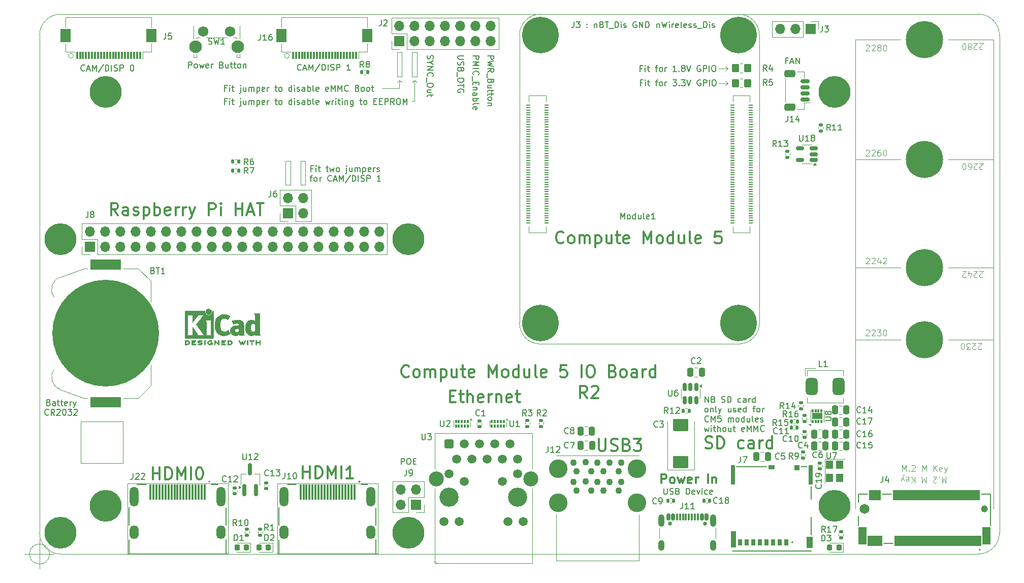
<source format=gbr>
G04 #@! TF.GenerationSoftware,KiCad,Pcbnew,9.0.3*
G04 #@! TF.CreationDate,2025-11-20T01:27:35+01:00*
G04 #@! TF.ProjectId,CM5IO,434d3549-4f2e-46b6-9963-61645f706362,rev?*
G04 #@! TF.SameCoordinates,Original*
G04 #@! TF.FileFunction,Other,ECO1*
%FSLAX46Y46*%
G04 Gerber Fmt 4.6, Leading zero omitted, Abs format (unit mm)*
G04 Created by KiCad (PCBNEW 9.0.3) date 2025-11-20 01:27:35*
%MOMM*%
%LPD*%
G01*
G04 APERTURE LIST*
G04 Aperture macros list*
%AMRoundRect*
0 Rectangle with rounded corners*
0 $1 Rounding radius*
0 $2 $3 $4 $5 $6 $7 $8 $9 X,Y pos of 4 corners*
0 Add a 4 corners polygon primitive as box body*
4,1,4,$2,$3,$4,$5,$6,$7,$8,$9,$2,$3,0*
0 Add four circle primitives for the rounded corners*
1,1,$1+$1,$2,$3*
1,1,$1+$1,$4,$5*
1,1,$1+$1,$6,$7*
1,1,$1+$1,$8,$9*
0 Add four rect primitives between the rounded corners*
20,1,$1+$1,$2,$3,$4,$5,0*
20,1,$1+$1,$4,$5,$6,$7,0*
20,1,$1+$1,$6,$7,$8,$9,0*
20,1,$1+$1,$8,$9,$2,$3,0*%
G04 Aperture macros list end*
%ADD10C,0.050000*%
%ADD11R,5.080000X1.770000*%
%ADD12C,17.800000*%
%ADD13RoundRect,0.140000X0.170000X-0.140000X0.170000X0.140000X-0.170000X0.140000X-0.170000X-0.140000X0*%
%ADD14RoundRect,0.250000X0.250000X0.475000X-0.250000X0.475000X-0.250000X-0.475000X0.250000X-0.475000X0*%
%ADD15R,0.300000X1.300000*%
%ADD16R,1.800000X2.200000*%
%ADD17RoundRect,0.135000X0.185000X-0.135000X0.185000X0.135000X-0.185000X0.135000X-0.185000X-0.135000X0*%
%ADD18RoundRect,0.075000X0.075000X0.200000X-0.075000X0.200000X-0.075000X-0.200000X0.075000X-0.200000X0*%
%ADD19RoundRect,0.162500X0.162500X-0.837500X0.162500X0.837500X-0.162500X0.837500X-0.162500X-0.837500X0*%
%ADD20R,1.700000X1.700000*%
%ADD21O,1.700000X1.700000*%
%ADD22RoundRect,0.218750X0.218750X0.256250X-0.218750X0.256250X-0.218750X-0.256250X0.218750X-0.256250X0*%
%ADD23C,0.650000*%
%ADD24RoundRect,0.150000X-0.150000X-0.425000X0.150000X-0.425000X0.150000X0.425000X-0.150000X0.425000X0*%
%ADD25RoundRect,0.075000X-0.075000X-0.500000X0.075000X-0.500000X0.075000X0.500000X-0.075000X0.500000X0*%
%ADD26O,1.000000X2.100000*%
%ADD27O,1.000000X1.800000*%
%ADD28RoundRect,0.150000X0.512500X0.150000X-0.512500X0.150000X-0.512500X-0.150000X0.512500X-0.150000X0*%
%ADD29C,3.200000*%
%ADD30RoundRect,0.250500X-0.499500X-0.499500X0.499500X-0.499500X0.499500X0.499500X-0.499500X0.499500X0*%
%ADD31C,1.500000*%
%ADD32C,2.500000*%
%ADD33R,0.300000X2.600000*%
%ADD34O,1.500000X3.300000*%
%ADD35O,1.500000X2.300000*%
%ADD36C,5.300000*%
%ADD37RoundRect,0.135000X-0.135000X-0.185000X0.135000X-0.185000X0.135000X0.185000X-0.135000X0.185000X0*%
%ADD38RoundRect,0.250000X-0.350000X-0.450000X0.350000X-0.450000X0.350000X0.450000X-0.350000X0.450000X0*%
%ADD39R,0.300000X0.500000*%
%ADD40R,1.750000X1.050000*%
%ADD41R,0.700000X1.100000*%
%ADD42R,0.900000X0.930000*%
%ADD43R,1.050000X0.780000*%
%ADD44R,0.700000X3.330000*%
%ADD45R,1.140000X1.830000*%
%ADD46R,0.860000X2.800000*%
%ADD47C,1.150000*%
%ADD48C,1.650000*%
%ADD49RoundRect,0.102000X0.150000X0.775000X-0.150000X0.775000X-0.150000X-0.775000X0.150000X-0.775000X0*%
%ADD50C,6.200000*%
%ADD51RoundRect,0.102000X0.600000X1.375000X-0.600000X1.375000X-0.600000X-1.375000X0.600000X-1.375000X0*%
%ADD52RoundRect,0.135000X-0.185000X0.135000X-0.185000X-0.135000X0.185000X-0.135000X0.185000X0.135000X0*%
%ADD53RoundRect,0.250000X-0.250000X-0.475000X0.250000X-0.475000X0.250000X0.475000X-0.250000X0.475000X0*%
%ADD54RoundRect,0.140000X-0.170000X0.140000X-0.170000X-0.140000X0.170000X-0.140000X0.170000X0.140000X0*%
%ADD55RoundRect,0.140000X-0.140000X-0.170000X0.140000X-0.170000X0.140000X0.170000X-0.140000X0.170000X0*%
%ADD56C,3.100000*%
%ADD57C,1.100000*%
%ADD58RoundRect,0.150000X0.625000X-0.150000X0.625000X0.150000X-0.625000X0.150000X-0.625000X-0.150000X0*%
%ADD59RoundRect,0.250000X0.650000X-0.350000X0.650000X0.350000X-0.650000X0.350000X-0.650000X-0.350000X0*%
%ADD60RoundRect,0.250000X1.025000X-0.787500X1.025000X0.787500X-1.025000X0.787500X-1.025000X-0.787500X0*%
%ADD61R,1.200000X1.400000*%
%ADD62RoundRect,0.150000X-0.150000X0.512500X-0.150000X-0.512500X0.150000X-0.512500X0.150000X0.512500X0*%
%ADD63RoundRect,0.500000X-0.500000X-0.900000X0.500000X-0.900000X0.500000X0.900000X-0.500000X0.900000X0*%
%ADD64C,2.100000*%
%ADD65C,1.750000*%
%ADD66RoundRect,0.135000X0.135000X0.185000X-0.135000X0.185000X-0.135000X-0.185000X0.135000X-0.185000X0*%
%ADD67RoundRect,0.140000X0.140000X0.170000X-0.140000X0.170000X-0.140000X-0.170000X0.140000X-0.170000X0*%
%ADD68C,6.100000*%
%ADD69R,0.700000X0.200000*%
%ADD70C,0.120000*%
%ADD71C,0.150000*%
%ADD72C,0.300000*%
%ADD73C,0.100000*%
%ADD74C,0.127000*%
%ADD75C,0.200000*%
%ADD76C,0.010000*%
G04 #@! TA.AperFunction,Profile*
%ADD77C,0.050000*%
G04 #@! TD*
G04 APERTURE END LIST*
D10*
X118650000Y-148250000D02*
X135400000Y-148250000D01*
X118650000Y-158950000D02*
X118650000Y-148250000D01*
X118650000Y-159950000D02*
X118650000Y-158950000D01*
X135400000Y-148250000D02*
X135400000Y-159950000D01*
X135400000Y-159950000D02*
X118650000Y-159950000D01*
X93650000Y-148250000D02*
X110400000Y-148250000D01*
X93650000Y-158950000D02*
X93650000Y-148250000D01*
X93650000Y-159950000D02*
X93650000Y-158950000D01*
X110400000Y-148250000D02*
X110400000Y-159950000D01*
X110400000Y-159950000D02*
X93650000Y-159950000D01*
D11*
X90000000Y-111715000D03*
X90000000Y-134685000D03*
D12*
X90000000Y-123200000D03*
D13*
X152300000Y-138780000D03*
X152300000Y-137820000D03*
D14*
X200400000Y-143750000D03*
X198500000Y-143750000D03*
D13*
X111550000Y-149980000D03*
X111550000Y-149020000D03*
X116800000Y-149080000D03*
X116800000Y-148120000D03*
D15*
X85250000Y-76850000D03*
X85750000Y-76850000D03*
X86250000Y-76850000D03*
X86750000Y-76850000D03*
X87250000Y-76850000D03*
X87750000Y-76850000D03*
X88250000Y-76850000D03*
X88750000Y-76850000D03*
X89250000Y-76850000D03*
X89750000Y-76850000D03*
X90250000Y-76850000D03*
X90750000Y-76850000D03*
X91250000Y-76850000D03*
X91750000Y-76850000D03*
X92250000Y-76850000D03*
X92750000Y-76850000D03*
X93250000Y-76850000D03*
X93750000Y-76850000D03*
X94250000Y-76850000D03*
X94750000Y-76850000D03*
X95250000Y-76850000D03*
X95750000Y-76850000D03*
D16*
X97650000Y-73600000D03*
X83350000Y-73600000D03*
D15*
X121250000Y-76850000D03*
X121750000Y-76850000D03*
X122250000Y-76850000D03*
X122750000Y-76850000D03*
X123250000Y-76850000D03*
X123750000Y-76850000D03*
X124250000Y-76850000D03*
X124750000Y-76850000D03*
X125250000Y-76850000D03*
X125750000Y-76850000D03*
X126250000Y-76850000D03*
X126750000Y-76850000D03*
X127250000Y-76850000D03*
X127750000Y-76850000D03*
X128250000Y-76850000D03*
X128750000Y-76850000D03*
X129250000Y-76850000D03*
X129750000Y-76850000D03*
X130250000Y-76850000D03*
X130750000Y-76850000D03*
X131250000Y-76850000D03*
X131750000Y-76850000D03*
D16*
X133650000Y-73600000D03*
X119350000Y-73600000D03*
D17*
X113600000Y-156910000D03*
X113600000Y-155890000D03*
D18*
X156400000Y-137900000D03*
X155900000Y-137900000D03*
X155400000Y-137900000D03*
X154900000Y-137900000D03*
X154400000Y-137900000D03*
X154400000Y-138670000D03*
X154900000Y-138670000D03*
X155400000Y-138670000D03*
X155900000Y-138670000D03*
X156400000Y-138670000D03*
D19*
X113150000Y-149310000D03*
X115050000Y-149310000D03*
X114100000Y-145890000D03*
D20*
X87370000Y-108770000D03*
D21*
X87370000Y-106230000D03*
X89910000Y-108770000D03*
X89910000Y-106230000D03*
X92450000Y-108770000D03*
X92450000Y-106230000D03*
X94990000Y-108770000D03*
X94990000Y-106230000D03*
X97530000Y-108770000D03*
X97530000Y-106230000D03*
X100070000Y-108770000D03*
X100070000Y-106230000D03*
X102610000Y-108770000D03*
X102610000Y-106230000D03*
X105150000Y-108770000D03*
X105150000Y-106230000D03*
X107690000Y-108770000D03*
X107690000Y-106230000D03*
X110230000Y-108770000D03*
X110230000Y-106230000D03*
X112770000Y-108770000D03*
X112770000Y-106230000D03*
X115310000Y-108770000D03*
X115310000Y-106230000D03*
X117850000Y-108770000D03*
X117850000Y-106230000D03*
X120390000Y-108770000D03*
X120390000Y-106230000D03*
X122930000Y-108770000D03*
X122930000Y-106230000D03*
X125470000Y-108770000D03*
X125470000Y-106230000D03*
X128010000Y-108770000D03*
X128010000Y-106230000D03*
X130550000Y-108770000D03*
X130550000Y-106230000D03*
X133090000Y-108770000D03*
X133090000Y-106230000D03*
X135630000Y-108770000D03*
X135630000Y-106230000D03*
D22*
X117137500Y-158900000D03*
X115562500Y-158900000D03*
D17*
X160300000Y-138725000D03*
X160300000Y-137705000D03*
X162600000Y-138725000D03*
X162600000Y-137705000D03*
D20*
X141770000Y-151770000D03*
D21*
X139230000Y-151770000D03*
X141770000Y-149230000D03*
X139230000Y-149230000D03*
D23*
X184110000Y-154920000D03*
X189890000Y-154920000D03*
D24*
X183800000Y-153845000D03*
X184600000Y-153845000D03*
D25*
X185750000Y-153845000D03*
X186750000Y-153845000D03*
X187250000Y-153845000D03*
X188250000Y-153845000D03*
D24*
X189400000Y-153845000D03*
X190200000Y-153845000D03*
X190200000Y-153845000D03*
X189400000Y-153845000D03*
D25*
X188750000Y-153845000D03*
X187750000Y-153845000D03*
X186250000Y-153845000D03*
X185250000Y-153845000D03*
D24*
X184600000Y-153845000D03*
X183800000Y-153845000D03*
D26*
X182680000Y-154420000D03*
D27*
X182680000Y-158600000D03*
D26*
X191320000Y-154420000D03*
D27*
X191320000Y-158600000D03*
D22*
X113487500Y-158900000D03*
X111912500Y-158900000D03*
D17*
X115800000Y-156910000D03*
X115800000Y-155890000D03*
D28*
X208037500Y-94300000D03*
X208037500Y-93350000D03*
X208037500Y-92400000D03*
X205762500Y-92400000D03*
X205762500Y-94300000D03*
D29*
X147285000Y-150500000D03*
X158715000Y-150500000D03*
D30*
X147285000Y-141610000D03*
D31*
X148555000Y-144150000D03*
X149825000Y-141610000D03*
X151095000Y-144150000D03*
X152365000Y-141610000D03*
X153635000Y-144150000D03*
X154905000Y-141610000D03*
X156175000Y-144150000D03*
X157445000Y-141610000D03*
X158715000Y-144150000D03*
X147285000Y-146670000D03*
X149825000Y-147940000D03*
X156175000Y-147940000D03*
X158715000Y-146670000D03*
X146370000Y-154560000D03*
X148910000Y-154560000D03*
X157090000Y-154560000D03*
X159630000Y-154560000D03*
D32*
X145125000Y-147450000D03*
X160875000Y-147450000D03*
D33*
X131500000Y-149720000D03*
X131000000Y-149720000D03*
X130500000Y-149720000D03*
X130000000Y-149720000D03*
X129500000Y-149720000D03*
X129000000Y-149720000D03*
X128500000Y-149720000D03*
X128000000Y-149720000D03*
X127500000Y-149720000D03*
X127000000Y-149720000D03*
X126500000Y-149720000D03*
X126000000Y-149720000D03*
X125500000Y-149720000D03*
X125000000Y-149720000D03*
X124500000Y-149720000D03*
X124000000Y-149720000D03*
X123500000Y-149720000D03*
X123000000Y-149720000D03*
X122500000Y-149720000D03*
D34*
X134250000Y-150450000D03*
X119750000Y-150450000D03*
D35*
X119750000Y-156410000D03*
X134250000Y-156410000D03*
D33*
X106500000Y-149720000D03*
X106000000Y-149720000D03*
X105500000Y-149720000D03*
X105000000Y-149720000D03*
X104500000Y-149720000D03*
X104000000Y-149720000D03*
X103500000Y-149720000D03*
X103000000Y-149720000D03*
X102500000Y-149720000D03*
X102000000Y-149720000D03*
X101500000Y-149720000D03*
X101000000Y-149720000D03*
X100500000Y-149720000D03*
X100000000Y-149720000D03*
X99500000Y-149720000D03*
X99000000Y-149720000D03*
X98500000Y-149720000D03*
X98000000Y-149720000D03*
X97500000Y-149720000D03*
D34*
X109250000Y-150450000D03*
X94750000Y-150450000D03*
D35*
X94750000Y-156410000D03*
X109250000Y-156410000D03*
D36*
X90000000Y-152000000D03*
X82500000Y-156500000D03*
X82500000Y-107500000D03*
X140500000Y-156500000D03*
X140500000Y-107500000D03*
X211500000Y-83000000D03*
X90000000Y-83000000D03*
X211500000Y-152000000D03*
D20*
X120400000Y-103200000D03*
D21*
X120400000Y-100660000D03*
X122940000Y-103200000D03*
X122940000Y-100660000D03*
D37*
X111175000Y-94600000D03*
X112195000Y-94600000D03*
X111175000Y-96100000D03*
X112195000Y-96100000D03*
D18*
X150400000Y-137900000D03*
X149900000Y-137900000D03*
X149400000Y-137900000D03*
X148900000Y-137900000D03*
X148400000Y-137900000D03*
X148400000Y-138670000D03*
X148900000Y-138670000D03*
X149400000Y-138670000D03*
X149900000Y-138670000D03*
X150400000Y-138670000D03*
D20*
X139000000Y-74500000D03*
D21*
X139000000Y-71960000D03*
X141540000Y-74500000D03*
X141540000Y-71960000D03*
X144080000Y-74500000D03*
X144080000Y-71960000D03*
X146620000Y-74500000D03*
X146620000Y-71960000D03*
X149160000Y-74500000D03*
X149160000Y-71960000D03*
X151700000Y-74500000D03*
X151700000Y-71960000D03*
X154240000Y-74500000D03*
X154240000Y-71960000D03*
D38*
X195000000Y-79000000D03*
X197000000Y-79000000D03*
X195000000Y-81500000D03*
X197000000Y-81500000D03*
D22*
X212287500Y-158900000D03*
X210712500Y-158900000D03*
D39*
X207850000Y-137900000D03*
X208350000Y-137900000D03*
X208850000Y-137900000D03*
X209350000Y-137900000D03*
X209350000Y-136100000D03*
X208850000Y-136100000D03*
X208350000Y-136100000D03*
X207850000Y-136100000D03*
D40*
X208600000Y-137000000D03*
D20*
X207500000Y-72500000D03*
D21*
X204960000Y-72500000D03*
X202420000Y-72500000D03*
D41*
X203460000Y-158075000D03*
X202360000Y-158075000D03*
X201260000Y-158075000D03*
X200160000Y-158075000D03*
X199060000Y-158075000D03*
X197960000Y-158075000D03*
X196860000Y-158075000D03*
X195760000Y-158075000D03*
D42*
X205250000Y-145610000D03*
D43*
X200985000Y-145535000D03*
D44*
X207560000Y-146810000D03*
D45*
X207340000Y-158060000D03*
D46*
X194680000Y-157575000D03*
D44*
X194600000Y-146810000D03*
D47*
X236500000Y-152500000D03*
D48*
X216500000Y-152500000D03*
D49*
X235750000Y-157775000D03*
X235500000Y-150225000D03*
X235250000Y-157775000D03*
X235000000Y-150225000D03*
X234750000Y-157775000D03*
X234500000Y-150225000D03*
X234250000Y-157775000D03*
X234000000Y-150225000D03*
X233750000Y-157775000D03*
X233500000Y-150225000D03*
X233250000Y-157775000D03*
X233000000Y-150225000D03*
X232750000Y-157775000D03*
X232500000Y-150225000D03*
X232250000Y-157775000D03*
X232000000Y-150225000D03*
X231750000Y-157775000D03*
X231500000Y-150225000D03*
X231250000Y-157775000D03*
X231000000Y-150225000D03*
X230750000Y-157775000D03*
X230500000Y-150225000D03*
X230250000Y-157775000D03*
X230000000Y-150225000D03*
X229750000Y-157775000D03*
X229500000Y-150225000D03*
X229250000Y-157775000D03*
X229000000Y-150225000D03*
X228750000Y-157775000D03*
X228500000Y-150225000D03*
X228250000Y-157775000D03*
X228000000Y-150225000D03*
X227750000Y-157775000D03*
X227500000Y-150225000D03*
X227250000Y-157775000D03*
X227000000Y-150225000D03*
X226750000Y-157775000D03*
X226500000Y-150225000D03*
X226250000Y-157775000D03*
X226000000Y-150225000D03*
X225750000Y-157775000D03*
X225500000Y-150225000D03*
X225250000Y-157775000D03*
X225000000Y-150225000D03*
X224750000Y-157775000D03*
X224500000Y-150225000D03*
X224250000Y-157775000D03*
X224000000Y-150225000D03*
X223750000Y-157775000D03*
X223500000Y-150225000D03*
X223250000Y-157775000D03*
X223000000Y-150225000D03*
X222750000Y-157775000D03*
X222500000Y-150225000D03*
X222250000Y-157775000D03*
X222000000Y-150225000D03*
X221750000Y-157775000D03*
X221500000Y-150225000D03*
X219250000Y-157775000D03*
X219000000Y-150225000D03*
X218750000Y-157775000D03*
X218500000Y-150225000D03*
X218250000Y-157775000D03*
X218000000Y-150225000D03*
X217750000Y-157775000D03*
X217500000Y-150225000D03*
X217250000Y-157775000D03*
D50*
X226500000Y-124250000D03*
X226500000Y-112250000D03*
X226500000Y-94250000D03*
X226500000Y-74250000D03*
D51*
X236850000Y-157000000D03*
X216150000Y-157000000D03*
D37*
X132705000Y-79700000D03*
X133725000Y-79700000D03*
D52*
X206300000Y-142990000D03*
X206300000Y-144010000D03*
D53*
X208100000Y-142000000D03*
X210000000Y-142000000D03*
D14*
X213500000Y-140000000D03*
X211600000Y-140000000D03*
D54*
X206500000Y-139605000D03*
X206500000Y-140565000D03*
D55*
X204320000Y-138900000D03*
X205280000Y-138900000D03*
D53*
X169187500Y-139500000D03*
X171087500Y-139500000D03*
D56*
X165430000Y-145770000D03*
X165430000Y-151450000D03*
X178570000Y-145770000D03*
X178570000Y-151450000D03*
D57*
X168500000Y-149450000D03*
X171000000Y-149450000D03*
X173000000Y-149450000D03*
X175500000Y-149450000D03*
X176000000Y-147950000D03*
X174000000Y-147950000D03*
X172000000Y-147950000D03*
X170000000Y-147900000D03*
X168000000Y-147950000D03*
X168500000Y-146250000D03*
X171000000Y-146250000D03*
X173000000Y-146250000D03*
X175500000Y-146250000D03*
X176000000Y-144750000D03*
X174000000Y-144750000D03*
X172000000Y-144750000D03*
X170000000Y-144700000D03*
X168000000Y-144750000D03*
D58*
X206625000Y-84200000D03*
X206625000Y-83200000D03*
X206625000Y-82200000D03*
X206625000Y-81200000D03*
D59*
X204100000Y-85500000D03*
X204100000Y-79900000D03*
D14*
X189387500Y-129700000D03*
X187487500Y-129700000D03*
D60*
X185900000Y-144700000D03*
X185900000Y-138475000D03*
D14*
X213487500Y-138000000D03*
X211587500Y-138000000D03*
D61*
X210700000Y-145100000D03*
X210700000Y-147300000D03*
X212400000Y-147300000D03*
X212400000Y-145100000D03*
D17*
X212600000Y-157310000D03*
X212600000Y-156290000D03*
D62*
X188450000Y-132125000D03*
X187500000Y-132125000D03*
X186550000Y-132125000D03*
X186550000Y-134400000D03*
X187500000Y-134400000D03*
X188450000Y-134400000D03*
D63*
X207700000Y-132100000D03*
X212200000Y-132100000D03*
D55*
X189740000Y-151100000D03*
X190700000Y-151100000D03*
D64*
X105000000Y-75390000D03*
X112010000Y-75390000D03*
D65*
X106250000Y-72900000D03*
X110750000Y-72900000D03*
D17*
X209200000Y-89460000D03*
X209200000Y-88440000D03*
X203650000Y-93860000D03*
X203650000Y-92840000D03*
X206500000Y-137925000D03*
X206500000Y-136905000D03*
D53*
X169200000Y-141900000D03*
X171100000Y-141900000D03*
D37*
X204290000Y-137900000D03*
X205310000Y-137900000D03*
D66*
X187310000Y-136100000D03*
X186290000Y-136100000D03*
D14*
X213500000Y-142000000D03*
X211600000Y-142000000D03*
X213500000Y-136000000D03*
X211600000Y-136000000D03*
D67*
X184700000Y-151100000D03*
X183740000Y-151100000D03*
D52*
X205900000Y-134805000D03*
X205900000Y-135825000D03*
D68*
X195500000Y-121500000D03*
X195500000Y-73500000D03*
X162500000Y-121500000D03*
X162500000Y-73500000D03*
D69*
X197540000Y-104800000D03*
X194460000Y-104800000D03*
X197540000Y-104400000D03*
X194460000Y-104400000D03*
X197540000Y-104000000D03*
X194460000Y-104000000D03*
X197540000Y-103600000D03*
X194460000Y-103600000D03*
X197540000Y-103200000D03*
X194460000Y-103200000D03*
X197540000Y-102800000D03*
X194460000Y-102800000D03*
X197540000Y-102400000D03*
X194460000Y-102400000D03*
X197540000Y-102000000D03*
X194460000Y-102000000D03*
X197540000Y-101600000D03*
X194460000Y-101600000D03*
X197540000Y-101200000D03*
X194460000Y-101200000D03*
X197540000Y-100800000D03*
X194460000Y-100800000D03*
X197540000Y-100400000D03*
X194460000Y-100400000D03*
X197540000Y-100000000D03*
X194460000Y-100000000D03*
X197540000Y-99600000D03*
X194460000Y-99600000D03*
X197540000Y-99200000D03*
X194460000Y-99200000D03*
X197540000Y-98800000D03*
X194460000Y-98800000D03*
X197540000Y-98400000D03*
X194460000Y-98400000D03*
X197540000Y-98000000D03*
X194460000Y-98000000D03*
X197540000Y-97600000D03*
X194460000Y-97600000D03*
X197540000Y-97200000D03*
X194460000Y-97200000D03*
X197540000Y-96800000D03*
X194460000Y-96800000D03*
X197540000Y-96400000D03*
X194460000Y-96400000D03*
X197540000Y-96000000D03*
X194460000Y-96000000D03*
X197540000Y-95600000D03*
X194460000Y-95600000D03*
X197540000Y-95200000D03*
X194460000Y-95200000D03*
X197540000Y-94800000D03*
X194460000Y-94800000D03*
X197540000Y-94400000D03*
X194460000Y-94400000D03*
X197540000Y-94000000D03*
X194460000Y-94000000D03*
X197540000Y-93600000D03*
X194460000Y-93600000D03*
X197540000Y-93200000D03*
X194460000Y-93200000D03*
X197540000Y-92800000D03*
X194460000Y-92800000D03*
X197540000Y-92400000D03*
X194460000Y-92400000D03*
X197540000Y-92000000D03*
X194460000Y-92000000D03*
X197540000Y-91600000D03*
X194460000Y-91600000D03*
X197540000Y-91200000D03*
X194460000Y-91200000D03*
X197540000Y-90800000D03*
X194460000Y-90800000D03*
X197540000Y-90400000D03*
X194460000Y-90400000D03*
X197540000Y-90000000D03*
X194460000Y-90000000D03*
X197540000Y-89600000D03*
X194460000Y-89600000D03*
X197540000Y-89200000D03*
X194460000Y-89200000D03*
X197540000Y-88800000D03*
X194460000Y-88800000D03*
X197540000Y-88400000D03*
X194460000Y-88400000D03*
X197540000Y-88000000D03*
X194460000Y-88000000D03*
X197540000Y-87600000D03*
X194460000Y-87600000D03*
X197540000Y-87200000D03*
X194460000Y-87200000D03*
X197540000Y-86800000D03*
X194460000Y-86800000D03*
X197540000Y-86400000D03*
X194460000Y-86400000D03*
X197540000Y-86000000D03*
X194460000Y-86000000D03*
X197540000Y-85600000D03*
X194460000Y-85600000D03*
X197540000Y-85200000D03*
X194460000Y-85200000D03*
X163540000Y-104800000D03*
X160460000Y-104800000D03*
X163540000Y-104400000D03*
X160460000Y-104400000D03*
X163540000Y-104000000D03*
X160460000Y-104000000D03*
X163540000Y-103600000D03*
X160460000Y-103600000D03*
X163540000Y-103200000D03*
X160460000Y-103200000D03*
X163540000Y-102800000D03*
X160460000Y-102800000D03*
X163540000Y-102400000D03*
X160460000Y-102400000D03*
X163540000Y-102000000D03*
X160460000Y-102000000D03*
X163540000Y-101600000D03*
X160460000Y-101600000D03*
X163540000Y-101200000D03*
X160460000Y-101200000D03*
X163540000Y-100800000D03*
X160460000Y-100800000D03*
X163540000Y-100400000D03*
X160460000Y-100400000D03*
X163540000Y-100000000D03*
X160460000Y-100000000D03*
X163540000Y-99600000D03*
X160460000Y-99600000D03*
X163540000Y-99200000D03*
X160460000Y-99200000D03*
X163540000Y-98800000D03*
X160460000Y-98800000D03*
X163540000Y-98400000D03*
X160460000Y-98400000D03*
X163540000Y-98000000D03*
X160460000Y-98000000D03*
X163540000Y-97600000D03*
X160460000Y-97600000D03*
X163540000Y-97200000D03*
X160460000Y-97200000D03*
X163540000Y-96800000D03*
X160460000Y-96800000D03*
X163540000Y-96400000D03*
X160460000Y-96400000D03*
X163540000Y-96000000D03*
X160460000Y-96000000D03*
X163540000Y-95600000D03*
X160460000Y-95600000D03*
X163540000Y-95200000D03*
X160460000Y-95200000D03*
X163540000Y-94800000D03*
X160460000Y-94800000D03*
X163540000Y-94400000D03*
X160460000Y-94400000D03*
X163540000Y-94000000D03*
X160460000Y-94000000D03*
X163540000Y-93600000D03*
X160460000Y-93600000D03*
X163540000Y-93200000D03*
X160460000Y-93200000D03*
X163540000Y-92800000D03*
X160460000Y-92800000D03*
X163540000Y-92400000D03*
X160460000Y-92400000D03*
X163540000Y-92000000D03*
X160460000Y-92000000D03*
X163540000Y-91600000D03*
X160460000Y-91600000D03*
X163540000Y-91200000D03*
X160460000Y-91200000D03*
X163540000Y-90800000D03*
X160460000Y-90800000D03*
X163540000Y-90400000D03*
X160460000Y-90400000D03*
X163540000Y-90000000D03*
X160460000Y-90000000D03*
X163540000Y-89600000D03*
X160460000Y-89600000D03*
X163540000Y-89200000D03*
X160460000Y-89200000D03*
X163540000Y-88800000D03*
X160460000Y-88800000D03*
X163540000Y-88400000D03*
X160460000Y-88400000D03*
X163540000Y-88000000D03*
X160460000Y-88000000D03*
X163540000Y-87600000D03*
X160460000Y-87600000D03*
X163540000Y-87200000D03*
X160460000Y-87200000D03*
X163540000Y-86800000D03*
X160460000Y-86800000D03*
X163540000Y-86400000D03*
X160460000Y-86400000D03*
X163540000Y-86000000D03*
X160460000Y-86000000D03*
X163540000Y-85600000D03*
X160460000Y-85600000D03*
X163540000Y-85200000D03*
X160460000Y-85200000D03*
D53*
X208100000Y-140000000D03*
X210000000Y-140000000D03*
D54*
X209100000Y-144840000D03*
X209100000Y-145800000D03*
D70*
X136100000Y-82400000D02*
X138500000Y-82400000D01*
X141500000Y-81000000D02*
X141100000Y-81400000D01*
X92900000Y-144900000D02*
X85900000Y-144900000D01*
X192200000Y-81500000D02*
X193700000Y-81500000D01*
X85900000Y-137900000D02*
X85900000Y-144900000D01*
X85900000Y-137900000D01*
X192200000Y-79100000D02*
X193700000Y-79100000D01*
X92900000Y-144900000D02*
X92900000Y-138900000D01*
X92900000Y-137900000D02*
X92900000Y-138900000D01*
X139000000Y-81000000D02*
X139400000Y-81400000D01*
X193700000Y-81500000D02*
X193300000Y-81900000D01*
X193700000Y-81500000D02*
X193300000Y-81100000D01*
X193300000Y-81100000D02*
X193700000Y-81500000D01*
X122500000Y-94500000D02*
X123300000Y-94500000D01*
X123300000Y-98500000D01*
X122500000Y-98500000D01*
X122500000Y-94500000D01*
X139000000Y-82400000D02*
X139000000Y-81000000D01*
X141100000Y-84500000D02*
X141500000Y-84500000D01*
X193700000Y-79100000D02*
X193300000Y-78700000D01*
X138500000Y-82400000D02*
X139000000Y-82400000D01*
X193700000Y-79100000D02*
X193300000Y-79500000D01*
X139000000Y-81000000D02*
X138600000Y-81400000D01*
X85900000Y-137900000D02*
X92900000Y-137900000D01*
X141500000Y-81000000D02*
X141900000Y-81400000D01*
X120000000Y-94500000D02*
X120800000Y-94500000D01*
X120800000Y-98500000D01*
X120000000Y-98500000D01*
X120000000Y-94500000D01*
X138600000Y-76400000D02*
X139400000Y-76400000D01*
X139400000Y-80400000D01*
X138600000Y-80400000D01*
X138600000Y-76400000D01*
X141500000Y-84500000D02*
X141500000Y-81000000D01*
X141100000Y-76400000D02*
X141900000Y-76400000D01*
X141900000Y-80400000D01*
X141100000Y-80400000D01*
X141100000Y-76400000D01*
D71*
X179466666Y-81431009D02*
X179133333Y-81431009D01*
X179133333Y-81954819D02*
X179133333Y-80954819D01*
X179133333Y-80954819D02*
X179609523Y-80954819D01*
X179990476Y-81954819D02*
X179990476Y-81288152D01*
X179990476Y-80954819D02*
X179942857Y-81002438D01*
X179942857Y-81002438D02*
X179990476Y-81050057D01*
X179990476Y-81050057D02*
X180038095Y-81002438D01*
X180038095Y-81002438D02*
X179990476Y-80954819D01*
X179990476Y-80954819D02*
X179990476Y-81050057D01*
X180323809Y-81288152D02*
X180704761Y-81288152D01*
X180466666Y-80954819D02*
X180466666Y-81811961D01*
X180466666Y-81811961D02*
X180514285Y-81907200D01*
X180514285Y-81907200D02*
X180609523Y-81954819D01*
X180609523Y-81954819D02*
X180704761Y-81954819D01*
X181657143Y-81288152D02*
X182038095Y-81288152D01*
X181800000Y-81954819D02*
X181800000Y-81097676D01*
X181800000Y-81097676D02*
X181847619Y-81002438D01*
X181847619Y-81002438D02*
X181942857Y-80954819D01*
X181942857Y-80954819D02*
X182038095Y-80954819D01*
X182514286Y-81954819D02*
X182419048Y-81907200D01*
X182419048Y-81907200D02*
X182371429Y-81859580D01*
X182371429Y-81859580D02*
X182323810Y-81764342D01*
X182323810Y-81764342D02*
X182323810Y-81478628D01*
X182323810Y-81478628D02*
X182371429Y-81383390D01*
X182371429Y-81383390D02*
X182419048Y-81335771D01*
X182419048Y-81335771D02*
X182514286Y-81288152D01*
X182514286Y-81288152D02*
X182657143Y-81288152D01*
X182657143Y-81288152D02*
X182752381Y-81335771D01*
X182752381Y-81335771D02*
X182800000Y-81383390D01*
X182800000Y-81383390D02*
X182847619Y-81478628D01*
X182847619Y-81478628D02*
X182847619Y-81764342D01*
X182847619Y-81764342D02*
X182800000Y-81859580D01*
X182800000Y-81859580D02*
X182752381Y-81907200D01*
X182752381Y-81907200D02*
X182657143Y-81954819D01*
X182657143Y-81954819D02*
X182514286Y-81954819D01*
X183276191Y-81954819D02*
X183276191Y-81288152D01*
X183276191Y-81478628D02*
X183323810Y-81383390D01*
X183323810Y-81383390D02*
X183371429Y-81335771D01*
X183371429Y-81335771D02*
X183466667Y-81288152D01*
X183466667Y-81288152D02*
X183561905Y-81288152D01*
X184561906Y-80954819D02*
X185180953Y-80954819D01*
X185180953Y-80954819D02*
X184847620Y-81335771D01*
X184847620Y-81335771D02*
X184990477Y-81335771D01*
X184990477Y-81335771D02*
X185085715Y-81383390D01*
X185085715Y-81383390D02*
X185133334Y-81431009D01*
X185133334Y-81431009D02*
X185180953Y-81526247D01*
X185180953Y-81526247D02*
X185180953Y-81764342D01*
X185180953Y-81764342D02*
X185133334Y-81859580D01*
X185133334Y-81859580D02*
X185085715Y-81907200D01*
X185085715Y-81907200D02*
X184990477Y-81954819D01*
X184990477Y-81954819D02*
X184704763Y-81954819D01*
X184704763Y-81954819D02*
X184609525Y-81907200D01*
X184609525Y-81907200D02*
X184561906Y-81859580D01*
X185609525Y-81859580D02*
X185657144Y-81907200D01*
X185657144Y-81907200D02*
X185609525Y-81954819D01*
X185609525Y-81954819D02*
X185561906Y-81907200D01*
X185561906Y-81907200D02*
X185609525Y-81859580D01*
X185609525Y-81859580D02*
X185609525Y-81954819D01*
X185990477Y-80954819D02*
X186609524Y-80954819D01*
X186609524Y-80954819D02*
X186276191Y-81335771D01*
X186276191Y-81335771D02*
X186419048Y-81335771D01*
X186419048Y-81335771D02*
X186514286Y-81383390D01*
X186514286Y-81383390D02*
X186561905Y-81431009D01*
X186561905Y-81431009D02*
X186609524Y-81526247D01*
X186609524Y-81526247D02*
X186609524Y-81764342D01*
X186609524Y-81764342D02*
X186561905Y-81859580D01*
X186561905Y-81859580D02*
X186514286Y-81907200D01*
X186514286Y-81907200D02*
X186419048Y-81954819D01*
X186419048Y-81954819D02*
X186133334Y-81954819D01*
X186133334Y-81954819D02*
X186038096Y-81907200D01*
X186038096Y-81907200D02*
X185990477Y-81859580D01*
X186895239Y-80954819D02*
X187228572Y-81954819D01*
X187228572Y-81954819D02*
X187561905Y-80954819D01*
X189180953Y-81002438D02*
X189085715Y-80954819D01*
X189085715Y-80954819D02*
X188942858Y-80954819D01*
X188942858Y-80954819D02*
X188800001Y-81002438D01*
X188800001Y-81002438D02*
X188704763Y-81097676D01*
X188704763Y-81097676D02*
X188657144Y-81192914D01*
X188657144Y-81192914D02*
X188609525Y-81383390D01*
X188609525Y-81383390D02*
X188609525Y-81526247D01*
X188609525Y-81526247D02*
X188657144Y-81716723D01*
X188657144Y-81716723D02*
X188704763Y-81811961D01*
X188704763Y-81811961D02*
X188800001Y-81907200D01*
X188800001Y-81907200D02*
X188942858Y-81954819D01*
X188942858Y-81954819D02*
X189038096Y-81954819D01*
X189038096Y-81954819D02*
X189180953Y-81907200D01*
X189180953Y-81907200D02*
X189228572Y-81859580D01*
X189228572Y-81859580D02*
X189228572Y-81526247D01*
X189228572Y-81526247D02*
X189038096Y-81526247D01*
X189657144Y-81954819D02*
X189657144Y-80954819D01*
X189657144Y-80954819D02*
X190038096Y-80954819D01*
X190038096Y-80954819D02*
X190133334Y-81002438D01*
X190133334Y-81002438D02*
X190180953Y-81050057D01*
X190180953Y-81050057D02*
X190228572Y-81145295D01*
X190228572Y-81145295D02*
X190228572Y-81288152D01*
X190228572Y-81288152D02*
X190180953Y-81383390D01*
X190180953Y-81383390D02*
X190133334Y-81431009D01*
X190133334Y-81431009D02*
X190038096Y-81478628D01*
X190038096Y-81478628D02*
X189657144Y-81478628D01*
X190657144Y-81954819D02*
X190657144Y-80954819D01*
X191323810Y-80954819D02*
X191514286Y-80954819D01*
X191514286Y-80954819D02*
X191609524Y-81002438D01*
X191609524Y-81002438D02*
X191704762Y-81097676D01*
X191704762Y-81097676D02*
X191752381Y-81288152D01*
X191752381Y-81288152D02*
X191752381Y-81621485D01*
X191752381Y-81621485D02*
X191704762Y-81811961D01*
X191704762Y-81811961D02*
X191609524Y-81907200D01*
X191609524Y-81907200D02*
X191514286Y-81954819D01*
X191514286Y-81954819D02*
X191323810Y-81954819D01*
X191323810Y-81954819D02*
X191228572Y-81907200D01*
X191228572Y-81907200D02*
X191133334Y-81811961D01*
X191133334Y-81811961D02*
X191085715Y-81621485D01*
X191085715Y-81621485D02*
X191085715Y-81288152D01*
X191085715Y-81288152D02*
X191133334Y-81097676D01*
X191133334Y-81097676D02*
X191228572Y-81002438D01*
X191228572Y-81002438D02*
X191323810Y-80954819D01*
X110170112Y-84531009D02*
X109836779Y-84531009D01*
X109836779Y-85054819D02*
X109836779Y-84054819D01*
X109836779Y-84054819D02*
X110312969Y-84054819D01*
X110693922Y-85054819D02*
X110693922Y-84388152D01*
X110693922Y-84054819D02*
X110646303Y-84102438D01*
X110646303Y-84102438D02*
X110693922Y-84150057D01*
X110693922Y-84150057D02*
X110741541Y-84102438D01*
X110741541Y-84102438D02*
X110693922Y-84054819D01*
X110693922Y-84054819D02*
X110693922Y-84150057D01*
X111027255Y-84388152D02*
X111408207Y-84388152D01*
X111170112Y-84054819D02*
X111170112Y-84911961D01*
X111170112Y-84911961D02*
X111217731Y-85007200D01*
X111217731Y-85007200D02*
X111312969Y-85054819D01*
X111312969Y-85054819D02*
X111408207Y-85054819D01*
X112503446Y-84388152D02*
X112503446Y-85245295D01*
X112503446Y-85245295D02*
X112455827Y-85340533D01*
X112455827Y-85340533D02*
X112360589Y-85388152D01*
X112360589Y-85388152D02*
X112312970Y-85388152D01*
X112503446Y-84054819D02*
X112455827Y-84102438D01*
X112455827Y-84102438D02*
X112503446Y-84150057D01*
X112503446Y-84150057D02*
X112551065Y-84102438D01*
X112551065Y-84102438D02*
X112503446Y-84054819D01*
X112503446Y-84054819D02*
X112503446Y-84150057D01*
X113408207Y-84388152D02*
X113408207Y-85054819D01*
X112979636Y-84388152D02*
X112979636Y-84911961D01*
X112979636Y-84911961D02*
X113027255Y-85007200D01*
X113027255Y-85007200D02*
X113122493Y-85054819D01*
X113122493Y-85054819D02*
X113265350Y-85054819D01*
X113265350Y-85054819D02*
X113360588Y-85007200D01*
X113360588Y-85007200D02*
X113408207Y-84959580D01*
X113884398Y-85054819D02*
X113884398Y-84388152D01*
X113884398Y-84483390D02*
X113932017Y-84435771D01*
X113932017Y-84435771D02*
X114027255Y-84388152D01*
X114027255Y-84388152D02*
X114170112Y-84388152D01*
X114170112Y-84388152D02*
X114265350Y-84435771D01*
X114265350Y-84435771D02*
X114312969Y-84531009D01*
X114312969Y-84531009D02*
X114312969Y-85054819D01*
X114312969Y-84531009D02*
X114360588Y-84435771D01*
X114360588Y-84435771D02*
X114455826Y-84388152D01*
X114455826Y-84388152D02*
X114598683Y-84388152D01*
X114598683Y-84388152D02*
X114693922Y-84435771D01*
X114693922Y-84435771D02*
X114741541Y-84531009D01*
X114741541Y-84531009D02*
X114741541Y-85054819D01*
X115217731Y-84388152D02*
X115217731Y-85388152D01*
X115217731Y-84435771D02*
X115312969Y-84388152D01*
X115312969Y-84388152D02*
X115503445Y-84388152D01*
X115503445Y-84388152D02*
X115598683Y-84435771D01*
X115598683Y-84435771D02*
X115646302Y-84483390D01*
X115646302Y-84483390D02*
X115693921Y-84578628D01*
X115693921Y-84578628D02*
X115693921Y-84864342D01*
X115693921Y-84864342D02*
X115646302Y-84959580D01*
X115646302Y-84959580D02*
X115598683Y-85007200D01*
X115598683Y-85007200D02*
X115503445Y-85054819D01*
X115503445Y-85054819D02*
X115312969Y-85054819D01*
X115312969Y-85054819D02*
X115217731Y-85007200D01*
X116503445Y-85007200D02*
X116408207Y-85054819D01*
X116408207Y-85054819D02*
X116217731Y-85054819D01*
X116217731Y-85054819D02*
X116122493Y-85007200D01*
X116122493Y-85007200D02*
X116074874Y-84911961D01*
X116074874Y-84911961D02*
X116074874Y-84531009D01*
X116074874Y-84531009D02*
X116122493Y-84435771D01*
X116122493Y-84435771D02*
X116217731Y-84388152D01*
X116217731Y-84388152D02*
X116408207Y-84388152D01*
X116408207Y-84388152D02*
X116503445Y-84435771D01*
X116503445Y-84435771D02*
X116551064Y-84531009D01*
X116551064Y-84531009D02*
X116551064Y-84626247D01*
X116551064Y-84626247D02*
X116074874Y-84721485D01*
X116979636Y-85054819D02*
X116979636Y-84388152D01*
X116979636Y-84578628D02*
X117027255Y-84483390D01*
X117027255Y-84483390D02*
X117074874Y-84435771D01*
X117074874Y-84435771D02*
X117170112Y-84388152D01*
X117170112Y-84388152D02*
X117265350Y-84388152D01*
X118217732Y-84388152D02*
X118598684Y-84388152D01*
X118360589Y-84054819D02*
X118360589Y-84911961D01*
X118360589Y-84911961D02*
X118408208Y-85007200D01*
X118408208Y-85007200D02*
X118503446Y-85054819D01*
X118503446Y-85054819D02*
X118598684Y-85054819D01*
X119074875Y-85054819D02*
X118979637Y-85007200D01*
X118979637Y-85007200D02*
X118932018Y-84959580D01*
X118932018Y-84959580D02*
X118884399Y-84864342D01*
X118884399Y-84864342D02*
X118884399Y-84578628D01*
X118884399Y-84578628D02*
X118932018Y-84483390D01*
X118932018Y-84483390D02*
X118979637Y-84435771D01*
X118979637Y-84435771D02*
X119074875Y-84388152D01*
X119074875Y-84388152D02*
X119217732Y-84388152D01*
X119217732Y-84388152D02*
X119312970Y-84435771D01*
X119312970Y-84435771D02*
X119360589Y-84483390D01*
X119360589Y-84483390D02*
X119408208Y-84578628D01*
X119408208Y-84578628D02*
X119408208Y-84864342D01*
X119408208Y-84864342D02*
X119360589Y-84959580D01*
X119360589Y-84959580D02*
X119312970Y-85007200D01*
X119312970Y-85007200D02*
X119217732Y-85054819D01*
X119217732Y-85054819D02*
X119074875Y-85054819D01*
X121027256Y-85054819D02*
X121027256Y-84054819D01*
X121027256Y-85007200D02*
X120932018Y-85054819D01*
X120932018Y-85054819D02*
X120741542Y-85054819D01*
X120741542Y-85054819D02*
X120646304Y-85007200D01*
X120646304Y-85007200D02*
X120598685Y-84959580D01*
X120598685Y-84959580D02*
X120551066Y-84864342D01*
X120551066Y-84864342D02*
X120551066Y-84578628D01*
X120551066Y-84578628D02*
X120598685Y-84483390D01*
X120598685Y-84483390D02*
X120646304Y-84435771D01*
X120646304Y-84435771D02*
X120741542Y-84388152D01*
X120741542Y-84388152D02*
X120932018Y-84388152D01*
X120932018Y-84388152D02*
X121027256Y-84435771D01*
X121503447Y-85054819D02*
X121503447Y-84388152D01*
X121503447Y-84054819D02*
X121455828Y-84102438D01*
X121455828Y-84102438D02*
X121503447Y-84150057D01*
X121503447Y-84150057D02*
X121551066Y-84102438D01*
X121551066Y-84102438D02*
X121503447Y-84054819D01*
X121503447Y-84054819D02*
X121503447Y-84150057D01*
X121932018Y-85007200D02*
X122027256Y-85054819D01*
X122027256Y-85054819D02*
X122217732Y-85054819D01*
X122217732Y-85054819D02*
X122312970Y-85007200D01*
X122312970Y-85007200D02*
X122360589Y-84911961D01*
X122360589Y-84911961D02*
X122360589Y-84864342D01*
X122360589Y-84864342D02*
X122312970Y-84769104D01*
X122312970Y-84769104D02*
X122217732Y-84721485D01*
X122217732Y-84721485D02*
X122074875Y-84721485D01*
X122074875Y-84721485D02*
X121979637Y-84673866D01*
X121979637Y-84673866D02*
X121932018Y-84578628D01*
X121932018Y-84578628D02*
X121932018Y-84531009D01*
X121932018Y-84531009D02*
X121979637Y-84435771D01*
X121979637Y-84435771D02*
X122074875Y-84388152D01*
X122074875Y-84388152D02*
X122217732Y-84388152D01*
X122217732Y-84388152D02*
X122312970Y-84435771D01*
X123217732Y-85054819D02*
X123217732Y-84531009D01*
X123217732Y-84531009D02*
X123170113Y-84435771D01*
X123170113Y-84435771D02*
X123074875Y-84388152D01*
X123074875Y-84388152D02*
X122884399Y-84388152D01*
X122884399Y-84388152D02*
X122789161Y-84435771D01*
X123217732Y-85007200D02*
X123122494Y-85054819D01*
X123122494Y-85054819D02*
X122884399Y-85054819D01*
X122884399Y-85054819D02*
X122789161Y-85007200D01*
X122789161Y-85007200D02*
X122741542Y-84911961D01*
X122741542Y-84911961D02*
X122741542Y-84816723D01*
X122741542Y-84816723D02*
X122789161Y-84721485D01*
X122789161Y-84721485D02*
X122884399Y-84673866D01*
X122884399Y-84673866D02*
X123122494Y-84673866D01*
X123122494Y-84673866D02*
X123217732Y-84626247D01*
X123693923Y-85054819D02*
X123693923Y-84054819D01*
X123693923Y-84435771D02*
X123789161Y-84388152D01*
X123789161Y-84388152D02*
X123979637Y-84388152D01*
X123979637Y-84388152D02*
X124074875Y-84435771D01*
X124074875Y-84435771D02*
X124122494Y-84483390D01*
X124122494Y-84483390D02*
X124170113Y-84578628D01*
X124170113Y-84578628D02*
X124170113Y-84864342D01*
X124170113Y-84864342D02*
X124122494Y-84959580D01*
X124122494Y-84959580D02*
X124074875Y-85007200D01*
X124074875Y-85007200D02*
X123979637Y-85054819D01*
X123979637Y-85054819D02*
X123789161Y-85054819D01*
X123789161Y-85054819D02*
X123693923Y-85007200D01*
X124741542Y-85054819D02*
X124646304Y-85007200D01*
X124646304Y-85007200D02*
X124598685Y-84911961D01*
X124598685Y-84911961D02*
X124598685Y-84054819D01*
X125503447Y-85007200D02*
X125408209Y-85054819D01*
X125408209Y-85054819D02*
X125217733Y-85054819D01*
X125217733Y-85054819D02*
X125122495Y-85007200D01*
X125122495Y-85007200D02*
X125074876Y-84911961D01*
X125074876Y-84911961D02*
X125074876Y-84531009D01*
X125074876Y-84531009D02*
X125122495Y-84435771D01*
X125122495Y-84435771D02*
X125217733Y-84388152D01*
X125217733Y-84388152D02*
X125408209Y-84388152D01*
X125408209Y-84388152D02*
X125503447Y-84435771D01*
X125503447Y-84435771D02*
X125551066Y-84531009D01*
X125551066Y-84531009D02*
X125551066Y-84626247D01*
X125551066Y-84626247D02*
X125074876Y-84721485D01*
X126646305Y-84388152D02*
X126836781Y-85054819D01*
X126836781Y-85054819D02*
X127027257Y-84578628D01*
X127027257Y-84578628D02*
X127217733Y-85054819D01*
X127217733Y-85054819D02*
X127408209Y-84388152D01*
X127789162Y-85054819D02*
X127789162Y-84388152D01*
X127789162Y-84578628D02*
X127836781Y-84483390D01*
X127836781Y-84483390D02*
X127884400Y-84435771D01*
X127884400Y-84435771D02*
X127979638Y-84388152D01*
X127979638Y-84388152D02*
X128074876Y-84388152D01*
X128408210Y-85054819D02*
X128408210Y-84388152D01*
X128408210Y-84054819D02*
X128360591Y-84102438D01*
X128360591Y-84102438D02*
X128408210Y-84150057D01*
X128408210Y-84150057D02*
X128455829Y-84102438D01*
X128455829Y-84102438D02*
X128408210Y-84054819D01*
X128408210Y-84054819D02*
X128408210Y-84150057D01*
X128741543Y-84388152D02*
X129122495Y-84388152D01*
X128884400Y-84054819D02*
X128884400Y-84911961D01*
X128884400Y-84911961D02*
X128932019Y-85007200D01*
X128932019Y-85007200D02*
X129027257Y-85054819D01*
X129027257Y-85054819D02*
X129122495Y-85054819D01*
X129455829Y-85054819D02*
X129455829Y-84388152D01*
X129455829Y-84054819D02*
X129408210Y-84102438D01*
X129408210Y-84102438D02*
X129455829Y-84150057D01*
X129455829Y-84150057D02*
X129503448Y-84102438D01*
X129503448Y-84102438D02*
X129455829Y-84054819D01*
X129455829Y-84054819D02*
X129455829Y-84150057D01*
X129932019Y-84388152D02*
X129932019Y-85054819D01*
X129932019Y-84483390D02*
X129979638Y-84435771D01*
X129979638Y-84435771D02*
X130074876Y-84388152D01*
X130074876Y-84388152D02*
X130217733Y-84388152D01*
X130217733Y-84388152D02*
X130312971Y-84435771D01*
X130312971Y-84435771D02*
X130360590Y-84531009D01*
X130360590Y-84531009D02*
X130360590Y-85054819D01*
X131265352Y-84388152D02*
X131265352Y-85197676D01*
X131265352Y-85197676D02*
X131217733Y-85292914D01*
X131217733Y-85292914D02*
X131170114Y-85340533D01*
X131170114Y-85340533D02*
X131074876Y-85388152D01*
X131074876Y-85388152D02*
X130932019Y-85388152D01*
X130932019Y-85388152D02*
X130836781Y-85340533D01*
X131265352Y-85007200D02*
X131170114Y-85054819D01*
X131170114Y-85054819D02*
X130979638Y-85054819D01*
X130979638Y-85054819D02*
X130884400Y-85007200D01*
X130884400Y-85007200D02*
X130836781Y-84959580D01*
X130836781Y-84959580D02*
X130789162Y-84864342D01*
X130789162Y-84864342D02*
X130789162Y-84578628D01*
X130789162Y-84578628D02*
X130836781Y-84483390D01*
X130836781Y-84483390D02*
X130884400Y-84435771D01*
X130884400Y-84435771D02*
X130979638Y-84388152D01*
X130979638Y-84388152D02*
X131170114Y-84388152D01*
X131170114Y-84388152D02*
X131265352Y-84435771D01*
X132360591Y-84388152D02*
X132741543Y-84388152D01*
X132503448Y-84054819D02*
X132503448Y-84911961D01*
X132503448Y-84911961D02*
X132551067Y-85007200D01*
X132551067Y-85007200D02*
X132646305Y-85054819D01*
X132646305Y-85054819D02*
X132741543Y-85054819D01*
X133217734Y-85054819D02*
X133122496Y-85007200D01*
X133122496Y-85007200D02*
X133074877Y-84959580D01*
X133074877Y-84959580D02*
X133027258Y-84864342D01*
X133027258Y-84864342D02*
X133027258Y-84578628D01*
X133027258Y-84578628D02*
X133074877Y-84483390D01*
X133074877Y-84483390D02*
X133122496Y-84435771D01*
X133122496Y-84435771D02*
X133217734Y-84388152D01*
X133217734Y-84388152D02*
X133360591Y-84388152D01*
X133360591Y-84388152D02*
X133455829Y-84435771D01*
X133455829Y-84435771D02*
X133503448Y-84483390D01*
X133503448Y-84483390D02*
X133551067Y-84578628D01*
X133551067Y-84578628D02*
X133551067Y-84864342D01*
X133551067Y-84864342D02*
X133503448Y-84959580D01*
X133503448Y-84959580D02*
X133455829Y-85007200D01*
X133455829Y-85007200D02*
X133360591Y-85054819D01*
X133360591Y-85054819D02*
X133217734Y-85054819D01*
X134741544Y-84531009D02*
X135074877Y-84531009D01*
X135217734Y-85054819D02*
X134741544Y-85054819D01*
X134741544Y-85054819D02*
X134741544Y-84054819D01*
X134741544Y-84054819D02*
X135217734Y-84054819D01*
X135646306Y-84531009D02*
X135979639Y-84531009D01*
X136122496Y-85054819D02*
X135646306Y-85054819D01*
X135646306Y-85054819D02*
X135646306Y-84054819D01*
X135646306Y-84054819D02*
X136122496Y-84054819D01*
X136551068Y-85054819D02*
X136551068Y-84054819D01*
X136551068Y-84054819D02*
X136932020Y-84054819D01*
X136932020Y-84054819D02*
X137027258Y-84102438D01*
X137027258Y-84102438D02*
X137074877Y-84150057D01*
X137074877Y-84150057D02*
X137122496Y-84245295D01*
X137122496Y-84245295D02*
X137122496Y-84388152D01*
X137122496Y-84388152D02*
X137074877Y-84483390D01*
X137074877Y-84483390D02*
X137027258Y-84531009D01*
X137027258Y-84531009D02*
X136932020Y-84578628D01*
X136932020Y-84578628D02*
X136551068Y-84578628D01*
X138122496Y-85054819D02*
X137789163Y-84578628D01*
X137551068Y-85054819D02*
X137551068Y-84054819D01*
X137551068Y-84054819D02*
X137932020Y-84054819D01*
X137932020Y-84054819D02*
X138027258Y-84102438D01*
X138027258Y-84102438D02*
X138074877Y-84150057D01*
X138074877Y-84150057D02*
X138122496Y-84245295D01*
X138122496Y-84245295D02*
X138122496Y-84388152D01*
X138122496Y-84388152D02*
X138074877Y-84483390D01*
X138074877Y-84483390D02*
X138027258Y-84531009D01*
X138027258Y-84531009D02*
X137932020Y-84578628D01*
X137932020Y-84578628D02*
X137551068Y-84578628D01*
X138741544Y-84054819D02*
X138932020Y-84054819D01*
X138932020Y-84054819D02*
X139027258Y-84102438D01*
X139027258Y-84102438D02*
X139122496Y-84197676D01*
X139122496Y-84197676D02*
X139170115Y-84388152D01*
X139170115Y-84388152D02*
X139170115Y-84721485D01*
X139170115Y-84721485D02*
X139122496Y-84911961D01*
X139122496Y-84911961D02*
X139027258Y-85007200D01*
X139027258Y-85007200D02*
X138932020Y-85054819D01*
X138932020Y-85054819D02*
X138741544Y-85054819D01*
X138741544Y-85054819D02*
X138646306Y-85007200D01*
X138646306Y-85007200D02*
X138551068Y-84911961D01*
X138551068Y-84911961D02*
X138503449Y-84721485D01*
X138503449Y-84721485D02*
X138503449Y-84388152D01*
X138503449Y-84388152D02*
X138551068Y-84197676D01*
X138551068Y-84197676D02*
X138646306Y-84102438D01*
X138646306Y-84102438D02*
X138741544Y-84054819D01*
X139598687Y-85054819D02*
X139598687Y-84054819D01*
X139598687Y-84054819D02*
X139932020Y-84769104D01*
X139932020Y-84769104D02*
X140265353Y-84054819D01*
X140265353Y-84054819D02*
X140265353Y-85054819D01*
D72*
X182654510Y-148200828D02*
X182654510Y-146700828D01*
X182654510Y-146700828D02*
X183225939Y-146700828D01*
X183225939Y-146700828D02*
X183368796Y-146772257D01*
X183368796Y-146772257D02*
X183440225Y-146843685D01*
X183440225Y-146843685D02*
X183511653Y-146986542D01*
X183511653Y-146986542D02*
X183511653Y-147200828D01*
X183511653Y-147200828D02*
X183440225Y-147343685D01*
X183440225Y-147343685D02*
X183368796Y-147415114D01*
X183368796Y-147415114D02*
X183225939Y-147486542D01*
X183225939Y-147486542D02*
X182654510Y-147486542D01*
X184368796Y-148200828D02*
X184225939Y-148129400D01*
X184225939Y-148129400D02*
X184154510Y-148057971D01*
X184154510Y-148057971D02*
X184083082Y-147915114D01*
X184083082Y-147915114D02*
X184083082Y-147486542D01*
X184083082Y-147486542D02*
X184154510Y-147343685D01*
X184154510Y-147343685D02*
X184225939Y-147272257D01*
X184225939Y-147272257D02*
X184368796Y-147200828D01*
X184368796Y-147200828D02*
X184583082Y-147200828D01*
X184583082Y-147200828D02*
X184725939Y-147272257D01*
X184725939Y-147272257D02*
X184797368Y-147343685D01*
X184797368Y-147343685D02*
X184868796Y-147486542D01*
X184868796Y-147486542D02*
X184868796Y-147915114D01*
X184868796Y-147915114D02*
X184797368Y-148057971D01*
X184797368Y-148057971D02*
X184725939Y-148129400D01*
X184725939Y-148129400D02*
X184583082Y-148200828D01*
X184583082Y-148200828D02*
X184368796Y-148200828D01*
X185368796Y-147200828D02*
X185654511Y-148200828D01*
X185654511Y-148200828D02*
X185940225Y-147486542D01*
X185940225Y-147486542D02*
X186225939Y-148200828D01*
X186225939Y-148200828D02*
X186511653Y-147200828D01*
X187654511Y-148129400D02*
X187511654Y-148200828D01*
X187511654Y-148200828D02*
X187225940Y-148200828D01*
X187225940Y-148200828D02*
X187083082Y-148129400D01*
X187083082Y-148129400D02*
X187011654Y-147986542D01*
X187011654Y-147986542D02*
X187011654Y-147415114D01*
X187011654Y-147415114D02*
X187083082Y-147272257D01*
X187083082Y-147272257D02*
X187225940Y-147200828D01*
X187225940Y-147200828D02*
X187511654Y-147200828D01*
X187511654Y-147200828D02*
X187654511Y-147272257D01*
X187654511Y-147272257D02*
X187725940Y-147415114D01*
X187725940Y-147415114D02*
X187725940Y-147557971D01*
X187725940Y-147557971D02*
X187011654Y-147700828D01*
X188368796Y-148200828D02*
X188368796Y-147200828D01*
X188368796Y-147486542D02*
X188440225Y-147343685D01*
X188440225Y-147343685D02*
X188511654Y-147272257D01*
X188511654Y-147272257D02*
X188654511Y-147200828D01*
X188654511Y-147200828D02*
X188797368Y-147200828D01*
X190440224Y-148200828D02*
X190440224Y-146700828D01*
X191154510Y-147200828D02*
X191154510Y-148200828D01*
X191154510Y-147343685D02*
X191225939Y-147272257D01*
X191225939Y-147272257D02*
X191368796Y-147200828D01*
X191368796Y-147200828D02*
X191583082Y-147200828D01*
X191583082Y-147200828D02*
X191725939Y-147272257D01*
X191725939Y-147272257D02*
X191797368Y-147415114D01*
X191797368Y-147415114D02*
X191797368Y-148200828D01*
D71*
X181914285Y-71588152D02*
X181914285Y-72254819D01*
X181914285Y-71683390D02*
X181961904Y-71635771D01*
X181961904Y-71635771D02*
X182057142Y-71588152D01*
X182057142Y-71588152D02*
X182199999Y-71588152D01*
X182199999Y-71588152D02*
X182295237Y-71635771D01*
X182295237Y-71635771D02*
X182342856Y-71731009D01*
X182342856Y-71731009D02*
X182342856Y-72254819D01*
X182723809Y-71254819D02*
X182961904Y-72254819D01*
X182961904Y-72254819D02*
X183152380Y-71540533D01*
X183152380Y-71540533D02*
X183342856Y-72254819D01*
X183342856Y-72254819D02*
X183580952Y-71254819D01*
X183961904Y-72254819D02*
X183961904Y-71588152D01*
X183961904Y-71254819D02*
X183914285Y-71302438D01*
X183914285Y-71302438D02*
X183961904Y-71350057D01*
X183961904Y-71350057D02*
X184009523Y-71302438D01*
X184009523Y-71302438D02*
X183961904Y-71254819D01*
X183961904Y-71254819D02*
X183961904Y-71350057D01*
X184438094Y-72254819D02*
X184438094Y-71588152D01*
X184438094Y-71778628D02*
X184485713Y-71683390D01*
X184485713Y-71683390D02*
X184533332Y-71635771D01*
X184533332Y-71635771D02*
X184628570Y-71588152D01*
X184628570Y-71588152D02*
X184723808Y-71588152D01*
X185438094Y-72207200D02*
X185342856Y-72254819D01*
X185342856Y-72254819D02*
X185152380Y-72254819D01*
X185152380Y-72254819D02*
X185057142Y-72207200D01*
X185057142Y-72207200D02*
X185009523Y-72111961D01*
X185009523Y-72111961D02*
X185009523Y-71731009D01*
X185009523Y-71731009D02*
X185057142Y-71635771D01*
X185057142Y-71635771D02*
X185152380Y-71588152D01*
X185152380Y-71588152D02*
X185342856Y-71588152D01*
X185342856Y-71588152D02*
X185438094Y-71635771D01*
X185438094Y-71635771D02*
X185485713Y-71731009D01*
X185485713Y-71731009D02*
X185485713Y-71826247D01*
X185485713Y-71826247D02*
X185009523Y-71921485D01*
X186057142Y-72254819D02*
X185961904Y-72207200D01*
X185961904Y-72207200D02*
X185914285Y-72111961D01*
X185914285Y-72111961D02*
X185914285Y-71254819D01*
X186819047Y-72207200D02*
X186723809Y-72254819D01*
X186723809Y-72254819D02*
X186533333Y-72254819D01*
X186533333Y-72254819D02*
X186438095Y-72207200D01*
X186438095Y-72207200D02*
X186390476Y-72111961D01*
X186390476Y-72111961D02*
X186390476Y-71731009D01*
X186390476Y-71731009D02*
X186438095Y-71635771D01*
X186438095Y-71635771D02*
X186533333Y-71588152D01*
X186533333Y-71588152D02*
X186723809Y-71588152D01*
X186723809Y-71588152D02*
X186819047Y-71635771D01*
X186819047Y-71635771D02*
X186866666Y-71731009D01*
X186866666Y-71731009D02*
X186866666Y-71826247D01*
X186866666Y-71826247D02*
X186390476Y-71921485D01*
X187247619Y-72207200D02*
X187342857Y-72254819D01*
X187342857Y-72254819D02*
X187533333Y-72254819D01*
X187533333Y-72254819D02*
X187628571Y-72207200D01*
X187628571Y-72207200D02*
X187676190Y-72111961D01*
X187676190Y-72111961D02*
X187676190Y-72064342D01*
X187676190Y-72064342D02*
X187628571Y-71969104D01*
X187628571Y-71969104D02*
X187533333Y-71921485D01*
X187533333Y-71921485D02*
X187390476Y-71921485D01*
X187390476Y-71921485D02*
X187295238Y-71873866D01*
X187295238Y-71873866D02*
X187247619Y-71778628D01*
X187247619Y-71778628D02*
X187247619Y-71731009D01*
X187247619Y-71731009D02*
X187295238Y-71635771D01*
X187295238Y-71635771D02*
X187390476Y-71588152D01*
X187390476Y-71588152D02*
X187533333Y-71588152D01*
X187533333Y-71588152D02*
X187628571Y-71635771D01*
X188057143Y-72207200D02*
X188152381Y-72254819D01*
X188152381Y-72254819D02*
X188342857Y-72254819D01*
X188342857Y-72254819D02*
X188438095Y-72207200D01*
X188438095Y-72207200D02*
X188485714Y-72111961D01*
X188485714Y-72111961D02*
X188485714Y-72064342D01*
X188485714Y-72064342D02*
X188438095Y-71969104D01*
X188438095Y-71969104D02*
X188342857Y-71921485D01*
X188342857Y-71921485D02*
X188200000Y-71921485D01*
X188200000Y-71921485D02*
X188104762Y-71873866D01*
X188104762Y-71873866D02*
X188057143Y-71778628D01*
X188057143Y-71778628D02*
X188057143Y-71731009D01*
X188057143Y-71731009D02*
X188104762Y-71635771D01*
X188104762Y-71635771D02*
X188200000Y-71588152D01*
X188200000Y-71588152D02*
X188342857Y-71588152D01*
X188342857Y-71588152D02*
X188438095Y-71635771D01*
X188676191Y-72350057D02*
X189438095Y-72350057D01*
X189676191Y-72254819D02*
X189676191Y-71254819D01*
X189676191Y-71254819D02*
X189914286Y-71254819D01*
X189914286Y-71254819D02*
X190057143Y-71302438D01*
X190057143Y-71302438D02*
X190152381Y-71397676D01*
X190152381Y-71397676D02*
X190200000Y-71492914D01*
X190200000Y-71492914D02*
X190247619Y-71683390D01*
X190247619Y-71683390D02*
X190247619Y-71826247D01*
X190247619Y-71826247D02*
X190200000Y-72016723D01*
X190200000Y-72016723D02*
X190152381Y-72111961D01*
X190152381Y-72111961D02*
X190057143Y-72207200D01*
X190057143Y-72207200D02*
X189914286Y-72254819D01*
X189914286Y-72254819D02*
X189676191Y-72254819D01*
X190676191Y-72254819D02*
X190676191Y-71588152D01*
X190676191Y-71254819D02*
X190628572Y-71302438D01*
X190628572Y-71302438D02*
X190676191Y-71350057D01*
X190676191Y-71350057D02*
X190723810Y-71302438D01*
X190723810Y-71302438D02*
X190676191Y-71254819D01*
X190676191Y-71254819D02*
X190676191Y-71350057D01*
X191104762Y-72207200D02*
X191200000Y-72254819D01*
X191200000Y-72254819D02*
X191390476Y-72254819D01*
X191390476Y-72254819D02*
X191485714Y-72207200D01*
X191485714Y-72207200D02*
X191533333Y-72111961D01*
X191533333Y-72111961D02*
X191533333Y-72064342D01*
X191533333Y-72064342D02*
X191485714Y-71969104D01*
X191485714Y-71969104D02*
X191390476Y-71921485D01*
X191390476Y-71921485D02*
X191247619Y-71921485D01*
X191247619Y-71921485D02*
X191152381Y-71873866D01*
X191152381Y-71873866D02*
X191104762Y-71778628D01*
X191104762Y-71778628D02*
X191104762Y-71731009D01*
X191104762Y-71731009D02*
X191152381Y-71635771D01*
X191152381Y-71635771D02*
X191247619Y-71588152D01*
X191247619Y-71588152D02*
X191390476Y-71588152D01*
X191390476Y-71588152D02*
X191485714Y-71635771D01*
X86514285Y-79359580D02*
X86466666Y-79407200D01*
X86466666Y-79407200D02*
X86323809Y-79454819D01*
X86323809Y-79454819D02*
X86228571Y-79454819D01*
X86228571Y-79454819D02*
X86085714Y-79407200D01*
X86085714Y-79407200D02*
X85990476Y-79311961D01*
X85990476Y-79311961D02*
X85942857Y-79216723D01*
X85942857Y-79216723D02*
X85895238Y-79026247D01*
X85895238Y-79026247D02*
X85895238Y-78883390D01*
X85895238Y-78883390D02*
X85942857Y-78692914D01*
X85942857Y-78692914D02*
X85990476Y-78597676D01*
X85990476Y-78597676D02*
X86085714Y-78502438D01*
X86085714Y-78502438D02*
X86228571Y-78454819D01*
X86228571Y-78454819D02*
X86323809Y-78454819D01*
X86323809Y-78454819D02*
X86466666Y-78502438D01*
X86466666Y-78502438D02*
X86514285Y-78550057D01*
X86895238Y-79169104D02*
X87371428Y-79169104D01*
X86800000Y-79454819D02*
X87133333Y-78454819D01*
X87133333Y-78454819D02*
X87466666Y-79454819D01*
X87800000Y-79454819D02*
X87800000Y-78454819D01*
X87800000Y-78454819D02*
X88133333Y-79169104D01*
X88133333Y-79169104D02*
X88466666Y-78454819D01*
X88466666Y-78454819D02*
X88466666Y-79454819D01*
X89657142Y-78407200D02*
X88800000Y-79692914D01*
X89990476Y-79454819D02*
X89990476Y-78454819D01*
X89990476Y-78454819D02*
X90228571Y-78454819D01*
X90228571Y-78454819D02*
X90371428Y-78502438D01*
X90371428Y-78502438D02*
X90466666Y-78597676D01*
X90466666Y-78597676D02*
X90514285Y-78692914D01*
X90514285Y-78692914D02*
X90561904Y-78883390D01*
X90561904Y-78883390D02*
X90561904Y-79026247D01*
X90561904Y-79026247D02*
X90514285Y-79216723D01*
X90514285Y-79216723D02*
X90466666Y-79311961D01*
X90466666Y-79311961D02*
X90371428Y-79407200D01*
X90371428Y-79407200D02*
X90228571Y-79454819D01*
X90228571Y-79454819D02*
X89990476Y-79454819D01*
X90990476Y-79454819D02*
X90990476Y-78454819D01*
X91419047Y-79407200D02*
X91561904Y-79454819D01*
X91561904Y-79454819D02*
X91799999Y-79454819D01*
X91799999Y-79454819D02*
X91895237Y-79407200D01*
X91895237Y-79407200D02*
X91942856Y-79359580D01*
X91942856Y-79359580D02*
X91990475Y-79264342D01*
X91990475Y-79264342D02*
X91990475Y-79169104D01*
X91990475Y-79169104D02*
X91942856Y-79073866D01*
X91942856Y-79073866D02*
X91895237Y-79026247D01*
X91895237Y-79026247D02*
X91799999Y-78978628D01*
X91799999Y-78978628D02*
X91609523Y-78931009D01*
X91609523Y-78931009D02*
X91514285Y-78883390D01*
X91514285Y-78883390D02*
X91466666Y-78835771D01*
X91466666Y-78835771D02*
X91419047Y-78740533D01*
X91419047Y-78740533D02*
X91419047Y-78645295D01*
X91419047Y-78645295D02*
X91466666Y-78550057D01*
X91466666Y-78550057D02*
X91514285Y-78502438D01*
X91514285Y-78502438D02*
X91609523Y-78454819D01*
X91609523Y-78454819D02*
X91847618Y-78454819D01*
X91847618Y-78454819D02*
X91990475Y-78502438D01*
X92419047Y-79454819D02*
X92419047Y-78454819D01*
X92419047Y-78454819D02*
X92799999Y-78454819D01*
X92799999Y-78454819D02*
X92895237Y-78502438D01*
X92895237Y-78502438D02*
X92942856Y-78550057D01*
X92942856Y-78550057D02*
X92990475Y-78645295D01*
X92990475Y-78645295D02*
X92990475Y-78788152D01*
X92990475Y-78788152D02*
X92942856Y-78883390D01*
X92942856Y-78883390D02*
X92895237Y-78931009D01*
X92895237Y-78931009D02*
X92799999Y-78978628D01*
X92799999Y-78978628D02*
X92419047Y-78978628D01*
X94371428Y-78454819D02*
X94466666Y-78454819D01*
X94466666Y-78454819D02*
X94561904Y-78502438D01*
X94561904Y-78502438D02*
X94609523Y-78550057D01*
X94609523Y-78550057D02*
X94657142Y-78645295D01*
X94657142Y-78645295D02*
X94704761Y-78835771D01*
X94704761Y-78835771D02*
X94704761Y-79073866D01*
X94704761Y-79073866D02*
X94657142Y-79264342D01*
X94657142Y-79264342D02*
X94609523Y-79359580D01*
X94609523Y-79359580D02*
X94561904Y-79407200D01*
X94561904Y-79407200D02*
X94466666Y-79454819D01*
X94466666Y-79454819D02*
X94371428Y-79454819D01*
X94371428Y-79454819D02*
X94276190Y-79407200D01*
X94276190Y-79407200D02*
X94228571Y-79359580D01*
X94228571Y-79359580D02*
X94180952Y-79264342D01*
X94180952Y-79264342D02*
X94133333Y-79073866D01*
X94133333Y-79073866D02*
X94133333Y-78835771D01*
X94133333Y-78835771D02*
X94180952Y-78645295D01*
X94180952Y-78645295D02*
X94228571Y-78550057D01*
X94228571Y-78550057D02*
X94276190Y-78502438D01*
X94276190Y-78502438D02*
X94371428Y-78454819D01*
X115822493Y-73369819D02*
X115822493Y-74084104D01*
X115822493Y-74084104D02*
X115774874Y-74226961D01*
X115774874Y-74226961D02*
X115679636Y-74322200D01*
X115679636Y-74322200D02*
X115536779Y-74369819D01*
X115536779Y-74369819D02*
X115441541Y-74369819D01*
X116822493Y-74369819D02*
X116251065Y-74369819D01*
X116536779Y-74369819D02*
X116536779Y-73369819D01*
X116536779Y-73369819D02*
X116441541Y-73512676D01*
X116441541Y-73512676D02*
X116346303Y-73607914D01*
X116346303Y-73607914D02*
X116251065Y-73655533D01*
X117679636Y-73369819D02*
X117489160Y-73369819D01*
X117489160Y-73369819D02*
X117393922Y-73417438D01*
X117393922Y-73417438D02*
X117346303Y-73465057D01*
X117346303Y-73465057D02*
X117251065Y-73607914D01*
X117251065Y-73607914D02*
X117203446Y-73798390D01*
X117203446Y-73798390D02*
X117203446Y-74179342D01*
X117203446Y-74179342D02*
X117251065Y-74274580D01*
X117251065Y-74274580D02*
X117298684Y-74322200D01*
X117298684Y-74322200D02*
X117393922Y-74369819D01*
X117393922Y-74369819D02*
X117584398Y-74369819D01*
X117584398Y-74369819D02*
X117679636Y-74322200D01*
X117679636Y-74322200D02*
X117727255Y-74274580D01*
X117727255Y-74274580D02*
X117774874Y-74179342D01*
X117774874Y-74179342D02*
X117774874Y-73941247D01*
X117774874Y-73941247D02*
X117727255Y-73846009D01*
X117727255Y-73846009D02*
X117679636Y-73798390D01*
X117679636Y-73798390D02*
X117584398Y-73750771D01*
X117584398Y-73750771D02*
X117393922Y-73750771D01*
X117393922Y-73750771D02*
X117298684Y-73798390D01*
X117298684Y-73798390D02*
X117251065Y-73846009D01*
X117251065Y-73846009D02*
X117203446Y-73941247D01*
X203690476Y-77731009D02*
X203357143Y-77731009D01*
X203357143Y-78254819D02*
X203357143Y-77254819D01*
X203357143Y-77254819D02*
X203833333Y-77254819D01*
X204166667Y-77969104D02*
X204642857Y-77969104D01*
X204071429Y-78254819D02*
X204404762Y-77254819D01*
X204404762Y-77254819D02*
X204738095Y-78254819D01*
X205071429Y-78254819D02*
X205071429Y-77254819D01*
X205071429Y-77254819D02*
X205642857Y-78254819D01*
X205642857Y-78254819D02*
X205642857Y-77254819D01*
X183052381Y-149054819D02*
X183052381Y-149864342D01*
X183052381Y-149864342D02*
X183100000Y-149959580D01*
X183100000Y-149959580D02*
X183147619Y-150007200D01*
X183147619Y-150007200D02*
X183242857Y-150054819D01*
X183242857Y-150054819D02*
X183433333Y-150054819D01*
X183433333Y-150054819D02*
X183528571Y-150007200D01*
X183528571Y-150007200D02*
X183576190Y-149959580D01*
X183576190Y-149959580D02*
X183623809Y-149864342D01*
X183623809Y-149864342D02*
X183623809Y-149054819D01*
X184052381Y-150007200D02*
X184195238Y-150054819D01*
X184195238Y-150054819D02*
X184433333Y-150054819D01*
X184433333Y-150054819D02*
X184528571Y-150007200D01*
X184528571Y-150007200D02*
X184576190Y-149959580D01*
X184576190Y-149959580D02*
X184623809Y-149864342D01*
X184623809Y-149864342D02*
X184623809Y-149769104D01*
X184623809Y-149769104D02*
X184576190Y-149673866D01*
X184576190Y-149673866D02*
X184528571Y-149626247D01*
X184528571Y-149626247D02*
X184433333Y-149578628D01*
X184433333Y-149578628D02*
X184242857Y-149531009D01*
X184242857Y-149531009D02*
X184147619Y-149483390D01*
X184147619Y-149483390D02*
X184100000Y-149435771D01*
X184100000Y-149435771D02*
X184052381Y-149340533D01*
X184052381Y-149340533D02*
X184052381Y-149245295D01*
X184052381Y-149245295D02*
X184100000Y-149150057D01*
X184100000Y-149150057D02*
X184147619Y-149102438D01*
X184147619Y-149102438D02*
X184242857Y-149054819D01*
X184242857Y-149054819D02*
X184480952Y-149054819D01*
X184480952Y-149054819D02*
X184623809Y-149102438D01*
X185385714Y-149531009D02*
X185528571Y-149578628D01*
X185528571Y-149578628D02*
X185576190Y-149626247D01*
X185576190Y-149626247D02*
X185623809Y-149721485D01*
X185623809Y-149721485D02*
X185623809Y-149864342D01*
X185623809Y-149864342D02*
X185576190Y-149959580D01*
X185576190Y-149959580D02*
X185528571Y-150007200D01*
X185528571Y-150007200D02*
X185433333Y-150054819D01*
X185433333Y-150054819D02*
X185052381Y-150054819D01*
X185052381Y-150054819D02*
X185052381Y-149054819D01*
X185052381Y-149054819D02*
X185385714Y-149054819D01*
X185385714Y-149054819D02*
X185480952Y-149102438D01*
X185480952Y-149102438D02*
X185528571Y-149150057D01*
X185528571Y-149150057D02*
X185576190Y-149245295D01*
X185576190Y-149245295D02*
X185576190Y-149340533D01*
X185576190Y-149340533D02*
X185528571Y-149435771D01*
X185528571Y-149435771D02*
X185480952Y-149483390D01*
X185480952Y-149483390D02*
X185385714Y-149531009D01*
X185385714Y-149531009D02*
X185052381Y-149531009D01*
X186814286Y-150054819D02*
X186814286Y-149054819D01*
X186814286Y-149054819D02*
X187052381Y-149054819D01*
X187052381Y-149054819D02*
X187195238Y-149102438D01*
X187195238Y-149102438D02*
X187290476Y-149197676D01*
X187290476Y-149197676D02*
X187338095Y-149292914D01*
X187338095Y-149292914D02*
X187385714Y-149483390D01*
X187385714Y-149483390D02*
X187385714Y-149626247D01*
X187385714Y-149626247D02*
X187338095Y-149816723D01*
X187338095Y-149816723D02*
X187290476Y-149911961D01*
X187290476Y-149911961D02*
X187195238Y-150007200D01*
X187195238Y-150007200D02*
X187052381Y-150054819D01*
X187052381Y-150054819D02*
X186814286Y-150054819D01*
X188195238Y-150007200D02*
X188100000Y-150054819D01*
X188100000Y-150054819D02*
X187909524Y-150054819D01*
X187909524Y-150054819D02*
X187814286Y-150007200D01*
X187814286Y-150007200D02*
X187766667Y-149911961D01*
X187766667Y-149911961D02*
X187766667Y-149531009D01*
X187766667Y-149531009D02*
X187814286Y-149435771D01*
X187814286Y-149435771D02*
X187909524Y-149388152D01*
X187909524Y-149388152D02*
X188100000Y-149388152D01*
X188100000Y-149388152D02*
X188195238Y-149435771D01*
X188195238Y-149435771D02*
X188242857Y-149531009D01*
X188242857Y-149531009D02*
X188242857Y-149626247D01*
X188242857Y-149626247D02*
X187766667Y-149721485D01*
X188576191Y-149388152D02*
X188814286Y-150054819D01*
X188814286Y-150054819D02*
X189052381Y-149388152D01*
X189433334Y-150054819D02*
X189433334Y-149388152D01*
X189433334Y-149054819D02*
X189385715Y-149102438D01*
X189385715Y-149102438D02*
X189433334Y-149150057D01*
X189433334Y-149150057D02*
X189480953Y-149102438D01*
X189480953Y-149102438D02*
X189433334Y-149054819D01*
X189433334Y-149054819D02*
X189433334Y-149150057D01*
X190338095Y-150007200D02*
X190242857Y-150054819D01*
X190242857Y-150054819D02*
X190052381Y-150054819D01*
X190052381Y-150054819D02*
X189957143Y-150007200D01*
X189957143Y-150007200D02*
X189909524Y-149959580D01*
X189909524Y-149959580D02*
X189861905Y-149864342D01*
X189861905Y-149864342D02*
X189861905Y-149578628D01*
X189861905Y-149578628D02*
X189909524Y-149483390D01*
X189909524Y-149483390D02*
X189957143Y-149435771D01*
X189957143Y-149435771D02*
X190052381Y-149388152D01*
X190052381Y-149388152D02*
X190242857Y-149388152D01*
X190242857Y-149388152D02*
X190338095Y-149435771D01*
X191147619Y-150007200D02*
X191052381Y-150054819D01*
X191052381Y-150054819D02*
X190861905Y-150054819D01*
X190861905Y-150054819D02*
X190766667Y-150007200D01*
X190766667Y-150007200D02*
X190719048Y-149911961D01*
X190719048Y-149911961D02*
X190719048Y-149531009D01*
X190719048Y-149531009D02*
X190766667Y-149435771D01*
X190766667Y-149435771D02*
X190861905Y-149388152D01*
X190861905Y-149388152D02*
X191052381Y-149388152D01*
X191052381Y-149388152D02*
X191147619Y-149435771D01*
X191147619Y-149435771D02*
X191195238Y-149531009D01*
X191195238Y-149531009D02*
X191195238Y-149626247D01*
X191195238Y-149626247D02*
X190719048Y-149721485D01*
D72*
X170266666Y-134009638D02*
X169599999Y-133057257D01*
X169123809Y-134009638D02*
X169123809Y-132009638D01*
X169123809Y-132009638D02*
X169885714Y-132009638D01*
X169885714Y-132009638D02*
X170076190Y-132104876D01*
X170076190Y-132104876D02*
X170171428Y-132200114D01*
X170171428Y-132200114D02*
X170266666Y-132390590D01*
X170266666Y-132390590D02*
X170266666Y-132676304D01*
X170266666Y-132676304D02*
X170171428Y-132866780D01*
X170171428Y-132866780D02*
X170076190Y-132962019D01*
X170076190Y-132962019D02*
X169885714Y-133057257D01*
X169885714Y-133057257D02*
X169123809Y-133057257D01*
X171028571Y-132200114D02*
X171123809Y-132104876D01*
X171123809Y-132104876D02*
X171314285Y-132009638D01*
X171314285Y-132009638D02*
X171790476Y-132009638D01*
X171790476Y-132009638D02*
X171980952Y-132104876D01*
X171980952Y-132104876D02*
X172076190Y-132200114D01*
X172076190Y-132200114D02*
X172171428Y-132390590D01*
X172171428Y-132390590D02*
X172171428Y-132581066D01*
X172171428Y-132581066D02*
X172076190Y-132866780D01*
X172076190Y-132866780D02*
X170933333Y-134009638D01*
X170933333Y-134009638D02*
X172171428Y-134009638D01*
D73*
X222803884Y-146172419D02*
X222803884Y-145172419D01*
X222803884Y-145172419D02*
X223137217Y-145886704D01*
X223137217Y-145886704D02*
X223470550Y-145172419D01*
X223470550Y-145172419D02*
X223470550Y-146172419D01*
X223946741Y-146077180D02*
X223994360Y-146124800D01*
X223994360Y-146124800D02*
X223946741Y-146172419D01*
X223946741Y-146172419D02*
X223899122Y-146124800D01*
X223899122Y-146124800D02*
X223946741Y-146077180D01*
X223946741Y-146077180D02*
X223946741Y-146172419D01*
X224375312Y-145267657D02*
X224422931Y-145220038D01*
X224422931Y-145220038D02*
X224518169Y-145172419D01*
X224518169Y-145172419D02*
X224756264Y-145172419D01*
X224756264Y-145172419D02*
X224851502Y-145220038D01*
X224851502Y-145220038D02*
X224899121Y-145267657D01*
X224899121Y-145267657D02*
X224946740Y-145362895D01*
X224946740Y-145362895D02*
X224946740Y-145458133D01*
X224946740Y-145458133D02*
X224899121Y-145600990D01*
X224899121Y-145600990D02*
X224327693Y-146172419D01*
X224327693Y-146172419D02*
X224946740Y-146172419D01*
X226137217Y-146172419D02*
X226137217Y-145172419D01*
X226137217Y-145172419D02*
X226470550Y-145886704D01*
X226470550Y-145886704D02*
X226803883Y-145172419D01*
X226803883Y-145172419D02*
X226803883Y-146172419D01*
X228041979Y-146172419D02*
X228041979Y-145172419D01*
X228613407Y-146172419D02*
X228184836Y-145600990D01*
X228613407Y-145172419D02*
X228041979Y-145743847D01*
X229422931Y-146124800D02*
X229327693Y-146172419D01*
X229327693Y-146172419D02*
X229137217Y-146172419D01*
X229137217Y-146172419D02*
X229041979Y-146124800D01*
X229041979Y-146124800D02*
X228994360Y-146029561D01*
X228994360Y-146029561D02*
X228994360Y-145648609D01*
X228994360Y-145648609D02*
X229041979Y-145553371D01*
X229041979Y-145553371D02*
X229137217Y-145505752D01*
X229137217Y-145505752D02*
X229327693Y-145505752D01*
X229327693Y-145505752D02*
X229422931Y-145553371D01*
X229422931Y-145553371D02*
X229470550Y-145648609D01*
X229470550Y-145648609D02*
X229470550Y-145743847D01*
X229470550Y-145743847D02*
X228994360Y-145839085D01*
X229803884Y-145505752D02*
X230041979Y-146172419D01*
X230280074Y-145505752D02*
X230041979Y-146172419D01*
X230041979Y-146172419D02*
X229946741Y-146410514D01*
X229946741Y-146410514D02*
X229899122Y-146458133D01*
X229899122Y-146458133D02*
X229803884Y-146505752D01*
D72*
X92071427Y-103509638D02*
X91404760Y-102557257D01*
X90928570Y-103509638D02*
X90928570Y-101509638D01*
X90928570Y-101509638D02*
X91690475Y-101509638D01*
X91690475Y-101509638D02*
X91880951Y-101604876D01*
X91880951Y-101604876D02*
X91976189Y-101700114D01*
X91976189Y-101700114D02*
X92071427Y-101890590D01*
X92071427Y-101890590D02*
X92071427Y-102176304D01*
X92071427Y-102176304D02*
X91976189Y-102366780D01*
X91976189Y-102366780D02*
X91880951Y-102462019D01*
X91880951Y-102462019D02*
X91690475Y-102557257D01*
X91690475Y-102557257D02*
X90928570Y-102557257D01*
X93785713Y-103509638D02*
X93785713Y-102462019D01*
X93785713Y-102462019D02*
X93690475Y-102271542D01*
X93690475Y-102271542D02*
X93499999Y-102176304D01*
X93499999Y-102176304D02*
X93119046Y-102176304D01*
X93119046Y-102176304D02*
X92928570Y-102271542D01*
X93785713Y-103414400D02*
X93595237Y-103509638D01*
X93595237Y-103509638D02*
X93119046Y-103509638D01*
X93119046Y-103509638D02*
X92928570Y-103414400D01*
X92928570Y-103414400D02*
X92833332Y-103223923D01*
X92833332Y-103223923D02*
X92833332Y-103033447D01*
X92833332Y-103033447D02*
X92928570Y-102842971D01*
X92928570Y-102842971D02*
X93119046Y-102747733D01*
X93119046Y-102747733D02*
X93595237Y-102747733D01*
X93595237Y-102747733D02*
X93785713Y-102652495D01*
X94642856Y-103414400D02*
X94833332Y-103509638D01*
X94833332Y-103509638D02*
X95214284Y-103509638D01*
X95214284Y-103509638D02*
X95404761Y-103414400D01*
X95404761Y-103414400D02*
X95499999Y-103223923D01*
X95499999Y-103223923D02*
X95499999Y-103128685D01*
X95499999Y-103128685D02*
X95404761Y-102938209D01*
X95404761Y-102938209D02*
X95214284Y-102842971D01*
X95214284Y-102842971D02*
X94928570Y-102842971D01*
X94928570Y-102842971D02*
X94738094Y-102747733D01*
X94738094Y-102747733D02*
X94642856Y-102557257D01*
X94642856Y-102557257D02*
X94642856Y-102462019D01*
X94642856Y-102462019D02*
X94738094Y-102271542D01*
X94738094Y-102271542D02*
X94928570Y-102176304D01*
X94928570Y-102176304D02*
X95214284Y-102176304D01*
X95214284Y-102176304D02*
X95404761Y-102271542D01*
X96357142Y-102176304D02*
X96357142Y-104176304D01*
X96357142Y-102271542D02*
X96547618Y-102176304D01*
X96547618Y-102176304D02*
X96928571Y-102176304D01*
X96928571Y-102176304D02*
X97119047Y-102271542D01*
X97119047Y-102271542D02*
X97214285Y-102366780D01*
X97214285Y-102366780D02*
X97309523Y-102557257D01*
X97309523Y-102557257D02*
X97309523Y-103128685D01*
X97309523Y-103128685D02*
X97214285Y-103319161D01*
X97214285Y-103319161D02*
X97119047Y-103414400D01*
X97119047Y-103414400D02*
X96928571Y-103509638D01*
X96928571Y-103509638D02*
X96547618Y-103509638D01*
X96547618Y-103509638D02*
X96357142Y-103414400D01*
X98166666Y-103509638D02*
X98166666Y-101509638D01*
X98166666Y-102271542D02*
X98357142Y-102176304D01*
X98357142Y-102176304D02*
X98738095Y-102176304D01*
X98738095Y-102176304D02*
X98928571Y-102271542D01*
X98928571Y-102271542D02*
X99023809Y-102366780D01*
X99023809Y-102366780D02*
X99119047Y-102557257D01*
X99119047Y-102557257D02*
X99119047Y-103128685D01*
X99119047Y-103128685D02*
X99023809Y-103319161D01*
X99023809Y-103319161D02*
X98928571Y-103414400D01*
X98928571Y-103414400D02*
X98738095Y-103509638D01*
X98738095Y-103509638D02*
X98357142Y-103509638D01*
X98357142Y-103509638D02*
X98166666Y-103414400D01*
X100738095Y-103414400D02*
X100547619Y-103509638D01*
X100547619Y-103509638D02*
X100166666Y-103509638D01*
X100166666Y-103509638D02*
X99976190Y-103414400D01*
X99976190Y-103414400D02*
X99880952Y-103223923D01*
X99880952Y-103223923D02*
X99880952Y-102462019D01*
X99880952Y-102462019D02*
X99976190Y-102271542D01*
X99976190Y-102271542D02*
X100166666Y-102176304D01*
X100166666Y-102176304D02*
X100547619Y-102176304D01*
X100547619Y-102176304D02*
X100738095Y-102271542D01*
X100738095Y-102271542D02*
X100833333Y-102462019D01*
X100833333Y-102462019D02*
X100833333Y-102652495D01*
X100833333Y-102652495D02*
X99880952Y-102842971D01*
X101690476Y-103509638D02*
X101690476Y-102176304D01*
X101690476Y-102557257D02*
X101785714Y-102366780D01*
X101785714Y-102366780D02*
X101880952Y-102271542D01*
X101880952Y-102271542D02*
X102071428Y-102176304D01*
X102071428Y-102176304D02*
X102261905Y-102176304D01*
X102928571Y-103509638D02*
X102928571Y-102176304D01*
X102928571Y-102557257D02*
X103023809Y-102366780D01*
X103023809Y-102366780D02*
X103119047Y-102271542D01*
X103119047Y-102271542D02*
X103309523Y-102176304D01*
X103309523Y-102176304D02*
X103500000Y-102176304D01*
X103976190Y-102176304D02*
X104452380Y-103509638D01*
X104928571Y-102176304D02*
X104452380Y-103509638D01*
X104452380Y-103509638D02*
X104261904Y-103985828D01*
X104261904Y-103985828D02*
X104166666Y-104081066D01*
X104166666Y-104081066D02*
X103976190Y-104176304D01*
X107214286Y-103509638D02*
X107214286Y-101509638D01*
X107214286Y-101509638D02*
X107976191Y-101509638D01*
X107976191Y-101509638D02*
X108166667Y-101604876D01*
X108166667Y-101604876D02*
X108261905Y-101700114D01*
X108261905Y-101700114D02*
X108357143Y-101890590D01*
X108357143Y-101890590D02*
X108357143Y-102176304D01*
X108357143Y-102176304D02*
X108261905Y-102366780D01*
X108261905Y-102366780D02*
X108166667Y-102462019D01*
X108166667Y-102462019D02*
X107976191Y-102557257D01*
X107976191Y-102557257D02*
X107214286Y-102557257D01*
X109214286Y-103509638D02*
X109214286Y-102176304D01*
X109214286Y-101509638D02*
X109119048Y-101604876D01*
X109119048Y-101604876D02*
X109214286Y-101700114D01*
X109214286Y-101700114D02*
X109309524Y-101604876D01*
X109309524Y-101604876D02*
X109214286Y-101509638D01*
X109214286Y-101509638D02*
X109214286Y-101700114D01*
X111690477Y-103509638D02*
X111690477Y-101509638D01*
X111690477Y-102462019D02*
X112833334Y-102462019D01*
X112833334Y-103509638D02*
X112833334Y-101509638D01*
X113690477Y-102938209D02*
X114642858Y-102938209D01*
X113500001Y-103509638D02*
X114166667Y-101509638D01*
X114166667Y-101509638D02*
X114833334Y-103509638D01*
X115214287Y-101509638D02*
X116357144Y-101509638D01*
X115785715Y-103509638D02*
X115785715Y-101509638D01*
D71*
X179447618Y-79031009D02*
X179114285Y-79031009D01*
X179114285Y-79554819D02*
X179114285Y-78554819D01*
X179114285Y-78554819D02*
X179590475Y-78554819D01*
X179971428Y-79554819D02*
X179971428Y-78888152D01*
X179971428Y-78554819D02*
X179923809Y-78602438D01*
X179923809Y-78602438D02*
X179971428Y-78650057D01*
X179971428Y-78650057D02*
X180019047Y-78602438D01*
X180019047Y-78602438D02*
X179971428Y-78554819D01*
X179971428Y-78554819D02*
X179971428Y-78650057D01*
X180304761Y-78888152D02*
X180685713Y-78888152D01*
X180447618Y-78554819D02*
X180447618Y-79411961D01*
X180447618Y-79411961D02*
X180495237Y-79507200D01*
X180495237Y-79507200D02*
X180590475Y-79554819D01*
X180590475Y-79554819D02*
X180685713Y-79554819D01*
X181638095Y-78888152D02*
X182019047Y-78888152D01*
X181780952Y-79554819D02*
X181780952Y-78697676D01*
X181780952Y-78697676D02*
X181828571Y-78602438D01*
X181828571Y-78602438D02*
X181923809Y-78554819D01*
X181923809Y-78554819D02*
X182019047Y-78554819D01*
X182495238Y-79554819D02*
X182400000Y-79507200D01*
X182400000Y-79507200D02*
X182352381Y-79459580D01*
X182352381Y-79459580D02*
X182304762Y-79364342D01*
X182304762Y-79364342D02*
X182304762Y-79078628D01*
X182304762Y-79078628D02*
X182352381Y-78983390D01*
X182352381Y-78983390D02*
X182400000Y-78935771D01*
X182400000Y-78935771D02*
X182495238Y-78888152D01*
X182495238Y-78888152D02*
X182638095Y-78888152D01*
X182638095Y-78888152D02*
X182733333Y-78935771D01*
X182733333Y-78935771D02*
X182780952Y-78983390D01*
X182780952Y-78983390D02*
X182828571Y-79078628D01*
X182828571Y-79078628D02*
X182828571Y-79364342D01*
X182828571Y-79364342D02*
X182780952Y-79459580D01*
X182780952Y-79459580D02*
X182733333Y-79507200D01*
X182733333Y-79507200D02*
X182638095Y-79554819D01*
X182638095Y-79554819D02*
X182495238Y-79554819D01*
X183257143Y-79554819D02*
X183257143Y-78888152D01*
X183257143Y-79078628D02*
X183304762Y-78983390D01*
X183304762Y-78983390D02*
X183352381Y-78935771D01*
X183352381Y-78935771D02*
X183447619Y-78888152D01*
X183447619Y-78888152D02*
X183542857Y-78888152D01*
X185161905Y-79554819D02*
X184590477Y-79554819D01*
X184876191Y-79554819D02*
X184876191Y-78554819D01*
X184876191Y-78554819D02*
X184780953Y-78697676D01*
X184780953Y-78697676D02*
X184685715Y-78792914D01*
X184685715Y-78792914D02*
X184590477Y-78840533D01*
X185590477Y-79459580D02*
X185638096Y-79507200D01*
X185638096Y-79507200D02*
X185590477Y-79554819D01*
X185590477Y-79554819D02*
X185542858Y-79507200D01*
X185542858Y-79507200D02*
X185590477Y-79459580D01*
X185590477Y-79459580D02*
X185590477Y-79554819D01*
X186209524Y-78983390D02*
X186114286Y-78935771D01*
X186114286Y-78935771D02*
X186066667Y-78888152D01*
X186066667Y-78888152D02*
X186019048Y-78792914D01*
X186019048Y-78792914D02*
X186019048Y-78745295D01*
X186019048Y-78745295D02*
X186066667Y-78650057D01*
X186066667Y-78650057D02*
X186114286Y-78602438D01*
X186114286Y-78602438D02*
X186209524Y-78554819D01*
X186209524Y-78554819D02*
X186400000Y-78554819D01*
X186400000Y-78554819D02*
X186495238Y-78602438D01*
X186495238Y-78602438D02*
X186542857Y-78650057D01*
X186542857Y-78650057D02*
X186590476Y-78745295D01*
X186590476Y-78745295D02*
X186590476Y-78792914D01*
X186590476Y-78792914D02*
X186542857Y-78888152D01*
X186542857Y-78888152D02*
X186495238Y-78935771D01*
X186495238Y-78935771D02*
X186400000Y-78983390D01*
X186400000Y-78983390D02*
X186209524Y-78983390D01*
X186209524Y-78983390D02*
X186114286Y-79031009D01*
X186114286Y-79031009D02*
X186066667Y-79078628D01*
X186066667Y-79078628D02*
X186019048Y-79173866D01*
X186019048Y-79173866D02*
X186019048Y-79364342D01*
X186019048Y-79364342D02*
X186066667Y-79459580D01*
X186066667Y-79459580D02*
X186114286Y-79507200D01*
X186114286Y-79507200D02*
X186209524Y-79554819D01*
X186209524Y-79554819D02*
X186400000Y-79554819D01*
X186400000Y-79554819D02*
X186495238Y-79507200D01*
X186495238Y-79507200D02*
X186542857Y-79459580D01*
X186542857Y-79459580D02*
X186590476Y-79364342D01*
X186590476Y-79364342D02*
X186590476Y-79173866D01*
X186590476Y-79173866D02*
X186542857Y-79078628D01*
X186542857Y-79078628D02*
X186495238Y-79031009D01*
X186495238Y-79031009D02*
X186400000Y-78983390D01*
X186876191Y-78554819D02*
X187209524Y-79554819D01*
X187209524Y-79554819D02*
X187542857Y-78554819D01*
X189161905Y-78602438D02*
X189066667Y-78554819D01*
X189066667Y-78554819D02*
X188923810Y-78554819D01*
X188923810Y-78554819D02*
X188780953Y-78602438D01*
X188780953Y-78602438D02*
X188685715Y-78697676D01*
X188685715Y-78697676D02*
X188638096Y-78792914D01*
X188638096Y-78792914D02*
X188590477Y-78983390D01*
X188590477Y-78983390D02*
X188590477Y-79126247D01*
X188590477Y-79126247D02*
X188638096Y-79316723D01*
X188638096Y-79316723D02*
X188685715Y-79411961D01*
X188685715Y-79411961D02*
X188780953Y-79507200D01*
X188780953Y-79507200D02*
X188923810Y-79554819D01*
X188923810Y-79554819D02*
X189019048Y-79554819D01*
X189019048Y-79554819D02*
X189161905Y-79507200D01*
X189161905Y-79507200D02*
X189209524Y-79459580D01*
X189209524Y-79459580D02*
X189209524Y-79126247D01*
X189209524Y-79126247D02*
X189019048Y-79126247D01*
X189638096Y-79554819D02*
X189638096Y-78554819D01*
X189638096Y-78554819D02*
X190019048Y-78554819D01*
X190019048Y-78554819D02*
X190114286Y-78602438D01*
X190114286Y-78602438D02*
X190161905Y-78650057D01*
X190161905Y-78650057D02*
X190209524Y-78745295D01*
X190209524Y-78745295D02*
X190209524Y-78888152D01*
X190209524Y-78888152D02*
X190161905Y-78983390D01*
X190161905Y-78983390D02*
X190114286Y-79031009D01*
X190114286Y-79031009D02*
X190019048Y-79078628D01*
X190019048Y-79078628D02*
X189638096Y-79078628D01*
X190638096Y-79554819D02*
X190638096Y-78554819D01*
X191304762Y-78554819D02*
X191495238Y-78554819D01*
X191495238Y-78554819D02*
X191590476Y-78602438D01*
X191590476Y-78602438D02*
X191685714Y-78697676D01*
X191685714Y-78697676D02*
X191733333Y-78888152D01*
X191733333Y-78888152D02*
X191733333Y-79221485D01*
X191733333Y-79221485D02*
X191685714Y-79411961D01*
X191685714Y-79411961D02*
X191590476Y-79507200D01*
X191590476Y-79507200D02*
X191495238Y-79554819D01*
X191495238Y-79554819D02*
X191304762Y-79554819D01*
X191304762Y-79554819D02*
X191209524Y-79507200D01*
X191209524Y-79507200D02*
X191114286Y-79411961D01*
X191114286Y-79411961D02*
X191066667Y-79221485D01*
X191066667Y-79221485D02*
X191066667Y-78888152D01*
X191066667Y-78888152D02*
X191114286Y-78697676D01*
X191114286Y-78697676D02*
X191209524Y-78602438D01*
X191209524Y-78602438D02*
X191304762Y-78554819D01*
D72*
X140566415Y-130349161D02*
X140471177Y-130444400D01*
X140471177Y-130444400D02*
X140185463Y-130539638D01*
X140185463Y-130539638D02*
X139994987Y-130539638D01*
X139994987Y-130539638D02*
X139709272Y-130444400D01*
X139709272Y-130444400D02*
X139518796Y-130253923D01*
X139518796Y-130253923D02*
X139423558Y-130063447D01*
X139423558Y-130063447D02*
X139328320Y-129682495D01*
X139328320Y-129682495D02*
X139328320Y-129396780D01*
X139328320Y-129396780D02*
X139423558Y-129015828D01*
X139423558Y-129015828D02*
X139518796Y-128825352D01*
X139518796Y-128825352D02*
X139709272Y-128634876D01*
X139709272Y-128634876D02*
X139994987Y-128539638D01*
X139994987Y-128539638D02*
X140185463Y-128539638D01*
X140185463Y-128539638D02*
X140471177Y-128634876D01*
X140471177Y-128634876D02*
X140566415Y-128730114D01*
X141709272Y-130539638D02*
X141518796Y-130444400D01*
X141518796Y-130444400D02*
X141423558Y-130349161D01*
X141423558Y-130349161D02*
X141328320Y-130158685D01*
X141328320Y-130158685D02*
X141328320Y-129587257D01*
X141328320Y-129587257D02*
X141423558Y-129396780D01*
X141423558Y-129396780D02*
X141518796Y-129301542D01*
X141518796Y-129301542D02*
X141709272Y-129206304D01*
X141709272Y-129206304D02*
X141994987Y-129206304D01*
X141994987Y-129206304D02*
X142185463Y-129301542D01*
X142185463Y-129301542D02*
X142280701Y-129396780D01*
X142280701Y-129396780D02*
X142375939Y-129587257D01*
X142375939Y-129587257D02*
X142375939Y-130158685D01*
X142375939Y-130158685D02*
X142280701Y-130349161D01*
X142280701Y-130349161D02*
X142185463Y-130444400D01*
X142185463Y-130444400D02*
X141994987Y-130539638D01*
X141994987Y-130539638D02*
X141709272Y-130539638D01*
X143233082Y-130539638D02*
X143233082Y-129206304D01*
X143233082Y-129396780D02*
X143328320Y-129301542D01*
X143328320Y-129301542D02*
X143518796Y-129206304D01*
X143518796Y-129206304D02*
X143804511Y-129206304D01*
X143804511Y-129206304D02*
X143994987Y-129301542D01*
X143994987Y-129301542D02*
X144090225Y-129492019D01*
X144090225Y-129492019D02*
X144090225Y-130539638D01*
X144090225Y-129492019D02*
X144185463Y-129301542D01*
X144185463Y-129301542D02*
X144375939Y-129206304D01*
X144375939Y-129206304D02*
X144661653Y-129206304D01*
X144661653Y-129206304D02*
X144852130Y-129301542D01*
X144852130Y-129301542D02*
X144947368Y-129492019D01*
X144947368Y-129492019D02*
X144947368Y-130539638D01*
X145899749Y-129206304D02*
X145899749Y-131206304D01*
X145899749Y-129301542D02*
X146090225Y-129206304D01*
X146090225Y-129206304D02*
X146471178Y-129206304D01*
X146471178Y-129206304D02*
X146661654Y-129301542D01*
X146661654Y-129301542D02*
X146756892Y-129396780D01*
X146756892Y-129396780D02*
X146852130Y-129587257D01*
X146852130Y-129587257D02*
X146852130Y-130158685D01*
X146852130Y-130158685D02*
X146756892Y-130349161D01*
X146756892Y-130349161D02*
X146661654Y-130444400D01*
X146661654Y-130444400D02*
X146471178Y-130539638D01*
X146471178Y-130539638D02*
X146090225Y-130539638D01*
X146090225Y-130539638D02*
X145899749Y-130444400D01*
X148566416Y-129206304D02*
X148566416Y-130539638D01*
X147709273Y-129206304D02*
X147709273Y-130253923D01*
X147709273Y-130253923D02*
X147804511Y-130444400D01*
X147804511Y-130444400D02*
X147994987Y-130539638D01*
X147994987Y-130539638D02*
X148280702Y-130539638D01*
X148280702Y-130539638D02*
X148471178Y-130444400D01*
X148471178Y-130444400D02*
X148566416Y-130349161D01*
X149233083Y-129206304D02*
X149994987Y-129206304D01*
X149518797Y-128539638D02*
X149518797Y-130253923D01*
X149518797Y-130253923D02*
X149614035Y-130444400D01*
X149614035Y-130444400D02*
X149804511Y-130539638D01*
X149804511Y-130539638D02*
X149994987Y-130539638D01*
X151423559Y-130444400D02*
X151233083Y-130539638D01*
X151233083Y-130539638D02*
X150852130Y-130539638D01*
X150852130Y-130539638D02*
X150661654Y-130444400D01*
X150661654Y-130444400D02*
X150566416Y-130253923D01*
X150566416Y-130253923D02*
X150566416Y-129492019D01*
X150566416Y-129492019D02*
X150661654Y-129301542D01*
X150661654Y-129301542D02*
X150852130Y-129206304D01*
X150852130Y-129206304D02*
X151233083Y-129206304D01*
X151233083Y-129206304D02*
X151423559Y-129301542D01*
X151423559Y-129301542D02*
X151518797Y-129492019D01*
X151518797Y-129492019D02*
X151518797Y-129682495D01*
X151518797Y-129682495D02*
X150566416Y-129872971D01*
X153899750Y-130539638D02*
X153899750Y-128539638D01*
X153899750Y-128539638D02*
X154566417Y-129968209D01*
X154566417Y-129968209D02*
X155233083Y-128539638D01*
X155233083Y-128539638D02*
X155233083Y-130539638D01*
X156471178Y-130539638D02*
X156280702Y-130444400D01*
X156280702Y-130444400D02*
X156185464Y-130349161D01*
X156185464Y-130349161D02*
X156090226Y-130158685D01*
X156090226Y-130158685D02*
X156090226Y-129587257D01*
X156090226Y-129587257D02*
X156185464Y-129396780D01*
X156185464Y-129396780D02*
X156280702Y-129301542D01*
X156280702Y-129301542D02*
X156471178Y-129206304D01*
X156471178Y-129206304D02*
X156756893Y-129206304D01*
X156756893Y-129206304D02*
X156947369Y-129301542D01*
X156947369Y-129301542D02*
X157042607Y-129396780D01*
X157042607Y-129396780D02*
X157137845Y-129587257D01*
X157137845Y-129587257D02*
X157137845Y-130158685D01*
X157137845Y-130158685D02*
X157042607Y-130349161D01*
X157042607Y-130349161D02*
X156947369Y-130444400D01*
X156947369Y-130444400D02*
X156756893Y-130539638D01*
X156756893Y-130539638D02*
X156471178Y-130539638D01*
X158852131Y-130539638D02*
X158852131Y-128539638D01*
X158852131Y-130444400D02*
X158661655Y-130539638D01*
X158661655Y-130539638D02*
X158280702Y-130539638D01*
X158280702Y-130539638D02*
X158090226Y-130444400D01*
X158090226Y-130444400D02*
X157994988Y-130349161D01*
X157994988Y-130349161D02*
X157899750Y-130158685D01*
X157899750Y-130158685D02*
X157899750Y-129587257D01*
X157899750Y-129587257D02*
X157994988Y-129396780D01*
X157994988Y-129396780D02*
X158090226Y-129301542D01*
X158090226Y-129301542D02*
X158280702Y-129206304D01*
X158280702Y-129206304D02*
X158661655Y-129206304D01*
X158661655Y-129206304D02*
X158852131Y-129301542D01*
X160661655Y-129206304D02*
X160661655Y-130539638D01*
X159804512Y-129206304D02*
X159804512Y-130253923D01*
X159804512Y-130253923D02*
X159899750Y-130444400D01*
X159899750Y-130444400D02*
X160090226Y-130539638D01*
X160090226Y-130539638D02*
X160375941Y-130539638D01*
X160375941Y-130539638D02*
X160566417Y-130444400D01*
X160566417Y-130444400D02*
X160661655Y-130349161D01*
X161899750Y-130539638D02*
X161709274Y-130444400D01*
X161709274Y-130444400D02*
X161614036Y-130253923D01*
X161614036Y-130253923D02*
X161614036Y-128539638D01*
X163423560Y-130444400D02*
X163233084Y-130539638D01*
X163233084Y-130539638D02*
X162852131Y-130539638D01*
X162852131Y-130539638D02*
X162661655Y-130444400D01*
X162661655Y-130444400D02*
X162566417Y-130253923D01*
X162566417Y-130253923D02*
X162566417Y-129492019D01*
X162566417Y-129492019D02*
X162661655Y-129301542D01*
X162661655Y-129301542D02*
X162852131Y-129206304D01*
X162852131Y-129206304D02*
X163233084Y-129206304D01*
X163233084Y-129206304D02*
X163423560Y-129301542D01*
X163423560Y-129301542D02*
X163518798Y-129492019D01*
X163518798Y-129492019D02*
X163518798Y-129682495D01*
X163518798Y-129682495D02*
X162566417Y-129872971D01*
X166852132Y-128539638D02*
X165899751Y-128539638D01*
X165899751Y-128539638D02*
X165804513Y-129492019D01*
X165804513Y-129492019D02*
X165899751Y-129396780D01*
X165899751Y-129396780D02*
X166090227Y-129301542D01*
X166090227Y-129301542D02*
X166566418Y-129301542D01*
X166566418Y-129301542D02*
X166756894Y-129396780D01*
X166756894Y-129396780D02*
X166852132Y-129492019D01*
X166852132Y-129492019D02*
X166947370Y-129682495D01*
X166947370Y-129682495D02*
X166947370Y-130158685D01*
X166947370Y-130158685D02*
X166852132Y-130349161D01*
X166852132Y-130349161D02*
X166756894Y-130444400D01*
X166756894Y-130444400D02*
X166566418Y-130539638D01*
X166566418Y-130539638D02*
X166090227Y-130539638D01*
X166090227Y-130539638D02*
X165899751Y-130444400D01*
X165899751Y-130444400D02*
X165804513Y-130349161D01*
X169328323Y-130539638D02*
X169328323Y-128539638D01*
X170661656Y-128539638D02*
X171042609Y-128539638D01*
X171042609Y-128539638D02*
X171233085Y-128634876D01*
X171233085Y-128634876D02*
X171423561Y-128825352D01*
X171423561Y-128825352D02*
X171518799Y-129206304D01*
X171518799Y-129206304D02*
X171518799Y-129872971D01*
X171518799Y-129872971D02*
X171423561Y-130253923D01*
X171423561Y-130253923D02*
X171233085Y-130444400D01*
X171233085Y-130444400D02*
X171042609Y-130539638D01*
X171042609Y-130539638D02*
X170661656Y-130539638D01*
X170661656Y-130539638D02*
X170471180Y-130444400D01*
X170471180Y-130444400D02*
X170280704Y-130253923D01*
X170280704Y-130253923D02*
X170185466Y-129872971D01*
X170185466Y-129872971D02*
X170185466Y-129206304D01*
X170185466Y-129206304D02*
X170280704Y-128825352D01*
X170280704Y-128825352D02*
X170471180Y-128634876D01*
X170471180Y-128634876D02*
X170661656Y-128539638D01*
X174566419Y-129492019D02*
X174852133Y-129587257D01*
X174852133Y-129587257D02*
X174947371Y-129682495D01*
X174947371Y-129682495D02*
X175042609Y-129872971D01*
X175042609Y-129872971D02*
X175042609Y-130158685D01*
X175042609Y-130158685D02*
X174947371Y-130349161D01*
X174947371Y-130349161D02*
X174852133Y-130444400D01*
X174852133Y-130444400D02*
X174661657Y-130539638D01*
X174661657Y-130539638D02*
X173899752Y-130539638D01*
X173899752Y-130539638D02*
X173899752Y-128539638D01*
X173899752Y-128539638D02*
X174566419Y-128539638D01*
X174566419Y-128539638D02*
X174756895Y-128634876D01*
X174756895Y-128634876D02*
X174852133Y-128730114D01*
X174852133Y-128730114D02*
X174947371Y-128920590D01*
X174947371Y-128920590D02*
X174947371Y-129111066D01*
X174947371Y-129111066D02*
X174852133Y-129301542D01*
X174852133Y-129301542D02*
X174756895Y-129396780D01*
X174756895Y-129396780D02*
X174566419Y-129492019D01*
X174566419Y-129492019D02*
X173899752Y-129492019D01*
X176185466Y-130539638D02*
X175994990Y-130444400D01*
X175994990Y-130444400D02*
X175899752Y-130349161D01*
X175899752Y-130349161D02*
X175804514Y-130158685D01*
X175804514Y-130158685D02*
X175804514Y-129587257D01*
X175804514Y-129587257D02*
X175899752Y-129396780D01*
X175899752Y-129396780D02*
X175994990Y-129301542D01*
X175994990Y-129301542D02*
X176185466Y-129206304D01*
X176185466Y-129206304D02*
X176471181Y-129206304D01*
X176471181Y-129206304D02*
X176661657Y-129301542D01*
X176661657Y-129301542D02*
X176756895Y-129396780D01*
X176756895Y-129396780D02*
X176852133Y-129587257D01*
X176852133Y-129587257D02*
X176852133Y-130158685D01*
X176852133Y-130158685D02*
X176756895Y-130349161D01*
X176756895Y-130349161D02*
X176661657Y-130444400D01*
X176661657Y-130444400D02*
X176471181Y-130539638D01*
X176471181Y-130539638D02*
X176185466Y-130539638D01*
X178566419Y-130539638D02*
X178566419Y-129492019D01*
X178566419Y-129492019D02*
X178471181Y-129301542D01*
X178471181Y-129301542D02*
X178280705Y-129206304D01*
X178280705Y-129206304D02*
X177899752Y-129206304D01*
X177899752Y-129206304D02*
X177709276Y-129301542D01*
X178566419Y-130444400D02*
X178375943Y-130539638D01*
X178375943Y-130539638D02*
X177899752Y-130539638D01*
X177899752Y-130539638D02*
X177709276Y-130444400D01*
X177709276Y-130444400D02*
X177614038Y-130253923D01*
X177614038Y-130253923D02*
X177614038Y-130063447D01*
X177614038Y-130063447D02*
X177709276Y-129872971D01*
X177709276Y-129872971D02*
X177899752Y-129777733D01*
X177899752Y-129777733D02*
X178375943Y-129777733D01*
X178375943Y-129777733D02*
X178566419Y-129682495D01*
X179518800Y-130539638D02*
X179518800Y-129206304D01*
X179518800Y-129587257D02*
X179614038Y-129396780D01*
X179614038Y-129396780D02*
X179709276Y-129301542D01*
X179709276Y-129301542D02*
X179899752Y-129206304D01*
X179899752Y-129206304D02*
X180090229Y-129206304D01*
X181614038Y-130539638D02*
X181614038Y-128539638D01*
X181614038Y-130444400D02*
X181423562Y-130539638D01*
X181423562Y-130539638D02*
X181042609Y-130539638D01*
X181042609Y-130539638D02*
X180852133Y-130444400D01*
X180852133Y-130444400D02*
X180756895Y-130349161D01*
X180756895Y-130349161D02*
X180661657Y-130158685D01*
X180661657Y-130158685D02*
X180661657Y-129587257D01*
X180661657Y-129587257D02*
X180756895Y-129396780D01*
X180756895Y-129396780D02*
X180852133Y-129301542D01*
X180852133Y-129301542D02*
X181042609Y-129206304D01*
X181042609Y-129206304D02*
X181423562Y-129206304D01*
X181423562Y-129206304D02*
X181614038Y-129301542D01*
X172223809Y-140809638D02*
X172223809Y-142428685D01*
X172223809Y-142428685D02*
X172319047Y-142619161D01*
X172319047Y-142619161D02*
X172414285Y-142714400D01*
X172414285Y-142714400D02*
X172604761Y-142809638D01*
X172604761Y-142809638D02*
X172985714Y-142809638D01*
X172985714Y-142809638D02*
X173176190Y-142714400D01*
X173176190Y-142714400D02*
X173271428Y-142619161D01*
X173271428Y-142619161D02*
X173366666Y-142428685D01*
X173366666Y-142428685D02*
X173366666Y-140809638D01*
X174223809Y-142714400D02*
X174509523Y-142809638D01*
X174509523Y-142809638D02*
X174985714Y-142809638D01*
X174985714Y-142809638D02*
X175176190Y-142714400D01*
X175176190Y-142714400D02*
X175271428Y-142619161D01*
X175271428Y-142619161D02*
X175366666Y-142428685D01*
X175366666Y-142428685D02*
X175366666Y-142238209D01*
X175366666Y-142238209D02*
X175271428Y-142047733D01*
X175271428Y-142047733D02*
X175176190Y-141952495D01*
X175176190Y-141952495D02*
X174985714Y-141857257D01*
X174985714Y-141857257D02*
X174604761Y-141762019D01*
X174604761Y-141762019D02*
X174414285Y-141666780D01*
X174414285Y-141666780D02*
X174319047Y-141571542D01*
X174319047Y-141571542D02*
X174223809Y-141381066D01*
X174223809Y-141381066D02*
X174223809Y-141190590D01*
X174223809Y-141190590D02*
X174319047Y-141000114D01*
X174319047Y-141000114D02*
X174414285Y-140904876D01*
X174414285Y-140904876D02*
X174604761Y-140809638D01*
X174604761Y-140809638D02*
X175080952Y-140809638D01*
X175080952Y-140809638D02*
X175366666Y-140904876D01*
X176890476Y-141762019D02*
X177176190Y-141857257D01*
X177176190Y-141857257D02*
X177271428Y-141952495D01*
X177271428Y-141952495D02*
X177366666Y-142142971D01*
X177366666Y-142142971D02*
X177366666Y-142428685D01*
X177366666Y-142428685D02*
X177271428Y-142619161D01*
X177271428Y-142619161D02*
X177176190Y-142714400D01*
X177176190Y-142714400D02*
X176985714Y-142809638D01*
X176985714Y-142809638D02*
X176223809Y-142809638D01*
X176223809Y-142809638D02*
X176223809Y-140809638D01*
X176223809Y-140809638D02*
X176890476Y-140809638D01*
X176890476Y-140809638D02*
X177080952Y-140904876D01*
X177080952Y-140904876D02*
X177176190Y-141000114D01*
X177176190Y-141000114D02*
X177271428Y-141190590D01*
X177271428Y-141190590D02*
X177271428Y-141381066D01*
X177271428Y-141381066D02*
X177176190Y-141571542D01*
X177176190Y-141571542D02*
X177080952Y-141666780D01*
X177080952Y-141666780D02*
X176890476Y-141762019D01*
X176890476Y-141762019D02*
X176223809Y-141762019D01*
X178033333Y-140809638D02*
X179271428Y-140809638D01*
X179271428Y-140809638D02*
X178604761Y-141571542D01*
X178604761Y-141571542D02*
X178890476Y-141571542D01*
X178890476Y-141571542D02*
X179080952Y-141666780D01*
X179080952Y-141666780D02*
X179176190Y-141762019D01*
X179176190Y-141762019D02*
X179271428Y-141952495D01*
X179271428Y-141952495D02*
X179271428Y-142428685D01*
X179271428Y-142428685D02*
X179176190Y-142619161D01*
X179176190Y-142619161D02*
X179080952Y-142714400D01*
X179080952Y-142714400D02*
X178890476Y-142809638D01*
X178890476Y-142809638D02*
X178319047Y-142809638D01*
X178319047Y-142809638D02*
X178128571Y-142714400D01*
X178128571Y-142714400D02*
X178033333Y-142619161D01*
D71*
X153730180Y-76936779D02*
X154730180Y-76936779D01*
X154730180Y-76936779D02*
X154730180Y-77317731D01*
X154730180Y-77317731D02*
X154682561Y-77412969D01*
X154682561Y-77412969D02*
X154634942Y-77460588D01*
X154634942Y-77460588D02*
X154539704Y-77508207D01*
X154539704Y-77508207D02*
X154396847Y-77508207D01*
X154396847Y-77508207D02*
X154301609Y-77460588D01*
X154301609Y-77460588D02*
X154253990Y-77412969D01*
X154253990Y-77412969D02*
X154206371Y-77317731D01*
X154206371Y-77317731D02*
X154206371Y-76936779D01*
X154730180Y-77841541D02*
X153730180Y-78079636D01*
X153730180Y-78079636D02*
X154444466Y-78270112D01*
X154444466Y-78270112D02*
X153730180Y-78460588D01*
X153730180Y-78460588D02*
X154730180Y-78698684D01*
X153730180Y-79651064D02*
X154206371Y-79317731D01*
X153730180Y-79079636D02*
X154730180Y-79079636D01*
X154730180Y-79079636D02*
X154730180Y-79460588D01*
X154730180Y-79460588D02*
X154682561Y-79555826D01*
X154682561Y-79555826D02*
X154634942Y-79603445D01*
X154634942Y-79603445D02*
X154539704Y-79651064D01*
X154539704Y-79651064D02*
X154396847Y-79651064D01*
X154396847Y-79651064D02*
X154301609Y-79603445D01*
X154301609Y-79603445D02*
X154253990Y-79555826D01*
X154253990Y-79555826D02*
X154206371Y-79460588D01*
X154206371Y-79460588D02*
X154206371Y-79079636D01*
X153634942Y-79841541D02*
X153634942Y-80603445D01*
X154253990Y-81174874D02*
X154206371Y-81317731D01*
X154206371Y-81317731D02*
X154158752Y-81365350D01*
X154158752Y-81365350D02*
X154063514Y-81412969D01*
X154063514Y-81412969D02*
X153920657Y-81412969D01*
X153920657Y-81412969D02*
X153825419Y-81365350D01*
X153825419Y-81365350D02*
X153777800Y-81317731D01*
X153777800Y-81317731D02*
X153730180Y-81222493D01*
X153730180Y-81222493D02*
X153730180Y-80841541D01*
X153730180Y-80841541D02*
X154730180Y-80841541D01*
X154730180Y-80841541D02*
X154730180Y-81174874D01*
X154730180Y-81174874D02*
X154682561Y-81270112D01*
X154682561Y-81270112D02*
X154634942Y-81317731D01*
X154634942Y-81317731D02*
X154539704Y-81365350D01*
X154539704Y-81365350D02*
X154444466Y-81365350D01*
X154444466Y-81365350D02*
X154349228Y-81317731D01*
X154349228Y-81317731D02*
X154301609Y-81270112D01*
X154301609Y-81270112D02*
X154253990Y-81174874D01*
X154253990Y-81174874D02*
X154253990Y-80841541D01*
X154396847Y-82270112D02*
X153730180Y-82270112D01*
X154396847Y-81841541D02*
X153873038Y-81841541D01*
X153873038Y-81841541D02*
X153777800Y-81889160D01*
X153777800Y-81889160D02*
X153730180Y-81984398D01*
X153730180Y-81984398D02*
X153730180Y-82127255D01*
X153730180Y-82127255D02*
X153777800Y-82222493D01*
X153777800Y-82222493D02*
X153825419Y-82270112D01*
X154396847Y-82603446D02*
X154396847Y-82984398D01*
X154730180Y-82746303D02*
X153873038Y-82746303D01*
X153873038Y-82746303D02*
X153777800Y-82793922D01*
X153777800Y-82793922D02*
X153730180Y-82889160D01*
X153730180Y-82889160D02*
X153730180Y-82984398D01*
X154396847Y-83174875D02*
X154396847Y-83555827D01*
X154730180Y-83317732D02*
X153873038Y-83317732D01*
X153873038Y-83317732D02*
X153777800Y-83365351D01*
X153777800Y-83365351D02*
X153730180Y-83460589D01*
X153730180Y-83460589D02*
X153730180Y-83555827D01*
X153730180Y-84032018D02*
X153777800Y-83936780D01*
X153777800Y-83936780D02*
X153825419Y-83889161D01*
X153825419Y-83889161D02*
X153920657Y-83841542D01*
X153920657Y-83841542D02*
X154206371Y-83841542D01*
X154206371Y-83841542D02*
X154301609Y-83889161D01*
X154301609Y-83889161D02*
X154349228Y-83936780D01*
X154349228Y-83936780D02*
X154396847Y-84032018D01*
X154396847Y-84032018D02*
X154396847Y-84174875D01*
X154396847Y-84174875D02*
X154349228Y-84270113D01*
X154349228Y-84270113D02*
X154301609Y-84317732D01*
X154301609Y-84317732D02*
X154206371Y-84365351D01*
X154206371Y-84365351D02*
X153920657Y-84365351D01*
X153920657Y-84365351D02*
X153825419Y-84317732D01*
X153825419Y-84317732D02*
X153777800Y-84270113D01*
X153777800Y-84270113D02*
X153730180Y-84174875D01*
X153730180Y-84174875D02*
X153730180Y-84032018D01*
X154396847Y-84793923D02*
X153730180Y-84793923D01*
X154301609Y-84793923D02*
X154349228Y-84841542D01*
X154349228Y-84841542D02*
X154396847Y-84936780D01*
X154396847Y-84936780D02*
X154396847Y-85079637D01*
X154396847Y-85079637D02*
X154349228Y-85174875D01*
X154349228Y-85174875D02*
X154253990Y-85222494D01*
X154253990Y-85222494D02*
X153730180Y-85222494D01*
X124570112Y-95726037D02*
X124236779Y-95726037D01*
X124236779Y-96249847D02*
X124236779Y-95249847D01*
X124236779Y-95249847D02*
X124712969Y-95249847D01*
X125093922Y-96249847D02*
X125093922Y-95583180D01*
X125093922Y-95249847D02*
X125046303Y-95297466D01*
X125046303Y-95297466D02*
X125093922Y-95345085D01*
X125093922Y-95345085D02*
X125141541Y-95297466D01*
X125141541Y-95297466D02*
X125093922Y-95249847D01*
X125093922Y-95249847D02*
X125093922Y-95345085D01*
X125427255Y-95583180D02*
X125808207Y-95583180D01*
X125570112Y-95249847D02*
X125570112Y-96106989D01*
X125570112Y-96106989D02*
X125617731Y-96202228D01*
X125617731Y-96202228D02*
X125712969Y-96249847D01*
X125712969Y-96249847D02*
X125808207Y-96249847D01*
X126760589Y-95583180D02*
X127141541Y-95583180D01*
X126903446Y-95249847D02*
X126903446Y-96106989D01*
X126903446Y-96106989D02*
X126951065Y-96202228D01*
X126951065Y-96202228D02*
X127046303Y-96249847D01*
X127046303Y-96249847D02*
X127141541Y-96249847D01*
X127379637Y-95583180D02*
X127570113Y-96249847D01*
X127570113Y-96249847D02*
X127760589Y-95773656D01*
X127760589Y-95773656D02*
X127951065Y-96249847D01*
X127951065Y-96249847D02*
X128141541Y-95583180D01*
X128665351Y-96249847D02*
X128570113Y-96202228D01*
X128570113Y-96202228D02*
X128522494Y-96154608D01*
X128522494Y-96154608D02*
X128474875Y-96059370D01*
X128474875Y-96059370D02*
X128474875Y-95773656D01*
X128474875Y-95773656D02*
X128522494Y-95678418D01*
X128522494Y-95678418D02*
X128570113Y-95630799D01*
X128570113Y-95630799D02*
X128665351Y-95583180D01*
X128665351Y-95583180D02*
X128808208Y-95583180D01*
X128808208Y-95583180D02*
X128903446Y-95630799D01*
X128903446Y-95630799D02*
X128951065Y-95678418D01*
X128951065Y-95678418D02*
X128998684Y-95773656D01*
X128998684Y-95773656D02*
X128998684Y-96059370D01*
X128998684Y-96059370D02*
X128951065Y-96154608D01*
X128951065Y-96154608D02*
X128903446Y-96202228D01*
X128903446Y-96202228D02*
X128808208Y-96249847D01*
X128808208Y-96249847D02*
X128665351Y-96249847D01*
X130189161Y-95583180D02*
X130189161Y-96440323D01*
X130189161Y-96440323D02*
X130141542Y-96535561D01*
X130141542Y-96535561D02*
X130046304Y-96583180D01*
X130046304Y-96583180D02*
X129998685Y-96583180D01*
X130189161Y-95249847D02*
X130141542Y-95297466D01*
X130141542Y-95297466D02*
X130189161Y-95345085D01*
X130189161Y-95345085D02*
X130236780Y-95297466D01*
X130236780Y-95297466D02*
X130189161Y-95249847D01*
X130189161Y-95249847D02*
X130189161Y-95345085D01*
X131093922Y-95583180D02*
X131093922Y-96249847D01*
X130665351Y-95583180D02*
X130665351Y-96106989D01*
X130665351Y-96106989D02*
X130712970Y-96202228D01*
X130712970Y-96202228D02*
X130808208Y-96249847D01*
X130808208Y-96249847D02*
X130951065Y-96249847D01*
X130951065Y-96249847D02*
X131046303Y-96202228D01*
X131046303Y-96202228D02*
X131093922Y-96154608D01*
X131570113Y-96249847D02*
X131570113Y-95583180D01*
X131570113Y-95678418D02*
X131617732Y-95630799D01*
X131617732Y-95630799D02*
X131712970Y-95583180D01*
X131712970Y-95583180D02*
X131855827Y-95583180D01*
X131855827Y-95583180D02*
X131951065Y-95630799D01*
X131951065Y-95630799D02*
X131998684Y-95726037D01*
X131998684Y-95726037D02*
X131998684Y-96249847D01*
X131998684Y-95726037D02*
X132046303Y-95630799D01*
X132046303Y-95630799D02*
X132141541Y-95583180D01*
X132141541Y-95583180D02*
X132284398Y-95583180D01*
X132284398Y-95583180D02*
X132379637Y-95630799D01*
X132379637Y-95630799D02*
X132427256Y-95726037D01*
X132427256Y-95726037D02*
X132427256Y-96249847D01*
X132903446Y-95583180D02*
X132903446Y-96583180D01*
X132903446Y-95630799D02*
X132998684Y-95583180D01*
X132998684Y-95583180D02*
X133189160Y-95583180D01*
X133189160Y-95583180D02*
X133284398Y-95630799D01*
X133284398Y-95630799D02*
X133332017Y-95678418D01*
X133332017Y-95678418D02*
X133379636Y-95773656D01*
X133379636Y-95773656D02*
X133379636Y-96059370D01*
X133379636Y-96059370D02*
X133332017Y-96154608D01*
X133332017Y-96154608D02*
X133284398Y-96202228D01*
X133284398Y-96202228D02*
X133189160Y-96249847D01*
X133189160Y-96249847D02*
X132998684Y-96249847D01*
X132998684Y-96249847D02*
X132903446Y-96202228D01*
X134189160Y-96202228D02*
X134093922Y-96249847D01*
X134093922Y-96249847D02*
X133903446Y-96249847D01*
X133903446Y-96249847D02*
X133808208Y-96202228D01*
X133808208Y-96202228D02*
X133760589Y-96106989D01*
X133760589Y-96106989D02*
X133760589Y-95726037D01*
X133760589Y-95726037D02*
X133808208Y-95630799D01*
X133808208Y-95630799D02*
X133903446Y-95583180D01*
X133903446Y-95583180D02*
X134093922Y-95583180D01*
X134093922Y-95583180D02*
X134189160Y-95630799D01*
X134189160Y-95630799D02*
X134236779Y-95726037D01*
X134236779Y-95726037D02*
X134236779Y-95821275D01*
X134236779Y-95821275D02*
X133760589Y-95916513D01*
X134665351Y-96249847D02*
X134665351Y-95583180D01*
X134665351Y-95773656D02*
X134712970Y-95678418D01*
X134712970Y-95678418D02*
X134760589Y-95630799D01*
X134760589Y-95630799D02*
X134855827Y-95583180D01*
X134855827Y-95583180D02*
X134951065Y-95583180D01*
X135236780Y-96202228D02*
X135332018Y-96249847D01*
X135332018Y-96249847D02*
X135522494Y-96249847D01*
X135522494Y-96249847D02*
X135617732Y-96202228D01*
X135617732Y-96202228D02*
X135665351Y-96106989D01*
X135665351Y-96106989D02*
X135665351Y-96059370D01*
X135665351Y-96059370D02*
X135617732Y-95964132D01*
X135617732Y-95964132D02*
X135522494Y-95916513D01*
X135522494Y-95916513D02*
X135379637Y-95916513D01*
X135379637Y-95916513D02*
X135284399Y-95868894D01*
X135284399Y-95868894D02*
X135236780Y-95773656D01*
X135236780Y-95773656D02*
X135236780Y-95726037D01*
X135236780Y-95726037D02*
X135284399Y-95630799D01*
X135284399Y-95630799D02*
X135379637Y-95583180D01*
X135379637Y-95583180D02*
X135522494Y-95583180D01*
X135522494Y-95583180D02*
X135617732Y-95630799D01*
X124093922Y-97193124D02*
X124474874Y-97193124D01*
X124236779Y-97859791D02*
X124236779Y-97002648D01*
X124236779Y-97002648D02*
X124284398Y-96907410D01*
X124284398Y-96907410D02*
X124379636Y-96859791D01*
X124379636Y-96859791D02*
X124474874Y-96859791D01*
X124951065Y-97859791D02*
X124855827Y-97812172D01*
X124855827Y-97812172D02*
X124808208Y-97764552D01*
X124808208Y-97764552D02*
X124760589Y-97669314D01*
X124760589Y-97669314D02*
X124760589Y-97383600D01*
X124760589Y-97383600D02*
X124808208Y-97288362D01*
X124808208Y-97288362D02*
X124855827Y-97240743D01*
X124855827Y-97240743D02*
X124951065Y-97193124D01*
X124951065Y-97193124D02*
X125093922Y-97193124D01*
X125093922Y-97193124D02*
X125189160Y-97240743D01*
X125189160Y-97240743D02*
X125236779Y-97288362D01*
X125236779Y-97288362D02*
X125284398Y-97383600D01*
X125284398Y-97383600D02*
X125284398Y-97669314D01*
X125284398Y-97669314D02*
X125236779Y-97764552D01*
X125236779Y-97764552D02*
X125189160Y-97812172D01*
X125189160Y-97812172D02*
X125093922Y-97859791D01*
X125093922Y-97859791D02*
X124951065Y-97859791D01*
X125712970Y-97859791D02*
X125712970Y-97193124D01*
X125712970Y-97383600D02*
X125760589Y-97288362D01*
X125760589Y-97288362D02*
X125808208Y-97240743D01*
X125808208Y-97240743D02*
X125903446Y-97193124D01*
X125903446Y-97193124D02*
X125998684Y-97193124D01*
X127665351Y-97764552D02*
X127617732Y-97812172D01*
X127617732Y-97812172D02*
X127474875Y-97859791D01*
X127474875Y-97859791D02*
X127379637Y-97859791D01*
X127379637Y-97859791D02*
X127236780Y-97812172D01*
X127236780Y-97812172D02*
X127141542Y-97716933D01*
X127141542Y-97716933D02*
X127093923Y-97621695D01*
X127093923Y-97621695D02*
X127046304Y-97431219D01*
X127046304Y-97431219D02*
X127046304Y-97288362D01*
X127046304Y-97288362D02*
X127093923Y-97097886D01*
X127093923Y-97097886D02*
X127141542Y-97002648D01*
X127141542Y-97002648D02*
X127236780Y-96907410D01*
X127236780Y-96907410D02*
X127379637Y-96859791D01*
X127379637Y-96859791D02*
X127474875Y-96859791D01*
X127474875Y-96859791D02*
X127617732Y-96907410D01*
X127617732Y-96907410D02*
X127665351Y-96955029D01*
X128046304Y-97574076D02*
X128522494Y-97574076D01*
X127951066Y-97859791D02*
X128284399Y-96859791D01*
X128284399Y-96859791D02*
X128617732Y-97859791D01*
X128951066Y-97859791D02*
X128951066Y-96859791D01*
X128951066Y-96859791D02*
X129284399Y-97574076D01*
X129284399Y-97574076D02*
X129617732Y-96859791D01*
X129617732Y-96859791D02*
X129617732Y-97859791D01*
X130808208Y-96812172D02*
X129951066Y-98097886D01*
X131141542Y-97859791D02*
X131141542Y-96859791D01*
X131141542Y-96859791D02*
X131379637Y-96859791D01*
X131379637Y-96859791D02*
X131522494Y-96907410D01*
X131522494Y-96907410D02*
X131617732Y-97002648D01*
X131617732Y-97002648D02*
X131665351Y-97097886D01*
X131665351Y-97097886D02*
X131712970Y-97288362D01*
X131712970Y-97288362D02*
X131712970Y-97431219D01*
X131712970Y-97431219D02*
X131665351Y-97621695D01*
X131665351Y-97621695D02*
X131617732Y-97716933D01*
X131617732Y-97716933D02*
X131522494Y-97812172D01*
X131522494Y-97812172D02*
X131379637Y-97859791D01*
X131379637Y-97859791D02*
X131141542Y-97859791D01*
X132141542Y-97859791D02*
X132141542Y-96859791D01*
X132570113Y-97812172D02*
X132712970Y-97859791D01*
X132712970Y-97859791D02*
X132951065Y-97859791D01*
X132951065Y-97859791D02*
X133046303Y-97812172D01*
X133046303Y-97812172D02*
X133093922Y-97764552D01*
X133093922Y-97764552D02*
X133141541Y-97669314D01*
X133141541Y-97669314D02*
X133141541Y-97574076D01*
X133141541Y-97574076D02*
X133093922Y-97478838D01*
X133093922Y-97478838D02*
X133046303Y-97431219D01*
X133046303Y-97431219D02*
X132951065Y-97383600D01*
X132951065Y-97383600D02*
X132760589Y-97335981D01*
X132760589Y-97335981D02*
X132665351Y-97288362D01*
X132665351Y-97288362D02*
X132617732Y-97240743D01*
X132617732Y-97240743D02*
X132570113Y-97145505D01*
X132570113Y-97145505D02*
X132570113Y-97050267D01*
X132570113Y-97050267D02*
X132617732Y-96955029D01*
X132617732Y-96955029D02*
X132665351Y-96907410D01*
X132665351Y-96907410D02*
X132760589Y-96859791D01*
X132760589Y-96859791D02*
X132998684Y-96859791D01*
X132998684Y-96859791D02*
X133141541Y-96907410D01*
X133570113Y-97859791D02*
X133570113Y-96859791D01*
X133570113Y-96859791D02*
X133951065Y-96859791D01*
X133951065Y-96859791D02*
X134046303Y-96907410D01*
X134046303Y-96907410D02*
X134093922Y-96955029D01*
X134093922Y-96955029D02*
X134141541Y-97050267D01*
X134141541Y-97050267D02*
X134141541Y-97193124D01*
X134141541Y-97193124D02*
X134093922Y-97288362D01*
X134093922Y-97288362D02*
X134046303Y-97335981D01*
X134046303Y-97335981D02*
X133951065Y-97383600D01*
X133951065Y-97383600D02*
X133570113Y-97383600D01*
X135855827Y-97859791D02*
X135284399Y-97859791D01*
X135570113Y-97859791D02*
X135570113Y-96859791D01*
X135570113Y-96859791D02*
X135474875Y-97002648D01*
X135474875Y-97002648D02*
X135379637Y-97097886D01*
X135379637Y-97097886D02*
X135284399Y-97145505D01*
X168073809Y-71254819D02*
X168073809Y-71969104D01*
X168073809Y-71969104D02*
X168026190Y-72111961D01*
X168026190Y-72111961D02*
X167930952Y-72207200D01*
X167930952Y-72207200D02*
X167788095Y-72254819D01*
X167788095Y-72254819D02*
X167692857Y-72254819D01*
X168454762Y-71254819D02*
X169073809Y-71254819D01*
X169073809Y-71254819D02*
X168740476Y-71635771D01*
X168740476Y-71635771D02*
X168883333Y-71635771D01*
X168883333Y-71635771D02*
X168978571Y-71683390D01*
X168978571Y-71683390D02*
X169026190Y-71731009D01*
X169026190Y-71731009D02*
X169073809Y-71826247D01*
X169073809Y-71826247D02*
X169073809Y-72064342D01*
X169073809Y-72064342D02*
X169026190Y-72159580D01*
X169026190Y-72159580D02*
X168978571Y-72207200D01*
X168978571Y-72207200D02*
X168883333Y-72254819D01*
X168883333Y-72254819D02*
X168597619Y-72254819D01*
X168597619Y-72254819D02*
X168502381Y-72207200D01*
X168502381Y-72207200D02*
X168454762Y-72159580D01*
X170264286Y-72159580D02*
X170311905Y-72207200D01*
X170311905Y-72207200D02*
X170264286Y-72254819D01*
X170264286Y-72254819D02*
X170216667Y-72207200D01*
X170216667Y-72207200D02*
X170264286Y-72159580D01*
X170264286Y-72159580D02*
X170264286Y-72254819D01*
X170264286Y-71635771D02*
X170311905Y-71683390D01*
X170311905Y-71683390D02*
X170264286Y-71731009D01*
X170264286Y-71731009D02*
X170216667Y-71683390D01*
X170216667Y-71683390D02*
X170264286Y-71635771D01*
X170264286Y-71635771D02*
X170264286Y-71731009D01*
X171502381Y-71588152D02*
X171502381Y-72254819D01*
X171502381Y-71683390D02*
X171550000Y-71635771D01*
X171550000Y-71635771D02*
X171645238Y-71588152D01*
X171645238Y-71588152D02*
X171788095Y-71588152D01*
X171788095Y-71588152D02*
X171883333Y-71635771D01*
X171883333Y-71635771D02*
X171930952Y-71731009D01*
X171930952Y-71731009D02*
X171930952Y-72254819D01*
X172740476Y-71731009D02*
X172883333Y-71778628D01*
X172883333Y-71778628D02*
X172930952Y-71826247D01*
X172930952Y-71826247D02*
X172978571Y-71921485D01*
X172978571Y-71921485D02*
X172978571Y-72064342D01*
X172978571Y-72064342D02*
X172930952Y-72159580D01*
X172930952Y-72159580D02*
X172883333Y-72207200D01*
X172883333Y-72207200D02*
X172788095Y-72254819D01*
X172788095Y-72254819D02*
X172407143Y-72254819D01*
X172407143Y-72254819D02*
X172407143Y-71254819D01*
X172407143Y-71254819D02*
X172740476Y-71254819D01*
X172740476Y-71254819D02*
X172835714Y-71302438D01*
X172835714Y-71302438D02*
X172883333Y-71350057D01*
X172883333Y-71350057D02*
X172930952Y-71445295D01*
X172930952Y-71445295D02*
X172930952Y-71540533D01*
X172930952Y-71540533D02*
X172883333Y-71635771D01*
X172883333Y-71635771D02*
X172835714Y-71683390D01*
X172835714Y-71683390D02*
X172740476Y-71731009D01*
X172740476Y-71731009D02*
X172407143Y-71731009D01*
X173264286Y-71254819D02*
X173835714Y-71254819D01*
X173550000Y-72254819D02*
X173550000Y-71254819D01*
X173930953Y-72350057D02*
X174692857Y-72350057D01*
X174930953Y-72254819D02*
X174930953Y-71254819D01*
X174930953Y-71254819D02*
X175169048Y-71254819D01*
X175169048Y-71254819D02*
X175311905Y-71302438D01*
X175311905Y-71302438D02*
X175407143Y-71397676D01*
X175407143Y-71397676D02*
X175454762Y-71492914D01*
X175454762Y-71492914D02*
X175502381Y-71683390D01*
X175502381Y-71683390D02*
X175502381Y-71826247D01*
X175502381Y-71826247D02*
X175454762Y-72016723D01*
X175454762Y-72016723D02*
X175407143Y-72111961D01*
X175407143Y-72111961D02*
X175311905Y-72207200D01*
X175311905Y-72207200D02*
X175169048Y-72254819D01*
X175169048Y-72254819D02*
X174930953Y-72254819D01*
X175930953Y-72254819D02*
X175930953Y-71588152D01*
X175930953Y-71254819D02*
X175883334Y-71302438D01*
X175883334Y-71302438D02*
X175930953Y-71350057D01*
X175930953Y-71350057D02*
X175978572Y-71302438D01*
X175978572Y-71302438D02*
X175930953Y-71254819D01*
X175930953Y-71254819D02*
X175930953Y-71350057D01*
X176359524Y-72207200D02*
X176454762Y-72254819D01*
X176454762Y-72254819D02*
X176645238Y-72254819D01*
X176645238Y-72254819D02*
X176740476Y-72207200D01*
X176740476Y-72207200D02*
X176788095Y-72111961D01*
X176788095Y-72111961D02*
X176788095Y-72064342D01*
X176788095Y-72064342D02*
X176740476Y-71969104D01*
X176740476Y-71969104D02*
X176645238Y-71921485D01*
X176645238Y-71921485D02*
X176502381Y-71921485D01*
X176502381Y-71921485D02*
X176407143Y-71873866D01*
X176407143Y-71873866D02*
X176359524Y-71778628D01*
X176359524Y-71778628D02*
X176359524Y-71731009D01*
X176359524Y-71731009D02*
X176407143Y-71635771D01*
X176407143Y-71635771D02*
X176502381Y-71588152D01*
X176502381Y-71588152D02*
X176645238Y-71588152D01*
X176645238Y-71588152D02*
X176740476Y-71635771D01*
X178502381Y-71302438D02*
X178407143Y-71254819D01*
X178407143Y-71254819D02*
X178264286Y-71254819D01*
X178264286Y-71254819D02*
X178121429Y-71302438D01*
X178121429Y-71302438D02*
X178026191Y-71397676D01*
X178026191Y-71397676D02*
X177978572Y-71492914D01*
X177978572Y-71492914D02*
X177930953Y-71683390D01*
X177930953Y-71683390D02*
X177930953Y-71826247D01*
X177930953Y-71826247D02*
X177978572Y-72016723D01*
X177978572Y-72016723D02*
X178026191Y-72111961D01*
X178026191Y-72111961D02*
X178121429Y-72207200D01*
X178121429Y-72207200D02*
X178264286Y-72254819D01*
X178264286Y-72254819D02*
X178359524Y-72254819D01*
X178359524Y-72254819D02*
X178502381Y-72207200D01*
X178502381Y-72207200D02*
X178550000Y-72159580D01*
X178550000Y-72159580D02*
X178550000Y-71826247D01*
X178550000Y-71826247D02*
X178359524Y-71826247D01*
X178978572Y-72254819D02*
X178978572Y-71254819D01*
X178978572Y-71254819D02*
X179550000Y-72254819D01*
X179550000Y-72254819D02*
X179550000Y-71254819D01*
X180026191Y-72254819D02*
X180026191Y-71254819D01*
X180026191Y-71254819D02*
X180264286Y-71254819D01*
X180264286Y-71254819D02*
X180407143Y-71302438D01*
X180407143Y-71302438D02*
X180502381Y-71397676D01*
X180502381Y-71397676D02*
X180550000Y-71492914D01*
X180550000Y-71492914D02*
X180597619Y-71683390D01*
X180597619Y-71683390D02*
X180597619Y-71826247D01*
X180597619Y-71826247D02*
X180550000Y-72016723D01*
X180550000Y-72016723D02*
X180502381Y-72111961D01*
X180502381Y-72111961D02*
X180407143Y-72207200D01*
X180407143Y-72207200D02*
X180264286Y-72254819D01*
X180264286Y-72254819D02*
X180026191Y-72254819D01*
X143677800Y-76889160D02*
X143630180Y-77032017D01*
X143630180Y-77032017D02*
X143630180Y-77270112D01*
X143630180Y-77270112D02*
X143677800Y-77365350D01*
X143677800Y-77365350D02*
X143725419Y-77412969D01*
X143725419Y-77412969D02*
X143820657Y-77460588D01*
X143820657Y-77460588D02*
X143915895Y-77460588D01*
X143915895Y-77460588D02*
X144011133Y-77412969D01*
X144011133Y-77412969D02*
X144058752Y-77365350D01*
X144058752Y-77365350D02*
X144106371Y-77270112D01*
X144106371Y-77270112D02*
X144153990Y-77079636D01*
X144153990Y-77079636D02*
X144201609Y-76984398D01*
X144201609Y-76984398D02*
X144249228Y-76936779D01*
X144249228Y-76936779D02*
X144344466Y-76889160D01*
X144344466Y-76889160D02*
X144439704Y-76889160D01*
X144439704Y-76889160D02*
X144534942Y-76936779D01*
X144534942Y-76936779D02*
X144582561Y-76984398D01*
X144582561Y-76984398D02*
X144630180Y-77079636D01*
X144630180Y-77079636D02*
X144630180Y-77317731D01*
X144630180Y-77317731D02*
X144582561Y-77460588D01*
X144106371Y-78079636D02*
X143630180Y-78079636D01*
X144630180Y-77746303D02*
X144106371Y-78079636D01*
X144106371Y-78079636D02*
X144630180Y-78412969D01*
X143630180Y-78746303D02*
X144630180Y-78746303D01*
X144630180Y-78746303D02*
X143630180Y-79317731D01*
X143630180Y-79317731D02*
X144630180Y-79317731D01*
X143725419Y-80365350D02*
X143677800Y-80317731D01*
X143677800Y-80317731D02*
X143630180Y-80174874D01*
X143630180Y-80174874D02*
X143630180Y-80079636D01*
X143630180Y-80079636D02*
X143677800Y-79936779D01*
X143677800Y-79936779D02*
X143773038Y-79841541D01*
X143773038Y-79841541D02*
X143868276Y-79793922D01*
X143868276Y-79793922D02*
X144058752Y-79746303D01*
X144058752Y-79746303D02*
X144201609Y-79746303D01*
X144201609Y-79746303D02*
X144392085Y-79793922D01*
X144392085Y-79793922D02*
X144487323Y-79841541D01*
X144487323Y-79841541D02*
X144582561Y-79936779D01*
X144582561Y-79936779D02*
X144630180Y-80079636D01*
X144630180Y-80079636D02*
X144630180Y-80174874D01*
X144630180Y-80174874D02*
X144582561Y-80317731D01*
X144582561Y-80317731D02*
X144534942Y-80365350D01*
X143534942Y-80555827D02*
X143534942Y-81317731D01*
X144630180Y-81746303D02*
X144630180Y-81936779D01*
X144630180Y-81936779D02*
X144582561Y-82032017D01*
X144582561Y-82032017D02*
X144487323Y-82127255D01*
X144487323Y-82127255D02*
X144296847Y-82174874D01*
X144296847Y-82174874D02*
X143963514Y-82174874D01*
X143963514Y-82174874D02*
X143773038Y-82127255D01*
X143773038Y-82127255D02*
X143677800Y-82032017D01*
X143677800Y-82032017D02*
X143630180Y-81936779D01*
X143630180Y-81936779D02*
X143630180Y-81746303D01*
X143630180Y-81746303D02*
X143677800Y-81651065D01*
X143677800Y-81651065D02*
X143773038Y-81555827D01*
X143773038Y-81555827D02*
X143963514Y-81508208D01*
X143963514Y-81508208D02*
X144296847Y-81508208D01*
X144296847Y-81508208D02*
X144487323Y-81555827D01*
X144487323Y-81555827D02*
X144582561Y-81651065D01*
X144582561Y-81651065D02*
X144630180Y-81746303D01*
X144296847Y-83032017D02*
X143630180Y-83032017D01*
X144296847Y-82603446D02*
X143773038Y-82603446D01*
X143773038Y-82603446D02*
X143677800Y-82651065D01*
X143677800Y-82651065D02*
X143630180Y-82746303D01*
X143630180Y-82746303D02*
X143630180Y-82889160D01*
X143630180Y-82889160D02*
X143677800Y-82984398D01*
X143677800Y-82984398D02*
X143725419Y-83032017D01*
X144296847Y-83365351D02*
X144296847Y-83746303D01*
X144630180Y-83508208D02*
X143773038Y-83508208D01*
X143773038Y-83508208D02*
X143677800Y-83555827D01*
X143677800Y-83555827D02*
X143630180Y-83651065D01*
X143630180Y-83651065D02*
X143630180Y-83746303D01*
X80528570Y-134726037D02*
X80671427Y-134773656D01*
X80671427Y-134773656D02*
X80719046Y-134821275D01*
X80719046Y-134821275D02*
X80766665Y-134916513D01*
X80766665Y-134916513D02*
X80766665Y-135059370D01*
X80766665Y-135059370D02*
X80719046Y-135154608D01*
X80719046Y-135154608D02*
X80671427Y-135202228D01*
X80671427Y-135202228D02*
X80576189Y-135249847D01*
X80576189Y-135249847D02*
X80195237Y-135249847D01*
X80195237Y-135249847D02*
X80195237Y-134249847D01*
X80195237Y-134249847D02*
X80528570Y-134249847D01*
X80528570Y-134249847D02*
X80623808Y-134297466D01*
X80623808Y-134297466D02*
X80671427Y-134345085D01*
X80671427Y-134345085D02*
X80719046Y-134440323D01*
X80719046Y-134440323D02*
X80719046Y-134535561D01*
X80719046Y-134535561D02*
X80671427Y-134630799D01*
X80671427Y-134630799D02*
X80623808Y-134678418D01*
X80623808Y-134678418D02*
X80528570Y-134726037D01*
X80528570Y-134726037D02*
X80195237Y-134726037D01*
X81623808Y-135249847D02*
X81623808Y-134726037D01*
X81623808Y-134726037D02*
X81576189Y-134630799D01*
X81576189Y-134630799D02*
X81480951Y-134583180D01*
X81480951Y-134583180D02*
X81290475Y-134583180D01*
X81290475Y-134583180D02*
X81195237Y-134630799D01*
X81623808Y-135202228D02*
X81528570Y-135249847D01*
X81528570Y-135249847D02*
X81290475Y-135249847D01*
X81290475Y-135249847D02*
X81195237Y-135202228D01*
X81195237Y-135202228D02*
X81147618Y-135106989D01*
X81147618Y-135106989D02*
X81147618Y-135011751D01*
X81147618Y-135011751D02*
X81195237Y-134916513D01*
X81195237Y-134916513D02*
X81290475Y-134868894D01*
X81290475Y-134868894D02*
X81528570Y-134868894D01*
X81528570Y-134868894D02*
X81623808Y-134821275D01*
X81957142Y-134583180D02*
X82338094Y-134583180D01*
X82099999Y-134249847D02*
X82099999Y-135106989D01*
X82099999Y-135106989D02*
X82147618Y-135202228D01*
X82147618Y-135202228D02*
X82242856Y-135249847D01*
X82242856Y-135249847D02*
X82338094Y-135249847D01*
X82528571Y-134583180D02*
X82909523Y-134583180D01*
X82671428Y-134249847D02*
X82671428Y-135106989D01*
X82671428Y-135106989D02*
X82719047Y-135202228D01*
X82719047Y-135202228D02*
X82814285Y-135249847D01*
X82814285Y-135249847D02*
X82909523Y-135249847D01*
X83623809Y-135202228D02*
X83528571Y-135249847D01*
X83528571Y-135249847D02*
X83338095Y-135249847D01*
X83338095Y-135249847D02*
X83242857Y-135202228D01*
X83242857Y-135202228D02*
X83195238Y-135106989D01*
X83195238Y-135106989D02*
X83195238Y-134726037D01*
X83195238Y-134726037D02*
X83242857Y-134630799D01*
X83242857Y-134630799D02*
X83338095Y-134583180D01*
X83338095Y-134583180D02*
X83528571Y-134583180D01*
X83528571Y-134583180D02*
X83623809Y-134630799D01*
X83623809Y-134630799D02*
X83671428Y-134726037D01*
X83671428Y-134726037D02*
X83671428Y-134821275D01*
X83671428Y-134821275D02*
X83195238Y-134916513D01*
X84100000Y-135249847D02*
X84100000Y-134583180D01*
X84100000Y-134773656D02*
X84147619Y-134678418D01*
X84147619Y-134678418D02*
X84195238Y-134630799D01*
X84195238Y-134630799D02*
X84290476Y-134583180D01*
X84290476Y-134583180D02*
X84385714Y-134583180D01*
X84623810Y-134583180D02*
X84861905Y-135249847D01*
X85100000Y-134583180D02*
X84861905Y-135249847D01*
X84861905Y-135249847D02*
X84766667Y-135487942D01*
X84766667Y-135487942D02*
X84719048Y-135535561D01*
X84719048Y-135535561D02*
X84623810Y-135583180D01*
X80504761Y-136764552D02*
X80457142Y-136812172D01*
X80457142Y-136812172D02*
X80314285Y-136859791D01*
X80314285Y-136859791D02*
X80219047Y-136859791D01*
X80219047Y-136859791D02*
X80076190Y-136812172D01*
X80076190Y-136812172D02*
X79980952Y-136716933D01*
X79980952Y-136716933D02*
X79933333Y-136621695D01*
X79933333Y-136621695D02*
X79885714Y-136431219D01*
X79885714Y-136431219D02*
X79885714Y-136288362D01*
X79885714Y-136288362D02*
X79933333Y-136097886D01*
X79933333Y-136097886D02*
X79980952Y-136002648D01*
X79980952Y-136002648D02*
X80076190Y-135907410D01*
X80076190Y-135907410D02*
X80219047Y-135859791D01*
X80219047Y-135859791D02*
X80314285Y-135859791D01*
X80314285Y-135859791D02*
X80457142Y-135907410D01*
X80457142Y-135907410D02*
X80504761Y-135955029D01*
X81504761Y-136859791D02*
X81171428Y-136383600D01*
X80933333Y-136859791D02*
X80933333Y-135859791D01*
X80933333Y-135859791D02*
X81314285Y-135859791D01*
X81314285Y-135859791D02*
X81409523Y-135907410D01*
X81409523Y-135907410D02*
X81457142Y-135955029D01*
X81457142Y-135955029D02*
X81504761Y-136050267D01*
X81504761Y-136050267D02*
X81504761Y-136193124D01*
X81504761Y-136193124D02*
X81457142Y-136288362D01*
X81457142Y-136288362D02*
X81409523Y-136335981D01*
X81409523Y-136335981D02*
X81314285Y-136383600D01*
X81314285Y-136383600D02*
X80933333Y-136383600D01*
X81885714Y-135955029D02*
X81933333Y-135907410D01*
X81933333Y-135907410D02*
X82028571Y-135859791D01*
X82028571Y-135859791D02*
X82266666Y-135859791D01*
X82266666Y-135859791D02*
X82361904Y-135907410D01*
X82361904Y-135907410D02*
X82409523Y-135955029D01*
X82409523Y-135955029D02*
X82457142Y-136050267D01*
X82457142Y-136050267D02*
X82457142Y-136145505D01*
X82457142Y-136145505D02*
X82409523Y-136288362D01*
X82409523Y-136288362D02*
X81838095Y-136859791D01*
X81838095Y-136859791D02*
X82457142Y-136859791D01*
X83076190Y-135859791D02*
X83171428Y-135859791D01*
X83171428Y-135859791D02*
X83266666Y-135907410D01*
X83266666Y-135907410D02*
X83314285Y-135955029D01*
X83314285Y-135955029D02*
X83361904Y-136050267D01*
X83361904Y-136050267D02*
X83409523Y-136240743D01*
X83409523Y-136240743D02*
X83409523Y-136478838D01*
X83409523Y-136478838D02*
X83361904Y-136669314D01*
X83361904Y-136669314D02*
X83314285Y-136764552D01*
X83314285Y-136764552D02*
X83266666Y-136812172D01*
X83266666Y-136812172D02*
X83171428Y-136859791D01*
X83171428Y-136859791D02*
X83076190Y-136859791D01*
X83076190Y-136859791D02*
X82980952Y-136812172D01*
X82980952Y-136812172D02*
X82933333Y-136764552D01*
X82933333Y-136764552D02*
X82885714Y-136669314D01*
X82885714Y-136669314D02*
X82838095Y-136478838D01*
X82838095Y-136478838D02*
X82838095Y-136240743D01*
X82838095Y-136240743D02*
X82885714Y-136050267D01*
X82885714Y-136050267D02*
X82933333Y-135955029D01*
X82933333Y-135955029D02*
X82980952Y-135907410D01*
X82980952Y-135907410D02*
X83076190Y-135859791D01*
X83742857Y-135859791D02*
X84361904Y-135859791D01*
X84361904Y-135859791D02*
X84028571Y-136240743D01*
X84028571Y-136240743D02*
X84171428Y-136240743D01*
X84171428Y-136240743D02*
X84266666Y-136288362D01*
X84266666Y-136288362D02*
X84314285Y-136335981D01*
X84314285Y-136335981D02*
X84361904Y-136431219D01*
X84361904Y-136431219D02*
X84361904Y-136669314D01*
X84361904Y-136669314D02*
X84314285Y-136764552D01*
X84314285Y-136764552D02*
X84266666Y-136812172D01*
X84266666Y-136812172D02*
X84171428Y-136859791D01*
X84171428Y-136859791D02*
X83885714Y-136859791D01*
X83885714Y-136859791D02*
X83790476Y-136812172D01*
X83790476Y-136812172D02*
X83742857Y-136764552D01*
X84742857Y-135955029D02*
X84790476Y-135907410D01*
X84790476Y-135907410D02*
X84885714Y-135859791D01*
X84885714Y-135859791D02*
X85123809Y-135859791D01*
X85123809Y-135859791D02*
X85219047Y-135907410D01*
X85219047Y-135907410D02*
X85266666Y-135955029D01*
X85266666Y-135955029D02*
X85314285Y-136050267D01*
X85314285Y-136050267D02*
X85314285Y-136145505D01*
X85314285Y-136145505D02*
X85266666Y-136288362D01*
X85266666Y-136288362D02*
X84695238Y-136859791D01*
X84695238Y-136859791D02*
X85314285Y-136859791D01*
D72*
X147385714Y-133662019D02*
X148052381Y-133662019D01*
X148338095Y-134709638D02*
X147385714Y-134709638D01*
X147385714Y-134709638D02*
X147385714Y-132709638D01*
X147385714Y-132709638D02*
X148338095Y-132709638D01*
X148909524Y-133376304D02*
X149671428Y-133376304D01*
X149195238Y-132709638D02*
X149195238Y-134423923D01*
X149195238Y-134423923D02*
X149290476Y-134614400D01*
X149290476Y-134614400D02*
X149480952Y-134709638D01*
X149480952Y-134709638D02*
X149671428Y-134709638D01*
X150338095Y-134709638D02*
X150338095Y-132709638D01*
X151195238Y-134709638D02*
X151195238Y-133662019D01*
X151195238Y-133662019D02*
X151100000Y-133471542D01*
X151100000Y-133471542D02*
X150909524Y-133376304D01*
X150909524Y-133376304D02*
X150623809Y-133376304D01*
X150623809Y-133376304D02*
X150433333Y-133471542D01*
X150433333Y-133471542D02*
X150338095Y-133566780D01*
X152909524Y-134614400D02*
X152719048Y-134709638D01*
X152719048Y-134709638D02*
X152338095Y-134709638D01*
X152338095Y-134709638D02*
X152147619Y-134614400D01*
X152147619Y-134614400D02*
X152052381Y-134423923D01*
X152052381Y-134423923D02*
X152052381Y-133662019D01*
X152052381Y-133662019D02*
X152147619Y-133471542D01*
X152147619Y-133471542D02*
X152338095Y-133376304D01*
X152338095Y-133376304D02*
X152719048Y-133376304D01*
X152719048Y-133376304D02*
X152909524Y-133471542D01*
X152909524Y-133471542D02*
X153004762Y-133662019D01*
X153004762Y-133662019D02*
X153004762Y-133852495D01*
X153004762Y-133852495D02*
X152052381Y-134042971D01*
X153861905Y-134709638D02*
X153861905Y-133376304D01*
X153861905Y-133757257D02*
X153957143Y-133566780D01*
X153957143Y-133566780D02*
X154052381Y-133471542D01*
X154052381Y-133471542D02*
X154242857Y-133376304D01*
X154242857Y-133376304D02*
X154433334Y-133376304D01*
X155100000Y-133376304D02*
X155100000Y-134709638D01*
X155100000Y-133566780D02*
X155195238Y-133471542D01*
X155195238Y-133471542D02*
X155385714Y-133376304D01*
X155385714Y-133376304D02*
X155671429Y-133376304D01*
X155671429Y-133376304D02*
X155861905Y-133471542D01*
X155861905Y-133471542D02*
X155957143Y-133662019D01*
X155957143Y-133662019D02*
X155957143Y-134709638D01*
X157671429Y-134614400D02*
X157480953Y-134709638D01*
X157480953Y-134709638D02*
X157100000Y-134709638D01*
X157100000Y-134709638D02*
X156909524Y-134614400D01*
X156909524Y-134614400D02*
X156814286Y-134423923D01*
X156814286Y-134423923D02*
X156814286Y-133662019D01*
X156814286Y-133662019D02*
X156909524Y-133471542D01*
X156909524Y-133471542D02*
X157100000Y-133376304D01*
X157100000Y-133376304D02*
X157480953Y-133376304D01*
X157480953Y-133376304D02*
X157671429Y-133471542D01*
X157671429Y-133471542D02*
X157766667Y-133662019D01*
X157766667Y-133662019D02*
X157766667Y-133852495D01*
X157766667Y-133852495D02*
X156814286Y-134042971D01*
X158338096Y-133376304D02*
X159100000Y-133376304D01*
X158623810Y-132709638D02*
X158623810Y-134423923D01*
X158623810Y-134423923D02*
X158719048Y-134614400D01*
X158719048Y-134614400D02*
X158909524Y-134709638D01*
X158909524Y-134709638D02*
X159100000Y-134709638D01*
D71*
X189936779Y-134739903D02*
X189936779Y-133739903D01*
X189936779Y-133739903D02*
X190508207Y-134739903D01*
X190508207Y-134739903D02*
X190508207Y-133739903D01*
X191317731Y-134216093D02*
X191460588Y-134263712D01*
X191460588Y-134263712D02*
X191508207Y-134311331D01*
X191508207Y-134311331D02*
X191555826Y-134406569D01*
X191555826Y-134406569D02*
X191555826Y-134549426D01*
X191555826Y-134549426D02*
X191508207Y-134644664D01*
X191508207Y-134644664D02*
X191460588Y-134692284D01*
X191460588Y-134692284D02*
X191365350Y-134739903D01*
X191365350Y-134739903D02*
X190984398Y-134739903D01*
X190984398Y-134739903D02*
X190984398Y-133739903D01*
X190984398Y-133739903D02*
X191317731Y-133739903D01*
X191317731Y-133739903D02*
X191412969Y-133787522D01*
X191412969Y-133787522D02*
X191460588Y-133835141D01*
X191460588Y-133835141D02*
X191508207Y-133930379D01*
X191508207Y-133930379D02*
X191508207Y-134025617D01*
X191508207Y-134025617D02*
X191460588Y-134120855D01*
X191460588Y-134120855D02*
X191412969Y-134168474D01*
X191412969Y-134168474D02*
X191317731Y-134216093D01*
X191317731Y-134216093D02*
X190984398Y-134216093D01*
X192698684Y-134692284D02*
X192841541Y-134739903D01*
X192841541Y-134739903D02*
X193079636Y-134739903D01*
X193079636Y-134739903D02*
X193174874Y-134692284D01*
X193174874Y-134692284D02*
X193222493Y-134644664D01*
X193222493Y-134644664D02*
X193270112Y-134549426D01*
X193270112Y-134549426D02*
X193270112Y-134454188D01*
X193270112Y-134454188D02*
X193222493Y-134358950D01*
X193222493Y-134358950D02*
X193174874Y-134311331D01*
X193174874Y-134311331D02*
X193079636Y-134263712D01*
X193079636Y-134263712D02*
X192889160Y-134216093D01*
X192889160Y-134216093D02*
X192793922Y-134168474D01*
X192793922Y-134168474D02*
X192746303Y-134120855D01*
X192746303Y-134120855D02*
X192698684Y-134025617D01*
X192698684Y-134025617D02*
X192698684Y-133930379D01*
X192698684Y-133930379D02*
X192746303Y-133835141D01*
X192746303Y-133835141D02*
X192793922Y-133787522D01*
X192793922Y-133787522D02*
X192889160Y-133739903D01*
X192889160Y-133739903D02*
X193127255Y-133739903D01*
X193127255Y-133739903D02*
X193270112Y-133787522D01*
X193698684Y-134739903D02*
X193698684Y-133739903D01*
X193698684Y-133739903D02*
X193936779Y-133739903D01*
X193936779Y-133739903D02*
X194079636Y-133787522D01*
X194079636Y-133787522D02*
X194174874Y-133882760D01*
X194174874Y-133882760D02*
X194222493Y-133977998D01*
X194222493Y-133977998D02*
X194270112Y-134168474D01*
X194270112Y-134168474D02*
X194270112Y-134311331D01*
X194270112Y-134311331D02*
X194222493Y-134501807D01*
X194222493Y-134501807D02*
X194174874Y-134597045D01*
X194174874Y-134597045D02*
X194079636Y-134692284D01*
X194079636Y-134692284D02*
X193936779Y-134739903D01*
X193936779Y-134739903D02*
X193698684Y-134739903D01*
X195889160Y-134692284D02*
X195793922Y-134739903D01*
X195793922Y-134739903D02*
X195603446Y-134739903D01*
X195603446Y-134739903D02*
X195508208Y-134692284D01*
X195508208Y-134692284D02*
X195460589Y-134644664D01*
X195460589Y-134644664D02*
X195412970Y-134549426D01*
X195412970Y-134549426D02*
X195412970Y-134263712D01*
X195412970Y-134263712D02*
X195460589Y-134168474D01*
X195460589Y-134168474D02*
X195508208Y-134120855D01*
X195508208Y-134120855D02*
X195603446Y-134073236D01*
X195603446Y-134073236D02*
X195793922Y-134073236D01*
X195793922Y-134073236D02*
X195889160Y-134120855D01*
X196746303Y-134739903D02*
X196746303Y-134216093D01*
X196746303Y-134216093D02*
X196698684Y-134120855D01*
X196698684Y-134120855D02*
X196603446Y-134073236D01*
X196603446Y-134073236D02*
X196412970Y-134073236D01*
X196412970Y-134073236D02*
X196317732Y-134120855D01*
X196746303Y-134692284D02*
X196651065Y-134739903D01*
X196651065Y-134739903D02*
X196412970Y-134739903D01*
X196412970Y-134739903D02*
X196317732Y-134692284D01*
X196317732Y-134692284D02*
X196270113Y-134597045D01*
X196270113Y-134597045D02*
X196270113Y-134501807D01*
X196270113Y-134501807D02*
X196317732Y-134406569D01*
X196317732Y-134406569D02*
X196412970Y-134358950D01*
X196412970Y-134358950D02*
X196651065Y-134358950D01*
X196651065Y-134358950D02*
X196746303Y-134311331D01*
X197222494Y-134739903D02*
X197222494Y-134073236D01*
X197222494Y-134263712D02*
X197270113Y-134168474D01*
X197270113Y-134168474D02*
X197317732Y-134120855D01*
X197317732Y-134120855D02*
X197412970Y-134073236D01*
X197412970Y-134073236D02*
X197508208Y-134073236D01*
X198270113Y-134739903D02*
X198270113Y-133739903D01*
X198270113Y-134692284D02*
X198174875Y-134739903D01*
X198174875Y-134739903D02*
X197984399Y-134739903D01*
X197984399Y-134739903D02*
X197889161Y-134692284D01*
X197889161Y-134692284D02*
X197841542Y-134644664D01*
X197841542Y-134644664D02*
X197793923Y-134549426D01*
X197793923Y-134549426D02*
X197793923Y-134263712D01*
X197793923Y-134263712D02*
X197841542Y-134168474D01*
X197841542Y-134168474D02*
X197889161Y-134120855D01*
X197889161Y-134120855D02*
X197984399Y-134073236D01*
X197984399Y-134073236D02*
X198174875Y-134073236D01*
X198174875Y-134073236D02*
X198270113Y-134120855D01*
X190079636Y-136349847D02*
X189984398Y-136302228D01*
X189984398Y-136302228D02*
X189936779Y-136254608D01*
X189936779Y-136254608D02*
X189889160Y-136159370D01*
X189889160Y-136159370D02*
X189889160Y-135873656D01*
X189889160Y-135873656D02*
X189936779Y-135778418D01*
X189936779Y-135778418D02*
X189984398Y-135730799D01*
X189984398Y-135730799D02*
X190079636Y-135683180D01*
X190079636Y-135683180D02*
X190222493Y-135683180D01*
X190222493Y-135683180D02*
X190317731Y-135730799D01*
X190317731Y-135730799D02*
X190365350Y-135778418D01*
X190365350Y-135778418D02*
X190412969Y-135873656D01*
X190412969Y-135873656D02*
X190412969Y-136159370D01*
X190412969Y-136159370D02*
X190365350Y-136254608D01*
X190365350Y-136254608D02*
X190317731Y-136302228D01*
X190317731Y-136302228D02*
X190222493Y-136349847D01*
X190222493Y-136349847D02*
X190079636Y-136349847D01*
X190841541Y-135683180D02*
X190841541Y-136349847D01*
X190841541Y-135778418D02*
X190889160Y-135730799D01*
X190889160Y-135730799D02*
X190984398Y-135683180D01*
X190984398Y-135683180D02*
X191127255Y-135683180D01*
X191127255Y-135683180D02*
X191222493Y-135730799D01*
X191222493Y-135730799D02*
X191270112Y-135826037D01*
X191270112Y-135826037D02*
X191270112Y-136349847D01*
X191889160Y-136349847D02*
X191793922Y-136302228D01*
X191793922Y-136302228D02*
X191746303Y-136206989D01*
X191746303Y-136206989D02*
X191746303Y-135349847D01*
X192174875Y-135683180D02*
X192412970Y-136349847D01*
X192651065Y-135683180D02*
X192412970Y-136349847D01*
X192412970Y-136349847D02*
X192317732Y-136587942D01*
X192317732Y-136587942D02*
X192270113Y-136635561D01*
X192270113Y-136635561D02*
X192174875Y-136683180D01*
X194222494Y-135683180D02*
X194222494Y-136349847D01*
X193793923Y-135683180D02*
X193793923Y-136206989D01*
X193793923Y-136206989D02*
X193841542Y-136302228D01*
X193841542Y-136302228D02*
X193936780Y-136349847D01*
X193936780Y-136349847D02*
X194079637Y-136349847D01*
X194079637Y-136349847D02*
X194174875Y-136302228D01*
X194174875Y-136302228D02*
X194222494Y-136254608D01*
X194651066Y-136302228D02*
X194746304Y-136349847D01*
X194746304Y-136349847D02*
X194936780Y-136349847D01*
X194936780Y-136349847D02*
X195032018Y-136302228D01*
X195032018Y-136302228D02*
X195079637Y-136206989D01*
X195079637Y-136206989D02*
X195079637Y-136159370D01*
X195079637Y-136159370D02*
X195032018Y-136064132D01*
X195032018Y-136064132D02*
X194936780Y-136016513D01*
X194936780Y-136016513D02*
X194793923Y-136016513D01*
X194793923Y-136016513D02*
X194698685Y-135968894D01*
X194698685Y-135968894D02*
X194651066Y-135873656D01*
X194651066Y-135873656D02*
X194651066Y-135826037D01*
X194651066Y-135826037D02*
X194698685Y-135730799D01*
X194698685Y-135730799D02*
X194793923Y-135683180D01*
X194793923Y-135683180D02*
X194936780Y-135683180D01*
X194936780Y-135683180D02*
X195032018Y-135730799D01*
X195889161Y-136302228D02*
X195793923Y-136349847D01*
X195793923Y-136349847D02*
X195603447Y-136349847D01*
X195603447Y-136349847D02*
X195508209Y-136302228D01*
X195508209Y-136302228D02*
X195460590Y-136206989D01*
X195460590Y-136206989D02*
X195460590Y-135826037D01*
X195460590Y-135826037D02*
X195508209Y-135730799D01*
X195508209Y-135730799D02*
X195603447Y-135683180D01*
X195603447Y-135683180D02*
X195793923Y-135683180D01*
X195793923Y-135683180D02*
X195889161Y-135730799D01*
X195889161Y-135730799D02*
X195936780Y-135826037D01*
X195936780Y-135826037D02*
X195936780Y-135921275D01*
X195936780Y-135921275D02*
X195460590Y-136016513D01*
X196793923Y-136349847D02*
X196793923Y-135349847D01*
X196793923Y-136302228D02*
X196698685Y-136349847D01*
X196698685Y-136349847D02*
X196508209Y-136349847D01*
X196508209Y-136349847D02*
X196412971Y-136302228D01*
X196412971Y-136302228D02*
X196365352Y-136254608D01*
X196365352Y-136254608D02*
X196317733Y-136159370D01*
X196317733Y-136159370D02*
X196317733Y-135873656D01*
X196317733Y-135873656D02*
X196365352Y-135778418D01*
X196365352Y-135778418D02*
X196412971Y-135730799D01*
X196412971Y-135730799D02*
X196508209Y-135683180D01*
X196508209Y-135683180D02*
X196698685Y-135683180D01*
X196698685Y-135683180D02*
X196793923Y-135730799D01*
X197889162Y-135683180D02*
X198270114Y-135683180D01*
X198032019Y-136349847D02*
X198032019Y-135492704D01*
X198032019Y-135492704D02*
X198079638Y-135397466D01*
X198079638Y-135397466D02*
X198174876Y-135349847D01*
X198174876Y-135349847D02*
X198270114Y-135349847D01*
X198746305Y-136349847D02*
X198651067Y-136302228D01*
X198651067Y-136302228D02*
X198603448Y-136254608D01*
X198603448Y-136254608D02*
X198555829Y-136159370D01*
X198555829Y-136159370D02*
X198555829Y-135873656D01*
X198555829Y-135873656D02*
X198603448Y-135778418D01*
X198603448Y-135778418D02*
X198651067Y-135730799D01*
X198651067Y-135730799D02*
X198746305Y-135683180D01*
X198746305Y-135683180D02*
X198889162Y-135683180D01*
X198889162Y-135683180D02*
X198984400Y-135730799D01*
X198984400Y-135730799D02*
X199032019Y-135778418D01*
X199032019Y-135778418D02*
X199079638Y-135873656D01*
X199079638Y-135873656D02*
X199079638Y-136159370D01*
X199079638Y-136159370D02*
X199032019Y-136254608D01*
X199032019Y-136254608D02*
X198984400Y-136302228D01*
X198984400Y-136302228D02*
X198889162Y-136349847D01*
X198889162Y-136349847D02*
X198746305Y-136349847D01*
X199508210Y-136349847D02*
X199508210Y-135683180D01*
X199508210Y-135873656D02*
X199555829Y-135778418D01*
X199555829Y-135778418D02*
X199603448Y-135730799D01*
X199603448Y-135730799D02*
X199698686Y-135683180D01*
X199698686Y-135683180D02*
X199793924Y-135683180D01*
X190508207Y-137864552D02*
X190460588Y-137912172D01*
X190460588Y-137912172D02*
X190317731Y-137959791D01*
X190317731Y-137959791D02*
X190222493Y-137959791D01*
X190222493Y-137959791D02*
X190079636Y-137912172D01*
X190079636Y-137912172D02*
X189984398Y-137816933D01*
X189984398Y-137816933D02*
X189936779Y-137721695D01*
X189936779Y-137721695D02*
X189889160Y-137531219D01*
X189889160Y-137531219D02*
X189889160Y-137388362D01*
X189889160Y-137388362D02*
X189936779Y-137197886D01*
X189936779Y-137197886D02*
X189984398Y-137102648D01*
X189984398Y-137102648D02*
X190079636Y-137007410D01*
X190079636Y-137007410D02*
X190222493Y-136959791D01*
X190222493Y-136959791D02*
X190317731Y-136959791D01*
X190317731Y-136959791D02*
X190460588Y-137007410D01*
X190460588Y-137007410D02*
X190508207Y-137055029D01*
X190936779Y-137959791D02*
X190936779Y-136959791D01*
X190936779Y-136959791D02*
X191270112Y-137674076D01*
X191270112Y-137674076D02*
X191603445Y-136959791D01*
X191603445Y-136959791D02*
X191603445Y-137959791D01*
X192555826Y-136959791D02*
X192079636Y-136959791D01*
X192079636Y-136959791D02*
X192032017Y-137435981D01*
X192032017Y-137435981D02*
X192079636Y-137388362D01*
X192079636Y-137388362D02*
X192174874Y-137340743D01*
X192174874Y-137340743D02*
X192412969Y-137340743D01*
X192412969Y-137340743D02*
X192508207Y-137388362D01*
X192508207Y-137388362D02*
X192555826Y-137435981D01*
X192555826Y-137435981D02*
X192603445Y-137531219D01*
X192603445Y-137531219D02*
X192603445Y-137769314D01*
X192603445Y-137769314D02*
X192555826Y-137864552D01*
X192555826Y-137864552D02*
X192508207Y-137912172D01*
X192508207Y-137912172D02*
X192412969Y-137959791D01*
X192412969Y-137959791D02*
X192174874Y-137959791D01*
X192174874Y-137959791D02*
X192079636Y-137912172D01*
X192079636Y-137912172D02*
X192032017Y-137864552D01*
X193793922Y-137959791D02*
X193793922Y-137293124D01*
X193793922Y-137388362D02*
X193841541Y-137340743D01*
X193841541Y-137340743D02*
X193936779Y-137293124D01*
X193936779Y-137293124D02*
X194079636Y-137293124D01*
X194079636Y-137293124D02*
X194174874Y-137340743D01*
X194174874Y-137340743D02*
X194222493Y-137435981D01*
X194222493Y-137435981D02*
X194222493Y-137959791D01*
X194222493Y-137435981D02*
X194270112Y-137340743D01*
X194270112Y-137340743D02*
X194365350Y-137293124D01*
X194365350Y-137293124D02*
X194508207Y-137293124D01*
X194508207Y-137293124D02*
X194603446Y-137340743D01*
X194603446Y-137340743D02*
X194651065Y-137435981D01*
X194651065Y-137435981D02*
X194651065Y-137959791D01*
X195270112Y-137959791D02*
X195174874Y-137912172D01*
X195174874Y-137912172D02*
X195127255Y-137864552D01*
X195127255Y-137864552D02*
X195079636Y-137769314D01*
X195079636Y-137769314D02*
X195079636Y-137483600D01*
X195079636Y-137483600D02*
X195127255Y-137388362D01*
X195127255Y-137388362D02*
X195174874Y-137340743D01*
X195174874Y-137340743D02*
X195270112Y-137293124D01*
X195270112Y-137293124D02*
X195412969Y-137293124D01*
X195412969Y-137293124D02*
X195508207Y-137340743D01*
X195508207Y-137340743D02*
X195555826Y-137388362D01*
X195555826Y-137388362D02*
X195603445Y-137483600D01*
X195603445Y-137483600D02*
X195603445Y-137769314D01*
X195603445Y-137769314D02*
X195555826Y-137864552D01*
X195555826Y-137864552D02*
X195508207Y-137912172D01*
X195508207Y-137912172D02*
X195412969Y-137959791D01*
X195412969Y-137959791D02*
X195270112Y-137959791D01*
X196460588Y-137959791D02*
X196460588Y-136959791D01*
X196460588Y-137912172D02*
X196365350Y-137959791D01*
X196365350Y-137959791D02*
X196174874Y-137959791D01*
X196174874Y-137959791D02*
X196079636Y-137912172D01*
X196079636Y-137912172D02*
X196032017Y-137864552D01*
X196032017Y-137864552D02*
X195984398Y-137769314D01*
X195984398Y-137769314D02*
X195984398Y-137483600D01*
X195984398Y-137483600D02*
X196032017Y-137388362D01*
X196032017Y-137388362D02*
X196079636Y-137340743D01*
X196079636Y-137340743D02*
X196174874Y-137293124D01*
X196174874Y-137293124D02*
X196365350Y-137293124D01*
X196365350Y-137293124D02*
X196460588Y-137340743D01*
X197365350Y-137293124D02*
X197365350Y-137959791D01*
X196936779Y-137293124D02*
X196936779Y-137816933D01*
X196936779Y-137816933D02*
X196984398Y-137912172D01*
X196984398Y-137912172D02*
X197079636Y-137959791D01*
X197079636Y-137959791D02*
X197222493Y-137959791D01*
X197222493Y-137959791D02*
X197317731Y-137912172D01*
X197317731Y-137912172D02*
X197365350Y-137864552D01*
X197984398Y-137959791D02*
X197889160Y-137912172D01*
X197889160Y-137912172D02*
X197841541Y-137816933D01*
X197841541Y-137816933D02*
X197841541Y-136959791D01*
X198746303Y-137912172D02*
X198651065Y-137959791D01*
X198651065Y-137959791D02*
X198460589Y-137959791D01*
X198460589Y-137959791D02*
X198365351Y-137912172D01*
X198365351Y-137912172D02*
X198317732Y-137816933D01*
X198317732Y-137816933D02*
X198317732Y-137435981D01*
X198317732Y-137435981D02*
X198365351Y-137340743D01*
X198365351Y-137340743D02*
X198460589Y-137293124D01*
X198460589Y-137293124D02*
X198651065Y-137293124D01*
X198651065Y-137293124D02*
X198746303Y-137340743D01*
X198746303Y-137340743D02*
X198793922Y-137435981D01*
X198793922Y-137435981D02*
X198793922Y-137531219D01*
X198793922Y-137531219D02*
X198317732Y-137626457D01*
X199174875Y-137912172D02*
X199270113Y-137959791D01*
X199270113Y-137959791D02*
X199460589Y-137959791D01*
X199460589Y-137959791D02*
X199555827Y-137912172D01*
X199555827Y-137912172D02*
X199603446Y-137816933D01*
X199603446Y-137816933D02*
X199603446Y-137769314D01*
X199603446Y-137769314D02*
X199555827Y-137674076D01*
X199555827Y-137674076D02*
X199460589Y-137626457D01*
X199460589Y-137626457D02*
X199317732Y-137626457D01*
X199317732Y-137626457D02*
X199222494Y-137578838D01*
X199222494Y-137578838D02*
X199174875Y-137483600D01*
X199174875Y-137483600D02*
X199174875Y-137435981D01*
X199174875Y-137435981D02*
X199222494Y-137340743D01*
X199222494Y-137340743D02*
X199317732Y-137293124D01*
X199317732Y-137293124D02*
X199460589Y-137293124D01*
X199460589Y-137293124D02*
X199555827Y-137340743D01*
X189841541Y-138903068D02*
X190032017Y-139569735D01*
X190032017Y-139569735D02*
X190222493Y-139093544D01*
X190222493Y-139093544D02*
X190412969Y-139569735D01*
X190412969Y-139569735D02*
X190603445Y-138903068D01*
X190984398Y-139569735D02*
X190984398Y-138903068D01*
X190984398Y-138569735D02*
X190936779Y-138617354D01*
X190936779Y-138617354D02*
X190984398Y-138664973D01*
X190984398Y-138664973D02*
X191032017Y-138617354D01*
X191032017Y-138617354D02*
X190984398Y-138569735D01*
X190984398Y-138569735D02*
X190984398Y-138664973D01*
X191317731Y-138903068D02*
X191698683Y-138903068D01*
X191460588Y-138569735D02*
X191460588Y-139426877D01*
X191460588Y-139426877D02*
X191508207Y-139522116D01*
X191508207Y-139522116D02*
X191603445Y-139569735D01*
X191603445Y-139569735D02*
X191698683Y-139569735D01*
X192032017Y-139569735D02*
X192032017Y-138569735D01*
X192460588Y-139569735D02*
X192460588Y-139045925D01*
X192460588Y-139045925D02*
X192412969Y-138950687D01*
X192412969Y-138950687D02*
X192317731Y-138903068D01*
X192317731Y-138903068D02*
X192174874Y-138903068D01*
X192174874Y-138903068D02*
X192079636Y-138950687D01*
X192079636Y-138950687D02*
X192032017Y-138998306D01*
X193079636Y-139569735D02*
X192984398Y-139522116D01*
X192984398Y-139522116D02*
X192936779Y-139474496D01*
X192936779Y-139474496D02*
X192889160Y-139379258D01*
X192889160Y-139379258D02*
X192889160Y-139093544D01*
X192889160Y-139093544D02*
X192936779Y-138998306D01*
X192936779Y-138998306D02*
X192984398Y-138950687D01*
X192984398Y-138950687D02*
X193079636Y-138903068D01*
X193079636Y-138903068D02*
X193222493Y-138903068D01*
X193222493Y-138903068D02*
X193317731Y-138950687D01*
X193317731Y-138950687D02*
X193365350Y-138998306D01*
X193365350Y-138998306D02*
X193412969Y-139093544D01*
X193412969Y-139093544D02*
X193412969Y-139379258D01*
X193412969Y-139379258D02*
X193365350Y-139474496D01*
X193365350Y-139474496D02*
X193317731Y-139522116D01*
X193317731Y-139522116D02*
X193222493Y-139569735D01*
X193222493Y-139569735D02*
X193079636Y-139569735D01*
X194270112Y-138903068D02*
X194270112Y-139569735D01*
X193841541Y-138903068D02*
X193841541Y-139426877D01*
X193841541Y-139426877D02*
X193889160Y-139522116D01*
X193889160Y-139522116D02*
X193984398Y-139569735D01*
X193984398Y-139569735D02*
X194127255Y-139569735D01*
X194127255Y-139569735D02*
X194222493Y-139522116D01*
X194222493Y-139522116D02*
X194270112Y-139474496D01*
X194603446Y-138903068D02*
X194984398Y-138903068D01*
X194746303Y-138569735D02*
X194746303Y-139426877D01*
X194746303Y-139426877D02*
X194793922Y-139522116D01*
X194793922Y-139522116D02*
X194889160Y-139569735D01*
X194889160Y-139569735D02*
X194984398Y-139569735D01*
X196460589Y-139522116D02*
X196365351Y-139569735D01*
X196365351Y-139569735D02*
X196174875Y-139569735D01*
X196174875Y-139569735D02*
X196079637Y-139522116D01*
X196079637Y-139522116D02*
X196032018Y-139426877D01*
X196032018Y-139426877D02*
X196032018Y-139045925D01*
X196032018Y-139045925D02*
X196079637Y-138950687D01*
X196079637Y-138950687D02*
X196174875Y-138903068D01*
X196174875Y-138903068D02*
X196365351Y-138903068D01*
X196365351Y-138903068D02*
X196460589Y-138950687D01*
X196460589Y-138950687D02*
X196508208Y-139045925D01*
X196508208Y-139045925D02*
X196508208Y-139141163D01*
X196508208Y-139141163D02*
X196032018Y-139236401D01*
X196936780Y-139569735D02*
X196936780Y-138569735D01*
X196936780Y-138569735D02*
X197270113Y-139284020D01*
X197270113Y-139284020D02*
X197603446Y-138569735D01*
X197603446Y-138569735D02*
X197603446Y-139569735D01*
X198079637Y-139569735D02*
X198079637Y-138569735D01*
X198079637Y-138569735D02*
X198412970Y-139284020D01*
X198412970Y-139284020D02*
X198746303Y-138569735D01*
X198746303Y-138569735D02*
X198746303Y-139569735D01*
X199793922Y-139474496D02*
X199746303Y-139522116D01*
X199746303Y-139522116D02*
X199603446Y-139569735D01*
X199603446Y-139569735D02*
X199508208Y-139569735D01*
X199508208Y-139569735D02*
X199365351Y-139522116D01*
X199365351Y-139522116D02*
X199270113Y-139426877D01*
X199270113Y-139426877D02*
X199222494Y-139331639D01*
X199222494Y-139331639D02*
X199174875Y-139141163D01*
X199174875Y-139141163D02*
X199174875Y-138998306D01*
X199174875Y-138998306D02*
X199222494Y-138807830D01*
X199222494Y-138807830D02*
X199270113Y-138712592D01*
X199270113Y-138712592D02*
X199365351Y-138617354D01*
X199365351Y-138617354D02*
X199508208Y-138569735D01*
X199508208Y-138569735D02*
X199603446Y-138569735D01*
X199603446Y-138569735D02*
X199746303Y-138617354D01*
X199746303Y-138617354D02*
X199793922Y-138664973D01*
D72*
X189980952Y-142314400D02*
X190266666Y-142409638D01*
X190266666Y-142409638D02*
X190742857Y-142409638D01*
X190742857Y-142409638D02*
X190933333Y-142314400D01*
X190933333Y-142314400D02*
X191028571Y-142219161D01*
X191028571Y-142219161D02*
X191123809Y-142028685D01*
X191123809Y-142028685D02*
X191123809Y-141838209D01*
X191123809Y-141838209D02*
X191028571Y-141647733D01*
X191028571Y-141647733D02*
X190933333Y-141552495D01*
X190933333Y-141552495D02*
X190742857Y-141457257D01*
X190742857Y-141457257D02*
X190361904Y-141362019D01*
X190361904Y-141362019D02*
X190171428Y-141266780D01*
X190171428Y-141266780D02*
X190076190Y-141171542D01*
X190076190Y-141171542D02*
X189980952Y-140981066D01*
X189980952Y-140981066D02*
X189980952Y-140790590D01*
X189980952Y-140790590D02*
X190076190Y-140600114D01*
X190076190Y-140600114D02*
X190171428Y-140504876D01*
X190171428Y-140504876D02*
X190361904Y-140409638D01*
X190361904Y-140409638D02*
X190838095Y-140409638D01*
X190838095Y-140409638D02*
X191123809Y-140504876D01*
X191980952Y-142409638D02*
X191980952Y-140409638D01*
X191980952Y-140409638D02*
X192457142Y-140409638D01*
X192457142Y-140409638D02*
X192742857Y-140504876D01*
X192742857Y-140504876D02*
X192933333Y-140695352D01*
X192933333Y-140695352D02*
X193028571Y-140885828D01*
X193028571Y-140885828D02*
X193123809Y-141266780D01*
X193123809Y-141266780D02*
X193123809Y-141552495D01*
X193123809Y-141552495D02*
X193028571Y-141933447D01*
X193028571Y-141933447D02*
X192933333Y-142123923D01*
X192933333Y-142123923D02*
X192742857Y-142314400D01*
X192742857Y-142314400D02*
X192457142Y-142409638D01*
X192457142Y-142409638D02*
X191980952Y-142409638D01*
X196361905Y-142314400D02*
X196171429Y-142409638D01*
X196171429Y-142409638D02*
X195790476Y-142409638D01*
X195790476Y-142409638D02*
X195600000Y-142314400D01*
X195600000Y-142314400D02*
X195504762Y-142219161D01*
X195504762Y-142219161D02*
X195409524Y-142028685D01*
X195409524Y-142028685D02*
X195409524Y-141457257D01*
X195409524Y-141457257D02*
X195504762Y-141266780D01*
X195504762Y-141266780D02*
X195600000Y-141171542D01*
X195600000Y-141171542D02*
X195790476Y-141076304D01*
X195790476Y-141076304D02*
X196171429Y-141076304D01*
X196171429Y-141076304D02*
X196361905Y-141171542D01*
X198076191Y-142409638D02*
X198076191Y-141362019D01*
X198076191Y-141362019D02*
X197980953Y-141171542D01*
X197980953Y-141171542D02*
X197790477Y-141076304D01*
X197790477Y-141076304D02*
X197409524Y-141076304D01*
X197409524Y-141076304D02*
X197219048Y-141171542D01*
X198076191Y-142314400D02*
X197885715Y-142409638D01*
X197885715Y-142409638D02*
X197409524Y-142409638D01*
X197409524Y-142409638D02*
X197219048Y-142314400D01*
X197219048Y-142314400D02*
X197123810Y-142123923D01*
X197123810Y-142123923D02*
X197123810Y-141933447D01*
X197123810Y-141933447D02*
X197219048Y-141742971D01*
X197219048Y-141742971D02*
X197409524Y-141647733D01*
X197409524Y-141647733D02*
X197885715Y-141647733D01*
X197885715Y-141647733D02*
X198076191Y-141552495D01*
X199028572Y-142409638D02*
X199028572Y-141076304D01*
X199028572Y-141457257D02*
X199123810Y-141266780D01*
X199123810Y-141266780D02*
X199219048Y-141171542D01*
X199219048Y-141171542D02*
X199409524Y-141076304D01*
X199409524Y-141076304D02*
X199600001Y-141076304D01*
X201123810Y-142409638D02*
X201123810Y-140409638D01*
X201123810Y-142314400D02*
X200933334Y-142409638D01*
X200933334Y-142409638D02*
X200552381Y-142409638D01*
X200552381Y-142409638D02*
X200361905Y-142314400D01*
X200361905Y-142314400D02*
X200266667Y-142219161D01*
X200266667Y-142219161D02*
X200171429Y-142028685D01*
X200171429Y-142028685D02*
X200171429Y-141457257D01*
X200171429Y-141457257D02*
X200266667Y-141266780D01*
X200266667Y-141266780D02*
X200361905Y-141171542D01*
X200361905Y-141171542D02*
X200552381Y-141076304D01*
X200552381Y-141076304D02*
X200933334Y-141076304D01*
X200933334Y-141076304D02*
X201123810Y-141171542D01*
D71*
X122614285Y-79259580D02*
X122566666Y-79307200D01*
X122566666Y-79307200D02*
X122423809Y-79354819D01*
X122423809Y-79354819D02*
X122328571Y-79354819D01*
X122328571Y-79354819D02*
X122185714Y-79307200D01*
X122185714Y-79307200D02*
X122090476Y-79211961D01*
X122090476Y-79211961D02*
X122042857Y-79116723D01*
X122042857Y-79116723D02*
X121995238Y-78926247D01*
X121995238Y-78926247D02*
X121995238Y-78783390D01*
X121995238Y-78783390D02*
X122042857Y-78592914D01*
X122042857Y-78592914D02*
X122090476Y-78497676D01*
X122090476Y-78497676D02*
X122185714Y-78402438D01*
X122185714Y-78402438D02*
X122328571Y-78354819D01*
X122328571Y-78354819D02*
X122423809Y-78354819D01*
X122423809Y-78354819D02*
X122566666Y-78402438D01*
X122566666Y-78402438D02*
X122614285Y-78450057D01*
X122995238Y-79069104D02*
X123471428Y-79069104D01*
X122900000Y-79354819D02*
X123233333Y-78354819D01*
X123233333Y-78354819D02*
X123566666Y-79354819D01*
X123900000Y-79354819D02*
X123900000Y-78354819D01*
X123900000Y-78354819D02*
X124233333Y-79069104D01*
X124233333Y-79069104D02*
X124566666Y-78354819D01*
X124566666Y-78354819D02*
X124566666Y-79354819D01*
X125757142Y-78307200D02*
X124900000Y-79592914D01*
X126090476Y-79354819D02*
X126090476Y-78354819D01*
X126090476Y-78354819D02*
X126328571Y-78354819D01*
X126328571Y-78354819D02*
X126471428Y-78402438D01*
X126471428Y-78402438D02*
X126566666Y-78497676D01*
X126566666Y-78497676D02*
X126614285Y-78592914D01*
X126614285Y-78592914D02*
X126661904Y-78783390D01*
X126661904Y-78783390D02*
X126661904Y-78926247D01*
X126661904Y-78926247D02*
X126614285Y-79116723D01*
X126614285Y-79116723D02*
X126566666Y-79211961D01*
X126566666Y-79211961D02*
X126471428Y-79307200D01*
X126471428Y-79307200D02*
X126328571Y-79354819D01*
X126328571Y-79354819D02*
X126090476Y-79354819D01*
X127090476Y-79354819D02*
X127090476Y-78354819D01*
X127519047Y-79307200D02*
X127661904Y-79354819D01*
X127661904Y-79354819D02*
X127899999Y-79354819D01*
X127899999Y-79354819D02*
X127995237Y-79307200D01*
X127995237Y-79307200D02*
X128042856Y-79259580D01*
X128042856Y-79259580D02*
X128090475Y-79164342D01*
X128090475Y-79164342D02*
X128090475Y-79069104D01*
X128090475Y-79069104D02*
X128042856Y-78973866D01*
X128042856Y-78973866D02*
X127995237Y-78926247D01*
X127995237Y-78926247D02*
X127899999Y-78878628D01*
X127899999Y-78878628D02*
X127709523Y-78831009D01*
X127709523Y-78831009D02*
X127614285Y-78783390D01*
X127614285Y-78783390D02*
X127566666Y-78735771D01*
X127566666Y-78735771D02*
X127519047Y-78640533D01*
X127519047Y-78640533D02*
X127519047Y-78545295D01*
X127519047Y-78545295D02*
X127566666Y-78450057D01*
X127566666Y-78450057D02*
X127614285Y-78402438D01*
X127614285Y-78402438D02*
X127709523Y-78354819D01*
X127709523Y-78354819D02*
X127947618Y-78354819D01*
X127947618Y-78354819D02*
X128090475Y-78402438D01*
X128519047Y-79354819D02*
X128519047Y-78354819D01*
X128519047Y-78354819D02*
X128899999Y-78354819D01*
X128899999Y-78354819D02*
X128995237Y-78402438D01*
X128995237Y-78402438D02*
X129042856Y-78450057D01*
X129042856Y-78450057D02*
X129090475Y-78545295D01*
X129090475Y-78545295D02*
X129090475Y-78688152D01*
X129090475Y-78688152D02*
X129042856Y-78783390D01*
X129042856Y-78783390D02*
X128995237Y-78831009D01*
X128995237Y-78831009D02*
X128899999Y-78878628D01*
X128899999Y-78878628D02*
X128519047Y-78878628D01*
X130804761Y-79354819D02*
X130233333Y-79354819D01*
X130519047Y-79354819D02*
X130519047Y-78354819D01*
X130519047Y-78354819D02*
X130423809Y-78497676D01*
X130423809Y-78497676D02*
X130328571Y-78592914D01*
X130328571Y-78592914D02*
X130233333Y-78640533D01*
X151230180Y-76936779D02*
X152230180Y-76936779D01*
X152230180Y-76936779D02*
X152230180Y-77317731D01*
X152230180Y-77317731D02*
X152182561Y-77412969D01*
X152182561Y-77412969D02*
X152134942Y-77460588D01*
X152134942Y-77460588D02*
X152039704Y-77508207D01*
X152039704Y-77508207D02*
X151896847Y-77508207D01*
X151896847Y-77508207D02*
X151801609Y-77460588D01*
X151801609Y-77460588D02*
X151753990Y-77412969D01*
X151753990Y-77412969D02*
X151706371Y-77317731D01*
X151706371Y-77317731D02*
X151706371Y-76936779D01*
X151230180Y-77936779D02*
X152230180Y-77936779D01*
X152230180Y-77936779D02*
X151515895Y-78270112D01*
X151515895Y-78270112D02*
X152230180Y-78603445D01*
X152230180Y-78603445D02*
X151230180Y-78603445D01*
X151230180Y-79079636D02*
X152230180Y-79079636D01*
X151325419Y-80127254D02*
X151277800Y-80079635D01*
X151277800Y-80079635D02*
X151230180Y-79936778D01*
X151230180Y-79936778D02*
X151230180Y-79841540D01*
X151230180Y-79841540D02*
X151277800Y-79698683D01*
X151277800Y-79698683D02*
X151373038Y-79603445D01*
X151373038Y-79603445D02*
X151468276Y-79555826D01*
X151468276Y-79555826D02*
X151658752Y-79508207D01*
X151658752Y-79508207D02*
X151801609Y-79508207D01*
X151801609Y-79508207D02*
X151992085Y-79555826D01*
X151992085Y-79555826D02*
X152087323Y-79603445D01*
X152087323Y-79603445D02*
X152182561Y-79698683D01*
X152182561Y-79698683D02*
X152230180Y-79841540D01*
X152230180Y-79841540D02*
X152230180Y-79936778D01*
X152230180Y-79936778D02*
X152182561Y-80079635D01*
X152182561Y-80079635D02*
X152134942Y-80127254D01*
X151134942Y-80317731D02*
X151134942Y-81079635D01*
X151753990Y-81317731D02*
X151753990Y-81651064D01*
X151230180Y-81793921D02*
X151230180Y-81317731D01*
X151230180Y-81317731D02*
X152230180Y-81317731D01*
X152230180Y-81317731D02*
X152230180Y-81793921D01*
X151896847Y-82222493D02*
X151230180Y-82222493D01*
X151801609Y-82222493D02*
X151849228Y-82270112D01*
X151849228Y-82270112D02*
X151896847Y-82365350D01*
X151896847Y-82365350D02*
X151896847Y-82508207D01*
X151896847Y-82508207D02*
X151849228Y-82603445D01*
X151849228Y-82603445D02*
X151753990Y-82651064D01*
X151753990Y-82651064D02*
X151230180Y-82651064D01*
X151230180Y-83555826D02*
X151753990Y-83555826D01*
X151753990Y-83555826D02*
X151849228Y-83508207D01*
X151849228Y-83508207D02*
X151896847Y-83412969D01*
X151896847Y-83412969D02*
X151896847Y-83222493D01*
X151896847Y-83222493D02*
X151849228Y-83127255D01*
X151277800Y-83555826D02*
X151230180Y-83460588D01*
X151230180Y-83460588D02*
X151230180Y-83222493D01*
X151230180Y-83222493D02*
X151277800Y-83127255D01*
X151277800Y-83127255D02*
X151373038Y-83079636D01*
X151373038Y-83079636D02*
X151468276Y-83079636D01*
X151468276Y-83079636D02*
X151563514Y-83127255D01*
X151563514Y-83127255D02*
X151611133Y-83222493D01*
X151611133Y-83222493D02*
X151611133Y-83460588D01*
X151611133Y-83460588D02*
X151658752Y-83555826D01*
X151230180Y-84032017D02*
X152230180Y-84032017D01*
X151849228Y-84032017D02*
X151896847Y-84127255D01*
X151896847Y-84127255D02*
X151896847Y-84317731D01*
X151896847Y-84317731D02*
X151849228Y-84412969D01*
X151849228Y-84412969D02*
X151801609Y-84460588D01*
X151801609Y-84460588D02*
X151706371Y-84508207D01*
X151706371Y-84508207D02*
X151420657Y-84508207D01*
X151420657Y-84508207D02*
X151325419Y-84460588D01*
X151325419Y-84460588D02*
X151277800Y-84412969D01*
X151277800Y-84412969D02*
X151230180Y-84317731D01*
X151230180Y-84317731D02*
X151230180Y-84127255D01*
X151230180Y-84127255D02*
X151277800Y-84032017D01*
X151230180Y-85079636D02*
X151277800Y-84984398D01*
X151277800Y-84984398D02*
X151373038Y-84936779D01*
X151373038Y-84936779D02*
X152230180Y-84936779D01*
X151277800Y-85841541D02*
X151230180Y-85746303D01*
X151230180Y-85746303D02*
X151230180Y-85555827D01*
X151230180Y-85555827D02*
X151277800Y-85460589D01*
X151277800Y-85460589D02*
X151373038Y-85412970D01*
X151373038Y-85412970D02*
X151753990Y-85412970D01*
X151753990Y-85412970D02*
X151849228Y-85460589D01*
X151849228Y-85460589D02*
X151896847Y-85555827D01*
X151896847Y-85555827D02*
X151896847Y-85746303D01*
X151896847Y-85746303D02*
X151849228Y-85841541D01*
X151849228Y-85841541D02*
X151753990Y-85889160D01*
X151753990Y-85889160D02*
X151658752Y-85889160D01*
X151658752Y-85889160D02*
X151563514Y-85412970D01*
D72*
X122907143Y-147359638D02*
X122907143Y-145359638D01*
X122907143Y-146312019D02*
X124050000Y-146312019D01*
X124050000Y-147359638D02*
X124050000Y-145359638D01*
X125002381Y-147359638D02*
X125002381Y-145359638D01*
X125002381Y-145359638D02*
X125478571Y-145359638D01*
X125478571Y-145359638D02*
X125764286Y-145454876D01*
X125764286Y-145454876D02*
X125954762Y-145645352D01*
X125954762Y-145645352D02*
X126050000Y-145835828D01*
X126050000Y-145835828D02*
X126145238Y-146216780D01*
X126145238Y-146216780D02*
X126145238Y-146502495D01*
X126145238Y-146502495D02*
X126050000Y-146883447D01*
X126050000Y-146883447D02*
X125954762Y-147073923D01*
X125954762Y-147073923D02*
X125764286Y-147264400D01*
X125764286Y-147264400D02*
X125478571Y-147359638D01*
X125478571Y-147359638D02*
X125002381Y-147359638D01*
X127002381Y-147359638D02*
X127002381Y-145359638D01*
X127002381Y-145359638D02*
X127669048Y-146788209D01*
X127669048Y-146788209D02*
X128335714Y-145359638D01*
X128335714Y-145359638D02*
X128335714Y-147359638D01*
X129288095Y-147359638D02*
X129288095Y-145359638D01*
X131288095Y-147359638D02*
X130145238Y-147359638D01*
X130716666Y-147359638D02*
X130716666Y-145359638D01*
X130716666Y-145359638D02*
X130526190Y-145645352D01*
X130526190Y-145645352D02*
X130335714Y-145835828D01*
X130335714Y-145835828D02*
X130145238Y-145931066D01*
D71*
X149730180Y-76936779D02*
X148920657Y-76936779D01*
X148920657Y-76936779D02*
X148825419Y-76984398D01*
X148825419Y-76984398D02*
X148777800Y-77032017D01*
X148777800Y-77032017D02*
X148730180Y-77127255D01*
X148730180Y-77127255D02*
X148730180Y-77317731D01*
X148730180Y-77317731D02*
X148777800Y-77412969D01*
X148777800Y-77412969D02*
X148825419Y-77460588D01*
X148825419Y-77460588D02*
X148920657Y-77508207D01*
X148920657Y-77508207D02*
X149730180Y-77508207D01*
X148777800Y-77936779D02*
X148730180Y-78079636D01*
X148730180Y-78079636D02*
X148730180Y-78317731D01*
X148730180Y-78317731D02*
X148777800Y-78412969D01*
X148777800Y-78412969D02*
X148825419Y-78460588D01*
X148825419Y-78460588D02*
X148920657Y-78508207D01*
X148920657Y-78508207D02*
X149015895Y-78508207D01*
X149015895Y-78508207D02*
X149111133Y-78460588D01*
X149111133Y-78460588D02*
X149158752Y-78412969D01*
X149158752Y-78412969D02*
X149206371Y-78317731D01*
X149206371Y-78317731D02*
X149253990Y-78127255D01*
X149253990Y-78127255D02*
X149301609Y-78032017D01*
X149301609Y-78032017D02*
X149349228Y-77984398D01*
X149349228Y-77984398D02*
X149444466Y-77936779D01*
X149444466Y-77936779D02*
X149539704Y-77936779D01*
X149539704Y-77936779D02*
X149634942Y-77984398D01*
X149634942Y-77984398D02*
X149682561Y-78032017D01*
X149682561Y-78032017D02*
X149730180Y-78127255D01*
X149730180Y-78127255D02*
X149730180Y-78365350D01*
X149730180Y-78365350D02*
X149682561Y-78508207D01*
X149253990Y-79270112D02*
X149206371Y-79412969D01*
X149206371Y-79412969D02*
X149158752Y-79460588D01*
X149158752Y-79460588D02*
X149063514Y-79508207D01*
X149063514Y-79508207D02*
X148920657Y-79508207D01*
X148920657Y-79508207D02*
X148825419Y-79460588D01*
X148825419Y-79460588D02*
X148777800Y-79412969D01*
X148777800Y-79412969D02*
X148730180Y-79317731D01*
X148730180Y-79317731D02*
X148730180Y-78936779D01*
X148730180Y-78936779D02*
X149730180Y-78936779D01*
X149730180Y-78936779D02*
X149730180Y-79270112D01*
X149730180Y-79270112D02*
X149682561Y-79365350D01*
X149682561Y-79365350D02*
X149634942Y-79412969D01*
X149634942Y-79412969D02*
X149539704Y-79460588D01*
X149539704Y-79460588D02*
X149444466Y-79460588D01*
X149444466Y-79460588D02*
X149349228Y-79412969D01*
X149349228Y-79412969D02*
X149301609Y-79365350D01*
X149301609Y-79365350D02*
X149253990Y-79270112D01*
X149253990Y-79270112D02*
X149253990Y-78936779D01*
X148634942Y-79698684D02*
X148634942Y-80460588D01*
X149730180Y-80889160D02*
X149730180Y-81079636D01*
X149730180Y-81079636D02*
X149682561Y-81174874D01*
X149682561Y-81174874D02*
X149587323Y-81270112D01*
X149587323Y-81270112D02*
X149396847Y-81317731D01*
X149396847Y-81317731D02*
X149063514Y-81317731D01*
X149063514Y-81317731D02*
X148873038Y-81270112D01*
X148873038Y-81270112D02*
X148777800Y-81174874D01*
X148777800Y-81174874D02*
X148730180Y-81079636D01*
X148730180Y-81079636D02*
X148730180Y-80889160D01*
X148730180Y-80889160D02*
X148777800Y-80793922D01*
X148777800Y-80793922D02*
X148873038Y-80698684D01*
X148873038Y-80698684D02*
X149063514Y-80651065D01*
X149063514Y-80651065D02*
X149396847Y-80651065D01*
X149396847Y-80651065D02*
X149587323Y-80698684D01*
X149587323Y-80698684D02*
X149682561Y-80793922D01*
X149682561Y-80793922D02*
X149730180Y-80889160D01*
X149730180Y-81603446D02*
X149730180Y-82174874D01*
X148730180Y-81889160D02*
X149730180Y-81889160D01*
X149682561Y-83032017D02*
X149730180Y-82936779D01*
X149730180Y-82936779D02*
X149730180Y-82793922D01*
X149730180Y-82793922D02*
X149682561Y-82651065D01*
X149682561Y-82651065D02*
X149587323Y-82555827D01*
X149587323Y-82555827D02*
X149492085Y-82508208D01*
X149492085Y-82508208D02*
X149301609Y-82460589D01*
X149301609Y-82460589D02*
X149158752Y-82460589D01*
X149158752Y-82460589D02*
X148968276Y-82508208D01*
X148968276Y-82508208D02*
X148873038Y-82555827D01*
X148873038Y-82555827D02*
X148777800Y-82651065D01*
X148777800Y-82651065D02*
X148730180Y-82793922D01*
X148730180Y-82793922D02*
X148730180Y-82889160D01*
X148730180Y-82889160D02*
X148777800Y-83032017D01*
X148777800Y-83032017D02*
X148825419Y-83079636D01*
X148825419Y-83079636D02*
X149158752Y-83079636D01*
X149158752Y-83079636D02*
X149158752Y-82889160D01*
X103836779Y-78969819D02*
X103836779Y-77969819D01*
X103836779Y-77969819D02*
X104217731Y-77969819D01*
X104217731Y-77969819D02*
X104312969Y-78017438D01*
X104312969Y-78017438D02*
X104360588Y-78065057D01*
X104360588Y-78065057D02*
X104408207Y-78160295D01*
X104408207Y-78160295D02*
X104408207Y-78303152D01*
X104408207Y-78303152D02*
X104360588Y-78398390D01*
X104360588Y-78398390D02*
X104312969Y-78446009D01*
X104312969Y-78446009D02*
X104217731Y-78493628D01*
X104217731Y-78493628D02*
X103836779Y-78493628D01*
X104979636Y-78969819D02*
X104884398Y-78922200D01*
X104884398Y-78922200D02*
X104836779Y-78874580D01*
X104836779Y-78874580D02*
X104789160Y-78779342D01*
X104789160Y-78779342D02*
X104789160Y-78493628D01*
X104789160Y-78493628D02*
X104836779Y-78398390D01*
X104836779Y-78398390D02*
X104884398Y-78350771D01*
X104884398Y-78350771D02*
X104979636Y-78303152D01*
X104979636Y-78303152D02*
X105122493Y-78303152D01*
X105122493Y-78303152D02*
X105217731Y-78350771D01*
X105217731Y-78350771D02*
X105265350Y-78398390D01*
X105265350Y-78398390D02*
X105312969Y-78493628D01*
X105312969Y-78493628D02*
X105312969Y-78779342D01*
X105312969Y-78779342D02*
X105265350Y-78874580D01*
X105265350Y-78874580D02*
X105217731Y-78922200D01*
X105217731Y-78922200D02*
X105122493Y-78969819D01*
X105122493Y-78969819D02*
X104979636Y-78969819D01*
X105646303Y-78303152D02*
X105836779Y-78969819D01*
X105836779Y-78969819D02*
X106027255Y-78493628D01*
X106027255Y-78493628D02*
X106217731Y-78969819D01*
X106217731Y-78969819D02*
X106408207Y-78303152D01*
X107170112Y-78922200D02*
X107074874Y-78969819D01*
X107074874Y-78969819D02*
X106884398Y-78969819D01*
X106884398Y-78969819D02*
X106789160Y-78922200D01*
X106789160Y-78922200D02*
X106741541Y-78826961D01*
X106741541Y-78826961D02*
X106741541Y-78446009D01*
X106741541Y-78446009D02*
X106789160Y-78350771D01*
X106789160Y-78350771D02*
X106884398Y-78303152D01*
X106884398Y-78303152D02*
X107074874Y-78303152D01*
X107074874Y-78303152D02*
X107170112Y-78350771D01*
X107170112Y-78350771D02*
X107217731Y-78446009D01*
X107217731Y-78446009D02*
X107217731Y-78541247D01*
X107217731Y-78541247D02*
X106741541Y-78636485D01*
X107646303Y-78969819D02*
X107646303Y-78303152D01*
X107646303Y-78493628D02*
X107693922Y-78398390D01*
X107693922Y-78398390D02*
X107741541Y-78350771D01*
X107741541Y-78350771D02*
X107836779Y-78303152D01*
X107836779Y-78303152D02*
X107932017Y-78303152D01*
X109360589Y-78446009D02*
X109503446Y-78493628D01*
X109503446Y-78493628D02*
X109551065Y-78541247D01*
X109551065Y-78541247D02*
X109598684Y-78636485D01*
X109598684Y-78636485D02*
X109598684Y-78779342D01*
X109598684Y-78779342D02*
X109551065Y-78874580D01*
X109551065Y-78874580D02*
X109503446Y-78922200D01*
X109503446Y-78922200D02*
X109408208Y-78969819D01*
X109408208Y-78969819D02*
X109027256Y-78969819D01*
X109027256Y-78969819D02*
X109027256Y-77969819D01*
X109027256Y-77969819D02*
X109360589Y-77969819D01*
X109360589Y-77969819D02*
X109455827Y-78017438D01*
X109455827Y-78017438D02*
X109503446Y-78065057D01*
X109503446Y-78065057D02*
X109551065Y-78160295D01*
X109551065Y-78160295D02*
X109551065Y-78255533D01*
X109551065Y-78255533D02*
X109503446Y-78350771D01*
X109503446Y-78350771D02*
X109455827Y-78398390D01*
X109455827Y-78398390D02*
X109360589Y-78446009D01*
X109360589Y-78446009D02*
X109027256Y-78446009D01*
X110455827Y-78303152D02*
X110455827Y-78969819D01*
X110027256Y-78303152D02*
X110027256Y-78826961D01*
X110027256Y-78826961D02*
X110074875Y-78922200D01*
X110074875Y-78922200D02*
X110170113Y-78969819D01*
X110170113Y-78969819D02*
X110312970Y-78969819D01*
X110312970Y-78969819D02*
X110408208Y-78922200D01*
X110408208Y-78922200D02*
X110455827Y-78874580D01*
X110789161Y-78303152D02*
X111170113Y-78303152D01*
X110932018Y-77969819D02*
X110932018Y-78826961D01*
X110932018Y-78826961D02*
X110979637Y-78922200D01*
X110979637Y-78922200D02*
X111074875Y-78969819D01*
X111074875Y-78969819D02*
X111170113Y-78969819D01*
X111360590Y-78303152D02*
X111741542Y-78303152D01*
X111503447Y-77969819D02*
X111503447Y-78826961D01*
X111503447Y-78826961D02*
X111551066Y-78922200D01*
X111551066Y-78922200D02*
X111646304Y-78969819D01*
X111646304Y-78969819D02*
X111741542Y-78969819D01*
X112217733Y-78969819D02*
X112122495Y-78922200D01*
X112122495Y-78922200D02*
X112074876Y-78874580D01*
X112074876Y-78874580D02*
X112027257Y-78779342D01*
X112027257Y-78779342D02*
X112027257Y-78493628D01*
X112027257Y-78493628D02*
X112074876Y-78398390D01*
X112074876Y-78398390D02*
X112122495Y-78350771D01*
X112122495Y-78350771D02*
X112217733Y-78303152D01*
X112217733Y-78303152D02*
X112360590Y-78303152D01*
X112360590Y-78303152D02*
X112455828Y-78350771D01*
X112455828Y-78350771D02*
X112503447Y-78398390D01*
X112503447Y-78398390D02*
X112551066Y-78493628D01*
X112551066Y-78493628D02*
X112551066Y-78779342D01*
X112551066Y-78779342D02*
X112503447Y-78874580D01*
X112503447Y-78874580D02*
X112455828Y-78922200D01*
X112455828Y-78922200D02*
X112360590Y-78969819D01*
X112360590Y-78969819D02*
X112217733Y-78969819D01*
X112979638Y-78303152D02*
X112979638Y-78969819D01*
X112979638Y-78398390D02*
X113027257Y-78350771D01*
X113027257Y-78350771D02*
X113122495Y-78303152D01*
X113122495Y-78303152D02*
X113265352Y-78303152D01*
X113265352Y-78303152D02*
X113360590Y-78350771D01*
X113360590Y-78350771D02*
X113408209Y-78446009D01*
X113408209Y-78446009D02*
X113408209Y-78969819D01*
X100022493Y-73169819D02*
X100022493Y-73884104D01*
X100022493Y-73884104D02*
X99974874Y-74026961D01*
X99974874Y-74026961D02*
X99879636Y-74122200D01*
X99879636Y-74122200D02*
X99736779Y-74169819D01*
X99736779Y-74169819D02*
X99641541Y-74169819D01*
X100974874Y-73169819D02*
X100498684Y-73169819D01*
X100498684Y-73169819D02*
X100451065Y-73646009D01*
X100451065Y-73646009D02*
X100498684Y-73598390D01*
X100498684Y-73598390D02*
X100593922Y-73550771D01*
X100593922Y-73550771D02*
X100832017Y-73550771D01*
X100832017Y-73550771D02*
X100927255Y-73598390D01*
X100927255Y-73598390D02*
X100974874Y-73646009D01*
X100974874Y-73646009D02*
X101022493Y-73741247D01*
X101022493Y-73741247D02*
X101022493Y-73979342D01*
X101022493Y-73979342D02*
X100974874Y-74074580D01*
X100974874Y-74074580D02*
X100927255Y-74122200D01*
X100927255Y-74122200D02*
X100832017Y-74169819D01*
X100832017Y-74169819D02*
X100593922Y-74169819D01*
X100593922Y-74169819D02*
X100498684Y-74122200D01*
X100498684Y-74122200D02*
X100451065Y-74074580D01*
D72*
X97857143Y-147559638D02*
X97857143Y-145559638D01*
X97857143Y-146512019D02*
X99000000Y-146512019D01*
X99000000Y-147559638D02*
X99000000Y-145559638D01*
X99952381Y-147559638D02*
X99952381Y-145559638D01*
X99952381Y-145559638D02*
X100428571Y-145559638D01*
X100428571Y-145559638D02*
X100714286Y-145654876D01*
X100714286Y-145654876D02*
X100904762Y-145845352D01*
X100904762Y-145845352D02*
X101000000Y-146035828D01*
X101000000Y-146035828D02*
X101095238Y-146416780D01*
X101095238Y-146416780D02*
X101095238Y-146702495D01*
X101095238Y-146702495D02*
X101000000Y-147083447D01*
X101000000Y-147083447D02*
X100904762Y-147273923D01*
X100904762Y-147273923D02*
X100714286Y-147464400D01*
X100714286Y-147464400D02*
X100428571Y-147559638D01*
X100428571Y-147559638D02*
X99952381Y-147559638D01*
X101952381Y-147559638D02*
X101952381Y-145559638D01*
X101952381Y-145559638D02*
X102619048Y-146988209D01*
X102619048Y-146988209D02*
X103285714Y-145559638D01*
X103285714Y-145559638D02*
X103285714Y-147559638D01*
X104238095Y-147559638D02*
X104238095Y-145559638D01*
X105571428Y-145559638D02*
X105761905Y-145559638D01*
X105761905Y-145559638D02*
X105952381Y-145654876D01*
X105952381Y-145654876D02*
X106047619Y-145750114D01*
X106047619Y-145750114D02*
X106142857Y-145940590D01*
X106142857Y-145940590D02*
X106238095Y-146321542D01*
X106238095Y-146321542D02*
X106238095Y-146797733D01*
X106238095Y-146797733D02*
X106142857Y-147178685D01*
X106142857Y-147178685D02*
X106047619Y-147369161D01*
X106047619Y-147369161D02*
X105952381Y-147464400D01*
X105952381Y-147464400D02*
X105761905Y-147559638D01*
X105761905Y-147559638D02*
X105571428Y-147559638D01*
X105571428Y-147559638D02*
X105380952Y-147464400D01*
X105380952Y-147464400D02*
X105285714Y-147369161D01*
X105285714Y-147369161D02*
X105190476Y-147178685D01*
X105190476Y-147178685D02*
X105095238Y-146797733D01*
X105095238Y-146797733D02*
X105095238Y-146321542D01*
X105095238Y-146321542D02*
X105190476Y-145940590D01*
X105190476Y-145940590D02*
X105285714Y-145750114D01*
X105285714Y-145750114D02*
X105380952Y-145654876D01*
X105380952Y-145654876D02*
X105571428Y-145559638D01*
D71*
X110170112Y-82331009D02*
X109836779Y-82331009D01*
X109836779Y-82854819D02*
X109836779Y-81854819D01*
X109836779Y-81854819D02*
X110312969Y-81854819D01*
X110693922Y-82854819D02*
X110693922Y-82188152D01*
X110693922Y-81854819D02*
X110646303Y-81902438D01*
X110646303Y-81902438D02*
X110693922Y-81950057D01*
X110693922Y-81950057D02*
X110741541Y-81902438D01*
X110741541Y-81902438D02*
X110693922Y-81854819D01*
X110693922Y-81854819D02*
X110693922Y-81950057D01*
X111027255Y-82188152D02*
X111408207Y-82188152D01*
X111170112Y-81854819D02*
X111170112Y-82711961D01*
X111170112Y-82711961D02*
X111217731Y-82807200D01*
X111217731Y-82807200D02*
X111312969Y-82854819D01*
X111312969Y-82854819D02*
X111408207Y-82854819D01*
X112503446Y-82188152D02*
X112503446Y-83045295D01*
X112503446Y-83045295D02*
X112455827Y-83140533D01*
X112455827Y-83140533D02*
X112360589Y-83188152D01*
X112360589Y-83188152D02*
X112312970Y-83188152D01*
X112503446Y-81854819D02*
X112455827Y-81902438D01*
X112455827Y-81902438D02*
X112503446Y-81950057D01*
X112503446Y-81950057D02*
X112551065Y-81902438D01*
X112551065Y-81902438D02*
X112503446Y-81854819D01*
X112503446Y-81854819D02*
X112503446Y-81950057D01*
X113408207Y-82188152D02*
X113408207Y-82854819D01*
X112979636Y-82188152D02*
X112979636Y-82711961D01*
X112979636Y-82711961D02*
X113027255Y-82807200D01*
X113027255Y-82807200D02*
X113122493Y-82854819D01*
X113122493Y-82854819D02*
X113265350Y-82854819D01*
X113265350Y-82854819D02*
X113360588Y-82807200D01*
X113360588Y-82807200D02*
X113408207Y-82759580D01*
X113884398Y-82854819D02*
X113884398Y-82188152D01*
X113884398Y-82283390D02*
X113932017Y-82235771D01*
X113932017Y-82235771D02*
X114027255Y-82188152D01*
X114027255Y-82188152D02*
X114170112Y-82188152D01*
X114170112Y-82188152D02*
X114265350Y-82235771D01*
X114265350Y-82235771D02*
X114312969Y-82331009D01*
X114312969Y-82331009D02*
X114312969Y-82854819D01*
X114312969Y-82331009D02*
X114360588Y-82235771D01*
X114360588Y-82235771D02*
X114455826Y-82188152D01*
X114455826Y-82188152D02*
X114598683Y-82188152D01*
X114598683Y-82188152D02*
X114693922Y-82235771D01*
X114693922Y-82235771D02*
X114741541Y-82331009D01*
X114741541Y-82331009D02*
X114741541Y-82854819D01*
X115217731Y-82188152D02*
X115217731Y-83188152D01*
X115217731Y-82235771D02*
X115312969Y-82188152D01*
X115312969Y-82188152D02*
X115503445Y-82188152D01*
X115503445Y-82188152D02*
X115598683Y-82235771D01*
X115598683Y-82235771D02*
X115646302Y-82283390D01*
X115646302Y-82283390D02*
X115693921Y-82378628D01*
X115693921Y-82378628D02*
X115693921Y-82664342D01*
X115693921Y-82664342D02*
X115646302Y-82759580D01*
X115646302Y-82759580D02*
X115598683Y-82807200D01*
X115598683Y-82807200D02*
X115503445Y-82854819D01*
X115503445Y-82854819D02*
X115312969Y-82854819D01*
X115312969Y-82854819D02*
X115217731Y-82807200D01*
X116503445Y-82807200D02*
X116408207Y-82854819D01*
X116408207Y-82854819D02*
X116217731Y-82854819D01*
X116217731Y-82854819D02*
X116122493Y-82807200D01*
X116122493Y-82807200D02*
X116074874Y-82711961D01*
X116074874Y-82711961D02*
X116074874Y-82331009D01*
X116074874Y-82331009D02*
X116122493Y-82235771D01*
X116122493Y-82235771D02*
X116217731Y-82188152D01*
X116217731Y-82188152D02*
X116408207Y-82188152D01*
X116408207Y-82188152D02*
X116503445Y-82235771D01*
X116503445Y-82235771D02*
X116551064Y-82331009D01*
X116551064Y-82331009D02*
X116551064Y-82426247D01*
X116551064Y-82426247D02*
X116074874Y-82521485D01*
X116979636Y-82854819D02*
X116979636Y-82188152D01*
X116979636Y-82378628D02*
X117027255Y-82283390D01*
X117027255Y-82283390D02*
X117074874Y-82235771D01*
X117074874Y-82235771D02*
X117170112Y-82188152D01*
X117170112Y-82188152D02*
X117265350Y-82188152D01*
X118217732Y-82188152D02*
X118598684Y-82188152D01*
X118360589Y-81854819D02*
X118360589Y-82711961D01*
X118360589Y-82711961D02*
X118408208Y-82807200D01*
X118408208Y-82807200D02*
X118503446Y-82854819D01*
X118503446Y-82854819D02*
X118598684Y-82854819D01*
X119074875Y-82854819D02*
X118979637Y-82807200D01*
X118979637Y-82807200D02*
X118932018Y-82759580D01*
X118932018Y-82759580D02*
X118884399Y-82664342D01*
X118884399Y-82664342D02*
X118884399Y-82378628D01*
X118884399Y-82378628D02*
X118932018Y-82283390D01*
X118932018Y-82283390D02*
X118979637Y-82235771D01*
X118979637Y-82235771D02*
X119074875Y-82188152D01*
X119074875Y-82188152D02*
X119217732Y-82188152D01*
X119217732Y-82188152D02*
X119312970Y-82235771D01*
X119312970Y-82235771D02*
X119360589Y-82283390D01*
X119360589Y-82283390D02*
X119408208Y-82378628D01*
X119408208Y-82378628D02*
X119408208Y-82664342D01*
X119408208Y-82664342D02*
X119360589Y-82759580D01*
X119360589Y-82759580D02*
X119312970Y-82807200D01*
X119312970Y-82807200D02*
X119217732Y-82854819D01*
X119217732Y-82854819D02*
X119074875Y-82854819D01*
X121027256Y-82854819D02*
X121027256Y-81854819D01*
X121027256Y-82807200D02*
X120932018Y-82854819D01*
X120932018Y-82854819D02*
X120741542Y-82854819D01*
X120741542Y-82854819D02*
X120646304Y-82807200D01*
X120646304Y-82807200D02*
X120598685Y-82759580D01*
X120598685Y-82759580D02*
X120551066Y-82664342D01*
X120551066Y-82664342D02*
X120551066Y-82378628D01*
X120551066Y-82378628D02*
X120598685Y-82283390D01*
X120598685Y-82283390D02*
X120646304Y-82235771D01*
X120646304Y-82235771D02*
X120741542Y-82188152D01*
X120741542Y-82188152D02*
X120932018Y-82188152D01*
X120932018Y-82188152D02*
X121027256Y-82235771D01*
X121503447Y-82854819D02*
X121503447Y-82188152D01*
X121503447Y-81854819D02*
X121455828Y-81902438D01*
X121455828Y-81902438D02*
X121503447Y-81950057D01*
X121503447Y-81950057D02*
X121551066Y-81902438D01*
X121551066Y-81902438D02*
X121503447Y-81854819D01*
X121503447Y-81854819D02*
X121503447Y-81950057D01*
X121932018Y-82807200D02*
X122027256Y-82854819D01*
X122027256Y-82854819D02*
X122217732Y-82854819D01*
X122217732Y-82854819D02*
X122312970Y-82807200D01*
X122312970Y-82807200D02*
X122360589Y-82711961D01*
X122360589Y-82711961D02*
X122360589Y-82664342D01*
X122360589Y-82664342D02*
X122312970Y-82569104D01*
X122312970Y-82569104D02*
X122217732Y-82521485D01*
X122217732Y-82521485D02*
X122074875Y-82521485D01*
X122074875Y-82521485D02*
X121979637Y-82473866D01*
X121979637Y-82473866D02*
X121932018Y-82378628D01*
X121932018Y-82378628D02*
X121932018Y-82331009D01*
X121932018Y-82331009D02*
X121979637Y-82235771D01*
X121979637Y-82235771D02*
X122074875Y-82188152D01*
X122074875Y-82188152D02*
X122217732Y-82188152D01*
X122217732Y-82188152D02*
X122312970Y-82235771D01*
X123217732Y-82854819D02*
X123217732Y-82331009D01*
X123217732Y-82331009D02*
X123170113Y-82235771D01*
X123170113Y-82235771D02*
X123074875Y-82188152D01*
X123074875Y-82188152D02*
X122884399Y-82188152D01*
X122884399Y-82188152D02*
X122789161Y-82235771D01*
X123217732Y-82807200D02*
X123122494Y-82854819D01*
X123122494Y-82854819D02*
X122884399Y-82854819D01*
X122884399Y-82854819D02*
X122789161Y-82807200D01*
X122789161Y-82807200D02*
X122741542Y-82711961D01*
X122741542Y-82711961D02*
X122741542Y-82616723D01*
X122741542Y-82616723D02*
X122789161Y-82521485D01*
X122789161Y-82521485D02*
X122884399Y-82473866D01*
X122884399Y-82473866D02*
X123122494Y-82473866D01*
X123122494Y-82473866D02*
X123217732Y-82426247D01*
X123693923Y-82854819D02*
X123693923Y-81854819D01*
X123693923Y-82235771D02*
X123789161Y-82188152D01*
X123789161Y-82188152D02*
X123979637Y-82188152D01*
X123979637Y-82188152D02*
X124074875Y-82235771D01*
X124074875Y-82235771D02*
X124122494Y-82283390D01*
X124122494Y-82283390D02*
X124170113Y-82378628D01*
X124170113Y-82378628D02*
X124170113Y-82664342D01*
X124170113Y-82664342D02*
X124122494Y-82759580D01*
X124122494Y-82759580D02*
X124074875Y-82807200D01*
X124074875Y-82807200D02*
X123979637Y-82854819D01*
X123979637Y-82854819D02*
X123789161Y-82854819D01*
X123789161Y-82854819D02*
X123693923Y-82807200D01*
X124741542Y-82854819D02*
X124646304Y-82807200D01*
X124646304Y-82807200D02*
X124598685Y-82711961D01*
X124598685Y-82711961D02*
X124598685Y-81854819D01*
X125503447Y-82807200D02*
X125408209Y-82854819D01*
X125408209Y-82854819D02*
X125217733Y-82854819D01*
X125217733Y-82854819D02*
X125122495Y-82807200D01*
X125122495Y-82807200D02*
X125074876Y-82711961D01*
X125074876Y-82711961D02*
X125074876Y-82331009D01*
X125074876Y-82331009D02*
X125122495Y-82235771D01*
X125122495Y-82235771D02*
X125217733Y-82188152D01*
X125217733Y-82188152D02*
X125408209Y-82188152D01*
X125408209Y-82188152D02*
X125503447Y-82235771D01*
X125503447Y-82235771D02*
X125551066Y-82331009D01*
X125551066Y-82331009D02*
X125551066Y-82426247D01*
X125551066Y-82426247D02*
X125074876Y-82521485D01*
X127122495Y-82807200D02*
X127027257Y-82854819D01*
X127027257Y-82854819D02*
X126836781Y-82854819D01*
X126836781Y-82854819D02*
X126741543Y-82807200D01*
X126741543Y-82807200D02*
X126693924Y-82711961D01*
X126693924Y-82711961D02*
X126693924Y-82331009D01*
X126693924Y-82331009D02*
X126741543Y-82235771D01*
X126741543Y-82235771D02*
X126836781Y-82188152D01*
X126836781Y-82188152D02*
X127027257Y-82188152D01*
X127027257Y-82188152D02*
X127122495Y-82235771D01*
X127122495Y-82235771D02*
X127170114Y-82331009D01*
X127170114Y-82331009D02*
X127170114Y-82426247D01*
X127170114Y-82426247D02*
X126693924Y-82521485D01*
X127598686Y-82854819D02*
X127598686Y-81854819D01*
X127598686Y-81854819D02*
X127932019Y-82569104D01*
X127932019Y-82569104D02*
X128265352Y-81854819D01*
X128265352Y-81854819D02*
X128265352Y-82854819D01*
X128741543Y-82854819D02*
X128741543Y-81854819D01*
X128741543Y-81854819D02*
X129074876Y-82569104D01*
X129074876Y-82569104D02*
X129408209Y-81854819D01*
X129408209Y-81854819D02*
X129408209Y-82854819D01*
X130455828Y-82759580D02*
X130408209Y-82807200D01*
X130408209Y-82807200D02*
X130265352Y-82854819D01*
X130265352Y-82854819D02*
X130170114Y-82854819D01*
X130170114Y-82854819D02*
X130027257Y-82807200D01*
X130027257Y-82807200D02*
X129932019Y-82711961D01*
X129932019Y-82711961D02*
X129884400Y-82616723D01*
X129884400Y-82616723D02*
X129836781Y-82426247D01*
X129836781Y-82426247D02*
X129836781Y-82283390D01*
X129836781Y-82283390D02*
X129884400Y-82092914D01*
X129884400Y-82092914D02*
X129932019Y-81997676D01*
X129932019Y-81997676D02*
X130027257Y-81902438D01*
X130027257Y-81902438D02*
X130170114Y-81854819D01*
X130170114Y-81854819D02*
X130265352Y-81854819D01*
X130265352Y-81854819D02*
X130408209Y-81902438D01*
X130408209Y-81902438D02*
X130455828Y-81950057D01*
X131979638Y-82331009D02*
X132122495Y-82378628D01*
X132122495Y-82378628D02*
X132170114Y-82426247D01*
X132170114Y-82426247D02*
X132217733Y-82521485D01*
X132217733Y-82521485D02*
X132217733Y-82664342D01*
X132217733Y-82664342D02*
X132170114Y-82759580D01*
X132170114Y-82759580D02*
X132122495Y-82807200D01*
X132122495Y-82807200D02*
X132027257Y-82854819D01*
X132027257Y-82854819D02*
X131646305Y-82854819D01*
X131646305Y-82854819D02*
X131646305Y-81854819D01*
X131646305Y-81854819D02*
X131979638Y-81854819D01*
X131979638Y-81854819D02*
X132074876Y-81902438D01*
X132074876Y-81902438D02*
X132122495Y-81950057D01*
X132122495Y-81950057D02*
X132170114Y-82045295D01*
X132170114Y-82045295D02*
X132170114Y-82140533D01*
X132170114Y-82140533D02*
X132122495Y-82235771D01*
X132122495Y-82235771D02*
X132074876Y-82283390D01*
X132074876Y-82283390D02*
X131979638Y-82331009D01*
X131979638Y-82331009D02*
X131646305Y-82331009D01*
X132789162Y-82854819D02*
X132693924Y-82807200D01*
X132693924Y-82807200D02*
X132646305Y-82759580D01*
X132646305Y-82759580D02*
X132598686Y-82664342D01*
X132598686Y-82664342D02*
X132598686Y-82378628D01*
X132598686Y-82378628D02*
X132646305Y-82283390D01*
X132646305Y-82283390D02*
X132693924Y-82235771D01*
X132693924Y-82235771D02*
X132789162Y-82188152D01*
X132789162Y-82188152D02*
X132932019Y-82188152D01*
X132932019Y-82188152D02*
X133027257Y-82235771D01*
X133027257Y-82235771D02*
X133074876Y-82283390D01*
X133074876Y-82283390D02*
X133122495Y-82378628D01*
X133122495Y-82378628D02*
X133122495Y-82664342D01*
X133122495Y-82664342D02*
X133074876Y-82759580D01*
X133074876Y-82759580D02*
X133027257Y-82807200D01*
X133027257Y-82807200D02*
X132932019Y-82854819D01*
X132932019Y-82854819D02*
X132789162Y-82854819D01*
X133693924Y-82854819D02*
X133598686Y-82807200D01*
X133598686Y-82807200D02*
X133551067Y-82759580D01*
X133551067Y-82759580D02*
X133503448Y-82664342D01*
X133503448Y-82664342D02*
X133503448Y-82378628D01*
X133503448Y-82378628D02*
X133551067Y-82283390D01*
X133551067Y-82283390D02*
X133598686Y-82235771D01*
X133598686Y-82235771D02*
X133693924Y-82188152D01*
X133693924Y-82188152D02*
X133836781Y-82188152D01*
X133836781Y-82188152D02*
X133932019Y-82235771D01*
X133932019Y-82235771D02*
X133979638Y-82283390D01*
X133979638Y-82283390D02*
X134027257Y-82378628D01*
X134027257Y-82378628D02*
X134027257Y-82664342D01*
X134027257Y-82664342D02*
X133979638Y-82759580D01*
X133979638Y-82759580D02*
X133932019Y-82807200D01*
X133932019Y-82807200D02*
X133836781Y-82854819D01*
X133836781Y-82854819D02*
X133693924Y-82854819D01*
X134312972Y-82188152D02*
X134693924Y-82188152D01*
X134455829Y-81854819D02*
X134455829Y-82711961D01*
X134455829Y-82711961D02*
X134503448Y-82807200D01*
X134503448Y-82807200D02*
X134598686Y-82854819D01*
X134598686Y-82854819D02*
X134693924Y-82854819D01*
X139261905Y-145054819D02*
X139261905Y-144054819D01*
X139261905Y-144054819D02*
X139642857Y-144054819D01*
X139642857Y-144054819D02*
X139738095Y-144102438D01*
X139738095Y-144102438D02*
X139785714Y-144150057D01*
X139785714Y-144150057D02*
X139833333Y-144245295D01*
X139833333Y-144245295D02*
X139833333Y-144388152D01*
X139833333Y-144388152D02*
X139785714Y-144483390D01*
X139785714Y-144483390D02*
X139738095Y-144531009D01*
X139738095Y-144531009D02*
X139642857Y-144578628D01*
X139642857Y-144578628D02*
X139261905Y-144578628D01*
X140452381Y-144054819D02*
X140642857Y-144054819D01*
X140642857Y-144054819D02*
X140738095Y-144102438D01*
X140738095Y-144102438D02*
X140833333Y-144197676D01*
X140833333Y-144197676D02*
X140880952Y-144388152D01*
X140880952Y-144388152D02*
X140880952Y-144721485D01*
X140880952Y-144721485D02*
X140833333Y-144911961D01*
X140833333Y-144911961D02*
X140738095Y-145007200D01*
X140738095Y-145007200D02*
X140642857Y-145054819D01*
X140642857Y-145054819D02*
X140452381Y-145054819D01*
X140452381Y-145054819D02*
X140357143Y-145007200D01*
X140357143Y-145007200D02*
X140261905Y-144911961D01*
X140261905Y-144911961D02*
X140214286Y-144721485D01*
X140214286Y-144721485D02*
X140214286Y-144388152D01*
X140214286Y-144388152D02*
X140261905Y-144197676D01*
X140261905Y-144197676D02*
X140357143Y-144102438D01*
X140357143Y-144102438D02*
X140452381Y-144054819D01*
X141309524Y-144531009D02*
X141642857Y-144531009D01*
X141785714Y-145054819D02*
X141309524Y-145054819D01*
X141309524Y-145054819D02*
X141309524Y-144054819D01*
X141309524Y-144054819D02*
X141785714Y-144054819D01*
D72*
X166328570Y-108019161D02*
X166233332Y-108114400D01*
X166233332Y-108114400D02*
X165947618Y-108209638D01*
X165947618Y-108209638D02*
X165757142Y-108209638D01*
X165757142Y-108209638D02*
X165471427Y-108114400D01*
X165471427Y-108114400D02*
X165280951Y-107923923D01*
X165280951Y-107923923D02*
X165185713Y-107733447D01*
X165185713Y-107733447D02*
X165090475Y-107352495D01*
X165090475Y-107352495D02*
X165090475Y-107066780D01*
X165090475Y-107066780D02*
X165185713Y-106685828D01*
X165185713Y-106685828D02*
X165280951Y-106495352D01*
X165280951Y-106495352D02*
X165471427Y-106304876D01*
X165471427Y-106304876D02*
X165757142Y-106209638D01*
X165757142Y-106209638D02*
X165947618Y-106209638D01*
X165947618Y-106209638D02*
X166233332Y-106304876D01*
X166233332Y-106304876D02*
X166328570Y-106400114D01*
X167471427Y-108209638D02*
X167280951Y-108114400D01*
X167280951Y-108114400D02*
X167185713Y-108019161D01*
X167185713Y-108019161D02*
X167090475Y-107828685D01*
X167090475Y-107828685D02*
X167090475Y-107257257D01*
X167090475Y-107257257D02*
X167185713Y-107066780D01*
X167185713Y-107066780D02*
X167280951Y-106971542D01*
X167280951Y-106971542D02*
X167471427Y-106876304D01*
X167471427Y-106876304D02*
X167757142Y-106876304D01*
X167757142Y-106876304D02*
X167947618Y-106971542D01*
X167947618Y-106971542D02*
X168042856Y-107066780D01*
X168042856Y-107066780D02*
X168138094Y-107257257D01*
X168138094Y-107257257D02*
X168138094Y-107828685D01*
X168138094Y-107828685D02*
X168042856Y-108019161D01*
X168042856Y-108019161D02*
X167947618Y-108114400D01*
X167947618Y-108114400D02*
X167757142Y-108209638D01*
X167757142Y-108209638D02*
X167471427Y-108209638D01*
X168995237Y-108209638D02*
X168995237Y-106876304D01*
X168995237Y-107066780D02*
X169090475Y-106971542D01*
X169090475Y-106971542D02*
X169280951Y-106876304D01*
X169280951Y-106876304D02*
X169566666Y-106876304D01*
X169566666Y-106876304D02*
X169757142Y-106971542D01*
X169757142Y-106971542D02*
X169852380Y-107162019D01*
X169852380Y-107162019D02*
X169852380Y-108209638D01*
X169852380Y-107162019D02*
X169947618Y-106971542D01*
X169947618Y-106971542D02*
X170138094Y-106876304D01*
X170138094Y-106876304D02*
X170423808Y-106876304D01*
X170423808Y-106876304D02*
X170614285Y-106971542D01*
X170614285Y-106971542D02*
X170709523Y-107162019D01*
X170709523Y-107162019D02*
X170709523Y-108209638D01*
X171661904Y-106876304D02*
X171661904Y-108876304D01*
X171661904Y-106971542D02*
X171852380Y-106876304D01*
X171852380Y-106876304D02*
X172233333Y-106876304D01*
X172233333Y-106876304D02*
X172423809Y-106971542D01*
X172423809Y-106971542D02*
X172519047Y-107066780D01*
X172519047Y-107066780D02*
X172614285Y-107257257D01*
X172614285Y-107257257D02*
X172614285Y-107828685D01*
X172614285Y-107828685D02*
X172519047Y-108019161D01*
X172519047Y-108019161D02*
X172423809Y-108114400D01*
X172423809Y-108114400D02*
X172233333Y-108209638D01*
X172233333Y-108209638D02*
X171852380Y-108209638D01*
X171852380Y-108209638D02*
X171661904Y-108114400D01*
X174328571Y-106876304D02*
X174328571Y-108209638D01*
X173471428Y-106876304D02*
X173471428Y-107923923D01*
X173471428Y-107923923D02*
X173566666Y-108114400D01*
X173566666Y-108114400D02*
X173757142Y-108209638D01*
X173757142Y-108209638D02*
X174042857Y-108209638D01*
X174042857Y-108209638D02*
X174233333Y-108114400D01*
X174233333Y-108114400D02*
X174328571Y-108019161D01*
X174995238Y-106876304D02*
X175757142Y-106876304D01*
X175280952Y-106209638D02*
X175280952Y-107923923D01*
X175280952Y-107923923D02*
X175376190Y-108114400D01*
X175376190Y-108114400D02*
X175566666Y-108209638D01*
X175566666Y-108209638D02*
X175757142Y-108209638D01*
X177185714Y-108114400D02*
X176995238Y-108209638D01*
X176995238Y-108209638D02*
X176614285Y-108209638D01*
X176614285Y-108209638D02*
X176423809Y-108114400D01*
X176423809Y-108114400D02*
X176328571Y-107923923D01*
X176328571Y-107923923D02*
X176328571Y-107162019D01*
X176328571Y-107162019D02*
X176423809Y-106971542D01*
X176423809Y-106971542D02*
X176614285Y-106876304D01*
X176614285Y-106876304D02*
X176995238Y-106876304D01*
X176995238Y-106876304D02*
X177185714Y-106971542D01*
X177185714Y-106971542D02*
X177280952Y-107162019D01*
X177280952Y-107162019D02*
X177280952Y-107352495D01*
X177280952Y-107352495D02*
X176328571Y-107542971D01*
X179661905Y-108209638D02*
X179661905Y-106209638D01*
X179661905Y-106209638D02*
X180328572Y-107638209D01*
X180328572Y-107638209D02*
X180995238Y-106209638D01*
X180995238Y-106209638D02*
X180995238Y-108209638D01*
X182233333Y-108209638D02*
X182042857Y-108114400D01*
X182042857Y-108114400D02*
X181947619Y-108019161D01*
X181947619Y-108019161D02*
X181852381Y-107828685D01*
X181852381Y-107828685D02*
X181852381Y-107257257D01*
X181852381Y-107257257D02*
X181947619Y-107066780D01*
X181947619Y-107066780D02*
X182042857Y-106971542D01*
X182042857Y-106971542D02*
X182233333Y-106876304D01*
X182233333Y-106876304D02*
X182519048Y-106876304D01*
X182519048Y-106876304D02*
X182709524Y-106971542D01*
X182709524Y-106971542D02*
X182804762Y-107066780D01*
X182804762Y-107066780D02*
X182900000Y-107257257D01*
X182900000Y-107257257D02*
X182900000Y-107828685D01*
X182900000Y-107828685D02*
X182804762Y-108019161D01*
X182804762Y-108019161D02*
X182709524Y-108114400D01*
X182709524Y-108114400D02*
X182519048Y-108209638D01*
X182519048Y-108209638D02*
X182233333Y-108209638D01*
X184614286Y-108209638D02*
X184614286Y-106209638D01*
X184614286Y-108114400D02*
X184423810Y-108209638D01*
X184423810Y-108209638D02*
X184042857Y-108209638D01*
X184042857Y-108209638D02*
X183852381Y-108114400D01*
X183852381Y-108114400D02*
X183757143Y-108019161D01*
X183757143Y-108019161D02*
X183661905Y-107828685D01*
X183661905Y-107828685D02*
X183661905Y-107257257D01*
X183661905Y-107257257D02*
X183757143Y-107066780D01*
X183757143Y-107066780D02*
X183852381Y-106971542D01*
X183852381Y-106971542D02*
X184042857Y-106876304D01*
X184042857Y-106876304D02*
X184423810Y-106876304D01*
X184423810Y-106876304D02*
X184614286Y-106971542D01*
X186423810Y-106876304D02*
X186423810Y-108209638D01*
X185566667Y-106876304D02*
X185566667Y-107923923D01*
X185566667Y-107923923D02*
X185661905Y-108114400D01*
X185661905Y-108114400D02*
X185852381Y-108209638D01*
X185852381Y-108209638D02*
X186138096Y-108209638D01*
X186138096Y-108209638D02*
X186328572Y-108114400D01*
X186328572Y-108114400D02*
X186423810Y-108019161D01*
X187661905Y-108209638D02*
X187471429Y-108114400D01*
X187471429Y-108114400D02*
X187376191Y-107923923D01*
X187376191Y-107923923D02*
X187376191Y-106209638D01*
X189185715Y-108114400D02*
X188995239Y-108209638D01*
X188995239Y-108209638D02*
X188614286Y-108209638D01*
X188614286Y-108209638D02*
X188423810Y-108114400D01*
X188423810Y-108114400D02*
X188328572Y-107923923D01*
X188328572Y-107923923D02*
X188328572Y-107162019D01*
X188328572Y-107162019D02*
X188423810Y-106971542D01*
X188423810Y-106971542D02*
X188614286Y-106876304D01*
X188614286Y-106876304D02*
X188995239Y-106876304D01*
X188995239Y-106876304D02*
X189185715Y-106971542D01*
X189185715Y-106971542D02*
X189280953Y-107162019D01*
X189280953Y-107162019D02*
X189280953Y-107352495D01*
X189280953Y-107352495D02*
X188328572Y-107542971D01*
X192614287Y-106209638D02*
X191661906Y-106209638D01*
X191661906Y-106209638D02*
X191566668Y-107162019D01*
X191566668Y-107162019D02*
X191661906Y-107066780D01*
X191661906Y-107066780D02*
X191852382Y-106971542D01*
X191852382Y-106971542D02*
X192328573Y-106971542D01*
X192328573Y-106971542D02*
X192519049Y-107066780D01*
X192519049Y-107066780D02*
X192614287Y-107162019D01*
X192614287Y-107162019D02*
X192709525Y-107352495D01*
X192709525Y-107352495D02*
X192709525Y-107828685D01*
X192709525Y-107828685D02*
X192614287Y-108019161D01*
X192614287Y-108019161D02*
X192519049Y-108114400D01*
X192519049Y-108114400D02*
X192328573Y-108209638D01*
X192328573Y-108209638D02*
X191852382Y-108209638D01*
X191852382Y-108209638D02*
X191661906Y-108114400D01*
X191661906Y-108114400D02*
X191566668Y-108019161D01*
D71*
X97914285Y-112731009D02*
X98057142Y-112778628D01*
X98057142Y-112778628D02*
X98104761Y-112826247D01*
X98104761Y-112826247D02*
X98152380Y-112921485D01*
X98152380Y-112921485D02*
X98152380Y-113064342D01*
X98152380Y-113064342D02*
X98104761Y-113159580D01*
X98104761Y-113159580D02*
X98057142Y-113207200D01*
X98057142Y-113207200D02*
X97961904Y-113254819D01*
X97961904Y-113254819D02*
X97580952Y-113254819D01*
X97580952Y-113254819D02*
X97580952Y-112254819D01*
X97580952Y-112254819D02*
X97914285Y-112254819D01*
X97914285Y-112254819D02*
X98009523Y-112302438D01*
X98009523Y-112302438D02*
X98057142Y-112350057D01*
X98057142Y-112350057D02*
X98104761Y-112445295D01*
X98104761Y-112445295D02*
X98104761Y-112540533D01*
X98104761Y-112540533D02*
X98057142Y-112635771D01*
X98057142Y-112635771D02*
X98009523Y-112683390D01*
X98009523Y-112683390D02*
X97914285Y-112731009D01*
X97914285Y-112731009D02*
X97580952Y-112731009D01*
X98438095Y-112254819D02*
X99009523Y-112254819D01*
X98723809Y-113254819D02*
X98723809Y-112254819D01*
X99866666Y-113254819D02*
X99295238Y-113254819D01*
X99580952Y-113254819D02*
X99580952Y-112254819D01*
X99580952Y-112254819D02*
X99485714Y-112397676D01*
X99485714Y-112397676D02*
X99390476Y-112492914D01*
X99390476Y-112492914D02*
X99295238Y-112540533D01*
X152333333Y-136859580D02*
X152285714Y-136907200D01*
X152285714Y-136907200D02*
X152142857Y-136954819D01*
X152142857Y-136954819D02*
X152047619Y-136954819D01*
X152047619Y-136954819D02*
X151904762Y-136907200D01*
X151904762Y-136907200D02*
X151809524Y-136811961D01*
X151809524Y-136811961D02*
X151761905Y-136716723D01*
X151761905Y-136716723D02*
X151714286Y-136526247D01*
X151714286Y-136526247D02*
X151714286Y-136383390D01*
X151714286Y-136383390D02*
X151761905Y-136192914D01*
X151761905Y-136192914D02*
X151809524Y-136097676D01*
X151809524Y-136097676D02*
X151904762Y-136002438D01*
X151904762Y-136002438D02*
X152047619Y-135954819D01*
X152047619Y-135954819D02*
X152142857Y-135954819D01*
X152142857Y-135954819D02*
X152285714Y-136002438D01*
X152285714Y-136002438D02*
X152333333Y-136050057D01*
X153285714Y-136954819D02*
X152714286Y-136954819D01*
X153000000Y-136954819D02*
X153000000Y-135954819D01*
X153000000Y-135954819D02*
X152904762Y-136097676D01*
X152904762Y-136097676D02*
X152809524Y-136192914D01*
X152809524Y-136192914D02*
X152714286Y-136240533D01*
X202283333Y-144109580D02*
X202235714Y-144157200D01*
X202235714Y-144157200D02*
X202092857Y-144204819D01*
X202092857Y-144204819D02*
X201997619Y-144204819D01*
X201997619Y-144204819D02*
X201854762Y-144157200D01*
X201854762Y-144157200D02*
X201759524Y-144061961D01*
X201759524Y-144061961D02*
X201711905Y-143966723D01*
X201711905Y-143966723D02*
X201664286Y-143776247D01*
X201664286Y-143776247D02*
X201664286Y-143633390D01*
X201664286Y-143633390D02*
X201711905Y-143442914D01*
X201711905Y-143442914D02*
X201759524Y-143347676D01*
X201759524Y-143347676D02*
X201854762Y-143252438D01*
X201854762Y-143252438D02*
X201997619Y-143204819D01*
X201997619Y-143204819D02*
X202092857Y-143204819D01*
X202092857Y-143204819D02*
X202235714Y-143252438D01*
X202235714Y-143252438D02*
X202283333Y-143300057D01*
X203188095Y-143204819D02*
X202711905Y-143204819D01*
X202711905Y-143204819D02*
X202664286Y-143681009D01*
X
... [220731 chars truncated]
</source>
